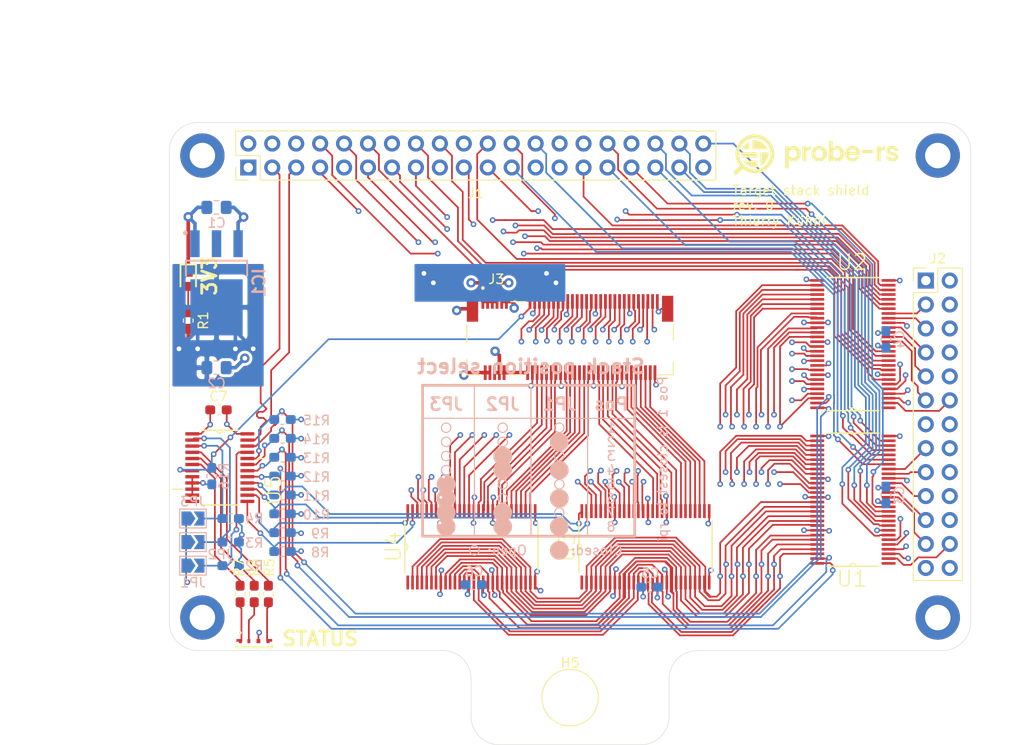
<source format=kicad_pcb>
(kicad_pcb (version 20171130) (host pcbnew "(5.1.5)-3")
  (title_block (title "target stack shield") (date 2021-10-04) (rev 0) (company probe-rs))
  (layers (0 F.Cu signal) (1 GND.Cu power) (2 PWR_SIG.Cu mixed) (31 B.Cu signal) (34 B.Paste user) (35 F.Paste user) (36 B.SilkS user) (37 F.SilkS user) (38 B.Mask user) (39 F.Mask user) (44 Edge.Cuts user))
  (net 0 "")
  (net 1 +3V3)
  (net 2 +5V)
  (net 3 "Net-(IC1-Pad2)")
  (net 4 GND)
  (net 5 /RST_0)
  (net 6 /TDI|NC_0)
  (net 7 /TDO|SWO_0)
  (net 8 /TCK|SWDCLK_0)
  (net 9 /TMS|SWDIO_0)
  (net 10 /RST_1)
  (net 11 /TDI|NC_1)
  (net 12 /TDO|SWO_1)
  (net 13 /TCK|SWDCLK_1)
  (net 14 /TMS|SWDIO_1)
  (net 15 /RST_2)
  (net 16 /TDI|NC_2)
  (net 17 /TDO|SWO_2)
  (net 18 /TCK|SWDCLK_2)
  (net 19 /TMS|SWDIO_2)
  (net 20 /RST_3)
  (net 21 /TDI|NC_3)
  (net 22 /TDO|SWO_3)
  (net 23 /TCK|SWDCLK_3)
  (net 24 /TMS|SWDIO_3)
  (net 25 "Net-(LED1-Pad2)")
  (net 26 /UART_RxD1)
  (net 27 "/Bus switches/IO Expander/A0")
  (net 28 "/Bus switches/IO Expander/A1")
  (net 29 "/Bus switches/IO Expander/A2")
  (net 30 "Net-(LED2-Pad6)")
  (net 31 "Net-(LED2-Pad5)")
  (net 32 "/Bus switches/IO Expander/LED_R")
  (net 33 "/Bus switches/IO Expander/LED_G")
  (net 34 "/Bus switches/IO Expander/LED_B")
  (net 35 "Net-(R5-Pad2)")
  (net 36 "Net-(R6-Pad2)")
  (net 37 "Net-(R7-Pad2)")
  (net 38 "/Bus switches/BUS_SW_CH0")
  (net 39 "/Bus switches/BUS_SW_CH1")
  (net 40 "/Bus switches/BUS_SW_CH2")
  (net 41 "/Bus switches/BUS_SW_CH3")
  (net 42 "/Bus switches/TARGET_SW_CH0")
  (net 43 "/Bus switches/TARGET_SW_CH1")
  (net 44 "/Bus switches/TARGET_SW_CH2")
  (net 45 "/Bus switches/TARGET_SW_CH3")
  (net 46 /BOARD_DETECT)
  (net 47 "/Bus switches/BUS_TMS|SWDIO")
  (net 48 "/Bus switches/BUS_TCK|SWDCLK")
  (net 49 "/Bus switches/BUS_TDO|SWO")
  (net 50 "/Bus switches/BUS_TDI|NC")
  (net 51 "/Bus switches/BUS_RST")
  (net 52 "/Bus switches/BUS_GPIO0")
  (net 53 "/Bus switches/BUS_GPIO1")
  (net 54 "/Bus switches/BUS_GPIO2")
  (net 55 "/Bus switches/BUS_GPIO3")
  (net 56 "/Bus switches/BUS_UART_TxD")
  (net 57 "/Bus switches/BUS_UART_RxD")
  (net 58 /UART_RxD2)
  (net 59 /UART_TxD2)
  (net 60 /GPIO2.3)
  (net 61 /GPIO2.2)
  (net 62 /GPIO2.1)
  (net 63 /GPIO2.0)
  (net 64 /UART_RxD3)
  (net 65 /UART_TxD3)
  (net 66 /GPIO3.3)
  (net 67 /GPIO3.2)
  (net 68 /GPIO3.1)
  (net 69 /GPIO3.0)
  (net 70 "Net-(U1-Pad1)")
  (net 71 /UART_RxD0)
  (net 72 /UART_TxD0)
  (net 73 /GPIO0.3)
  (net 74 /GPIO0.2)
  (net 75 /GPIO0.1)
  (net 76 /GPIO0.0)
  (net 77 /UART_TxD1)
  (net 78 /GPIO1.3)
  (net 79 /GPIO1.2)
  (net 80 /GPIO1.1)
  (net 81 /GPIO1.0)
  (net 82 "Net-(U2-Pad1)")
  (net 83 /TGT_TMS|SWDIO_1)
  (net 84 /TGT_TCK|SWDCLK_1)
  (net 85 /TGT_TDO|SWO_1)
  (net 86 /TGT_TDI|NC_1)
  (net 87 /TGT_RST_1)
  (net 88 /TGT_GPIO1.0)
  (net 89 /TGT_GPIO1.1)
  (net 90 /TGT_GPIO1.2)
  (net 91 /TGT_GPIO1.3)
  (net 92 /TGT_UART_TxD1)
  (net 93 /TGT_UART_RxD1)
  (net 94 /TGT_TMS|SWDIO_0)
  (net 95 /TGT_TCK|SWDCLK_0)
  (net 96 /TGT_TDO|SWO_0)
  (net 97 /TGT_TDI|NC_0)
  (net 98 /TGT_RST_0)
  (net 99 /TGT_GPIO0.0)
  (net 100 /TGT_GPIO0.1)
  (net 101 /TGT_GPIO0.2)
  (net 102 /TGT_GPIO0.3)
  (net 103 /TGT_UART_TxD0)
  (net 104 /TGT_UART_RxD0)
  (net 105 "Net-(U3-Pad1)")
  (net 106 /TGT_TMS|SWDIO_3)
  (net 107 /TGT_TCK|SWDCLK_3)
  (net 108 /TGT_TDO|SWO_3)
  (net 109 /TGT_TDI|NC_3)
  (net 110 /TGT_RST_3)
  (net 111 /TGT_GPIO3.0)
  (net 112 /TGT_GPIO3.1)
  (net 113 /TGT_GPIO3.2)
  (net 114 /TGT_GPIO3.3)
  (net 115 /TGT_UART_TxD3)
  (net 116 /TGT_UART_RxD3)
  (net 117 /TGT_TMS|SWDIO_2)
  (net 118 /TGT_TCK|SWDCLK_2)
  (net 119 /TGT_TDO|SWO_2)
  (net 120 /TGT_TDI|NC_2)
  (net 121 /TGT_RST_2)
  (net 122 /TGT_GPIO2.0)
  (net 123 /TGT_GPIO2.1)
  (net 124 /TGT_GPIO2.2)
  (net 125 /TGT_GPIO2.3)
  (net 126 /TGT_UART_TxD2)
  (net 127 /TGT_UART_RxD2)
  (net 128 "Net-(U4-Pad1)")
  (net 129 /I2C_SDA)
  (net 130 /I2C_SCL)
  (net 131 "Net-(J1-Pad1)")
  (net 132 "Net-(J1-Pad17)")
  (net 133 "Net-(J1-Pad27)")
  (net 134 "Net-(J1-Pad28)")
  (module MountingHole:MountingHole_2.7mm_M2.5 (layer F.Cu) (at 152.5 115)
    (fp_text reference H5 (at 0 -3.7) (layer F.SilkS))
    (fp_text value MountingHoleDaughterboard)
    (pad 1 np_thru_hole circle (at 0 0) (size 2.7 2.7) (drill 2.7) (layers *.Cu *.Mask))
  )
  (module hive:solder-jumper-instruction (layer F.Cu) (at 148.354 84.6)
    (fp_text reference REF** hide)
    (fp_text value solder-jumper-instruction)
    (fp_text user Closed: (at 6.985 14.77 180) (layer B.SilkS) (effects (justify mirror)))
    (fp_text user Open: (at -2.54 14.77 180) (layer B.SilkS) (effects (justify mirror)))
    (fp_text user 8 (at 8.5 12.27 180) (layer B.SilkS) (effects (justify mirror)))
    (fp_text user 7 (at 8.5 10.77 180) (layer B.SilkS) (effects (justify mirror)))
    (fp_text user 6 (at 8.5 9.27 180) (layer B.SilkS) (effects (justify mirror)))
    (fp_text user 5 (at 8.5 7.77 180) (layer B.SilkS) (effects (justify mirror)))
    (fp_text user 4 (at 8.5 6.27 180) (layer B.SilkS) (effects (justify mirror)))
    (fp_text user 3 (at 8.5 4.77 180) (layer B.SilkS) (effects (justify mirror)))
    (fp_text user 2 (at 8.5 3.27 180) (layer B.SilkS) (effects (justify mirror)))
    (fp_text user 1 (at 8.5 1.77 180) (layer B.SilkS) (effects (justify mirror)))
    (fp_text user Pos (at 8.5 -0.73 180) (layer B.SilkS) (effects (font (size 1.3 1.3) (thickness 0.25)) (justify mirror)))
    (fp_text user JP3 (at -9 -0.73 180) (layer B.SilkS) (effects (font (size 1.3 1.3) (thickness 0.25)) (justify mirror)))
    (fp_text user JP2 (at -3 -0.73 180) (layer B.SilkS) (effects (font (size 1.3 1.3) (thickness 0.25)) (justify mirror)))
    (fp_text user JP1 (at 3 -0.73 180) (layer B.SilkS) (effects (font (size 1.3 1.3) (thickness 0.25)) (justify mirror)))
    (fp_text user "Pos 1 is closest to rpi" (at 13.97 5.08 90) (layer B.SilkS) (effects (justify mirror)))
    (fp_text user "Stack position select" (at 0 -4.73 180) (layer B.SilkS) (effects (font (size 1.5 1.5) (thickness 0.3)) (justify mirror)))
  )
  (module hive:probe-rs-logo (layer F.Cu) (at 178.58 57.422)
    (fp_text reference G*** hide)
    (fp_text value LOGO hide)
  )
  (module hive:TE_2199230-3 (layer F.Cu) (at 152.5 78.25)
    (fp_text reference J3 (at -7.825 -7.635) (layer F.SilkS))
    (fp_text value m2_keyA_67pin)
    (pad None np_thru_hole circle (at 10 0) (size 1.65 1.65) (drill 1.65) (layers *.Cu *.Mask))
    (pad None np_thru_hole circle (at -10 0) (size 1.15 1.15) (drill 1.15) (layers *.Cu *.Mask))
    (pad 75 smd rect (at 9.25 -5.275) (size 0.3 1.55) (layers F.Cu F.Paste F.Mask) (net 4 GND))
    (pad S2 smd rect (at 10.35 -4.5) (size 1.2 2.75) (layers F.Cu F.Paste F.Mask) (net 4 GND))
    (pad S1 smd rect (at -10.35 -4.5) (size 1.2 2.75) (layers F.Cu F.Paste F.Mask) (net 4 GND))
    (pad 74 smd rect (at 9 2.275) (size 0.3 1.55) (layers F.Cu F.Paste F.Mask) (net 4 GND))
    (pad 73 smd rect (at 8.75 -5.275) (size 0.3 1.55) (layers F.Cu F.Paste F.Mask) (net 98 /TGT_RST_0))
    (pad 72 smd rect (at 8.5 2.275) (size 0.3 1.55) (layers F.Cu F.Paste F.Mask) (net 93 /TGT_UART_RxD1))
    (pad 71 smd rect (at 8.25 -5.275) (size 0.3 1.55) (layers F.Cu F.Paste F.Mask) (net 97 /TGT_TDI|NC_0))
    (pad 70 smd rect (at 8 2.275) (size 0.3 1.55) (layers F.Cu F.Paste F.Mask) (net 92 /TGT_UART_TxD1))
    (pad 69 smd rect (at 7.75 -5.275) (size 0.3 1.55) (layers F.Cu F.Paste F.Mask) (net 96 /TGT_TDO|SWO_0))
    (pad 68 smd rect (at 7.5 2.275) (size 0.3 1.55) (layers F.Cu F.Paste F.Mask) (net 91 /TGT_GPIO1.3))
    (pad 67 smd rect (at 7.25 -5.275) (size 0.3 1.55) (layers F.Cu F.Paste F.Mask) (net 95 /TGT_TCK|SWDCLK_0))
    (pad 66 smd rect (at 7 2.275) (size 0.3 1.55) (layers F.Cu F.Paste F.Mask) (net 90 /TGT_GPIO1.2))
    (pad 65 smd rect (at 6.75 -5.275) (size 0.3 1.55) (layers F.Cu F.Paste F.Mask) (net 94 /TGT_TMS|SWDIO_0))
    (pad 64 smd rect (at 6.5 2.275) (size 0.3 1.55) (layers F.Cu F.Paste F.Mask) (net 89 /TGT_GPIO1.1))
    (pad 63 smd rect (at 6.25 -5.275) (size 0.3 1.55) (layers F.Cu F.Paste F.Mask) (net 4 GND))
    (pad 62 smd rect (at 6 2.275) (size 0.3 1.55) (layers F.Cu F.Paste F.Mask) (net 88 /TGT_GPIO1.0))
    (pad 61 smd rect (at 5.75 -5.275) (size 0.3 1.55) (layers F.Cu F.Paste F.Mask) (net 99 /TGT_GPIO0.0))
    (pad 60 smd rect (at 5.5 2.275) (size 0.3 1.55) (layers F.Cu F.Paste F.Mask) (net 4 GND))
    (pad 59 smd rect (at 5.25 -5.275) (size 0.3 1.55) (layers F.Cu F.Paste F.Mask) (net 100 /TGT_GPIO0.1))
    (pad 58 smd rect (at 5 2.275) (size 0.3 1.55) (layers F.Cu F.Paste F.Mask) (net 83 /TGT_TMS|SWDIO_1))
    (pad 57 smd rect (at 4.75 -5.275) (size 0.3 1.55) (layers F.Cu F.Paste F.Mask) (net 101 /TGT_GPIO0.2))
    (pad 56 smd rect (at 4.5 2.275) (size 0.3 1.55) (layers F.Cu F.Paste F.Mask) (net 84 /TGT_TCK|SWDCLK_1))
    (pad 55 smd rect (at 4.25 -5.275) (size 0.3 1.55) (layers F.Cu F.Paste F.Mask) (net 102 /TGT_GPIO0.3))
    (pad 54 smd rect (at 4 2.275) (size 0.3 1.55) (layers F.Cu F.Paste F.Mask) (net 85 /TGT_TDO|SWO_1))
    (pad 53 smd rect (at 3.75 -5.275) (size 0.3 1.55) (layers F.Cu F.Paste F.Mask) (net 103 /TGT_UART_TxD0))
    (pad 52 smd rect (at 3.5 2.275) (size 0.3 1.55) (layers F.Cu F.Paste F.Mask) (net 86 /TGT_TDI|NC_1))
    (pad 51 smd rect (at 3.25 -5.275) (size 0.3 1.55) (layers F.Cu F.Paste F.Mask) (net 104 /TGT_UART_RxD0))
    (pad 50 smd rect (at 3 2.275) (size 0.3 1.55) (layers F.Cu F.Paste F.Mask) (net 87 /TGT_RST_1))
    (pad 49 smd rect (at 2.75 -5.275) (size 0.3 1.55) (layers F.Cu F.Paste F.Mask) (net 4 GND))
    (pad 48 smd rect (at 2.5 2.275) (size 0.3 1.55) (layers F.Cu F.Paste F.Mask) (net 4 GND))
    (pad 47 smd rect (at 2.25 -5.275) (size 0.3 1.55) (layers F.Cu F.Paste F.Mask) (net 121 /TGT_RST_2))
    (pad 46 smd rect (at 2 2.275) (size 0.3 1.55) (layers F.Cu F.Paste F.Mask) (net 116 /TGT_UART_RxD3))
    (pad 45 smd rect (at 1.75 -5.275) (size 0.3 1.55) (layers F.Cu F.Paste F.Mask) (net 120 /TGT_TDI|NC_2))
    (pad 44 smd rect (at 1.5 2.275) (size 0.3 1.55) (layers F.Cu F.Paste F.Mask) (net 115 /TGT_UART_TxD3))
    (pad 43 smd rect (at 1.25 -5.275) (size 0.3 1.55) (layers F.Cu F.Paste F.Mask) (net 119 /TGT_TDO|SWO_2))
    (pad 42 smd rect (at 1 2.275) (size 0.3 1.55) (layers F.Cu F.Paste F.Mask) (net 114 /TGT_GPIO3.3))
    (pad 41 smd rect (at 0.75 -5.275) (size 0.3 1.55) (layers F.Cu F.Paste F.Mask) (net 118 /TGT_TCK|SWDCLK_2))
    (pad 40 smd rect (at 0.5 2.275) (size 0.3 1.55) (layers F.Cu F.Paste F.Mask) (net 113 /TGT_GPIO3.2))
    (pad 39 smd rect (at 0.25 -5.275) (size 0.3 1.55) (layers F.Cu F.Paste F.Mask) (net 117 /TGT_TMS|SWDIO_2))
    (pad 38 smd rect (at 0 2.275) (size 0.3 1.55) (layers F.Cu F.Paste F.Mask) (net 112 /TGT_GPIO3.1))
    (pad 37 smd rect (at -0.25 -5.275) (size 0.3 1.55) (layers F.Cu F.Paste F.Mask) (net 4 GND))
    (pad 36 smd rect (at -0.5 2.275) (size 0.3 1.55) (layers F.Cu F.Paste F.Mask) (net 111 /TGT_GPIO3.0))
    (pad 35 smd rect (at -0.75 -5.275) (size 0.3 1.55) (layers F.Cu F.Paste F.Mask) (net 122 /TGT_GPIO2.0))
    (pad 34 smd rect (at -1 2.275) (size 0.3 1.55) (layers F.Cu F.Paste F.Mask) (net 4 GND))
    (pad 33 smd rect (at -1.25 -5.275) (size 0.3 1.55) (layers F.Cu F.Paste F.Mask) (net 123 /TGT_GPIO2.1))
    (pad 32 smd rect (at -1.5 2.275) (size 0.3 1.55) (layers F.Cu F.Paste F.Mask) (net 106 /TGT_TMS|SWDIO_3))
    (pad 31 smd rect (at -1.75 -5.275) (size 0.3 1.55) (layers F.Cu F.Paste F.Mask) (net 124 /TGT_GPIO2.2))
    (pad 30 smd rect (at -2 2.275) (size 0.3 1.55) (layers F.Cu F.Paste F.Mask) (net 107 /TGT_TCK|SWDCLK_3))
    (pad 29 smd rect (at -2.25 -5.275) (size 0.3 1.55) (layers F.Cu F.Paste F.Mask) (net 125 /TGT_GPIO2.3))
    (pad 28 smd rect (at -2.5 2.275) (size 0.3 1.55) (layers F.Cu F.Paste F.Mask) (net 108 /TGT_TDO|SWO_3))
    (pad 27 smd rect (at -2.75 -5.275) (size 0.3 1.55) (layers F.Cu F.Paste F.Mask) (net 126 /TGT_UART_TxD2))
    (pad 26 smd rect (at -3 2.275) (size 0.3 1.55) (layers F.Cu F.Paste F.Mask) (net 109 /TGT_TDI|NC_3))
    (pad 25 smd rect (at -3.25 -5.275) (size 0.3 1.55) (layers F.Cu F.Paste F.Mask) (net 127 /TGT_UART_RxD2))
    (pad 24 smd rect (at -3.5 2.275) (size 0.3 1.55) (layers F.Cu F.Paste F.Mask) (net 110 /TGT_RST_3))
    (pad 23 smd rect (at -3.75 -5.275) (size 0.3 1.55) (layers F.Cu F.Paste F.Mask) (net 4 GND))
    (pad 22 smd rect (at -4 2.275) (size 0.3 1.55) (layers F.Cu F.Paste F.Mask) (net 4 GND))
    (pad 21 smd rect (at -4.25 -5.275) (size 0.3 1.55) (layers F.Cu F.Paste F.Mask) (net 46 /BOARD_DETECT))
    (pad 20 smd rect (at -4.5 2.275) (size 0.3 1.55) (layers F.Cu F.Paste F.Mask) (net 1 +3V3))
    (pad 11 smd rect (at -6.75 -5.275) (size 0.3 1.55) (layers F.Cu F.Paste F.Mask) (net 4 GND))
    (pad 10 smd rect (at -7 2.275) (size 0.3 1.55) (layers F.Cu F.Paste F.Mask) (net 1 +3V3))
    (pad 9 smd rect (at -7.25 -5.275) (size 0.3 1.55) (layers F.Cu F.Paste F.Mask) (net 4 GND))
    (pad 8 smd rect (at -7.5 2.275) (size 0.3 1.55) (layers F.Cu F.Paste F.Mask) (net 1 +3V3))
    (pad 7 smd rect (at -7.75 -5.275) (size 0.3 1.55) (layers F.Cu F.Paste F.Mask) (net 2 +5V))
    (pad 6 smd rect (at -8 2.275) (size 0.3 1.55) (layers F.Cu F.Paste F.Mask) (net 1 +3V3))
    (pad 5 smd rect (at -8.25 -5.275) (size 0.3 1.55) (layers F.Cu F.Paste F.Mask) (net 2 +5V))
    (pad 4 smd rect (at -8.5 2.275) (size 0.3 1.55) (layers F.Cu F.Paste F.Mask) (net 4 GND))
    (pad 3 smd rect (at -8.75 -5.275) (size 0.3 1.55) (layers F.Cu F.Paste F.Mask) (net 2 +5V))
    (pad 2 smd rect (at -9 2.275) (size 0.3 1.55) (layers F.Cu F.Paste F.Mask) (net 4 GND))
    (pad 1 smd rect (at -9.25 -5.275) (size 0.3 1.55) (layers F.Cu F.Paste F.Mask) (net 2 +5V))
  )
  (module Resistor_SMD:R_0603_1608Metric_Pad1.05x0.95mm_HandSolder (layer F.Cu) (at 112 75 90)
    (fp_text reference R1 (at 0 1.6 90) (layer F.SilkS))
    (fp_text value 195)
    (pad 2 smd roundrect (at 0.875 0 90) (size 1.05 0.95) (layers F.Cu F.Paste F.Mask) (net 25 "Net-(LED1-Pad2)"))
    (pad 1 smd roundrect (at -0.875 0 90) (size 1.05 0.95) (layers F.Cu F.Paste F.Mask) (net 1 +3V3))
  )
  (module hive:PinHeader_2x13_P2.54mm_Vertical_probe_shield (layer F.Cu) (at 190.23 70.76)
    (fp_text reference J2 (at 1.27 -2.33) (layer F.SilkS))
    (fp_text value "probe shield connector 26pin")
    (pad 26 thru_hole oval (at 2.54 30.48) (size 1.7 1.7) (drill 1) (layers *.Cu *.Mask) (net 4 GND))
    (pad 25 thru_hole oval (at 0 30.48) (size 1.7 1.7) (drill 1) (layers *.Cu *.Mask) (net 4 GND))
    (pad 24 thru_hole oval (at 2.54 27.94) (size 1.7 1.7) (drill 1) (layers *.Cu *.Mask) (net 20 /RST_3))
    (pad 23 thru_hole oval (at 0 27.94) (size 1.7 1.7) (drill 1) (layers *.Cu *.Mask) (net 15 /RST_2))
    (pad 22 thru_hole oval (at 2.54 25.4) (size 1.7 1.7) (drill 1) (layers *.Cu *.Mask) (net 21 /TDI|NC_3))
    (pad 21 thru_hole oval (at 0 25.4) (size 1.7 1.7) (drill 1) (layers *.Cu *.Mask) (net 16 /TDI|NC_2))
    (pad 20 thru_hole oval (at 2.54 22.86) (size 1.7 1.7) (drill 1) (layers *.Cu *.Mask) (net 22 /TDO|SWO_3))
    (pad 19 thru_hole oval (at 0 22.86) (size 1.7 1.7) (drill 1) (layers *.Cu *.Mask) (net 17 /TDO|SWO_2))
    (pad 18 thru_hole oval (at 2.54 20.32) (size 1.7 1.7) (drill 1) (layers *.Cu *.Mask) (net 23 /TCK|SWDCLK_3))
    (pad 17 thru_hole oval (at 0 20.32) (size 1.7 1.7) (drill 1) (layers *.Cu *.Mask) (net 18 /TCK|SWDCLK_2))
    (pad 16 thru_hole oval (at 2.54 17.78) (size 1.7 1.7) (drill 1) (layers *.Cu *.Mask) (net 24 /TMS|SWDIO_3))
    (pad 15 thru_hole oval (at 0 17.78) (size 1.7 1.7) (drill 1) (layers *.Cu *.Mask) (net 19 /TMS|SWDIO_2))
    (pad 14 thru_hole oval (at 2.54 15.24) (size 1.7 1.7) (drill 1) (layers *.Cu *.Mask) (net 4 GND))
    (pad 13 thru_hole oval (at 0 15.24) (size 1.7 1.7) (drill 1) (layers *.Cu *.Mask) (net 4 GND))
    (pad 12 thru_hole oval (at 2.54 12.7) (size 1.7 1.7) (drill 1) (layers *.Cu *.Mask) (net 10 /RST_1))
    (pad 11 thru_hole oval (at 0 12.7) (size 1.7 1.7) (drill 1) (layers *.Cu *.Mask) (net 5 /RST_0))
    (pad 10 thru_hole oval (at 2.54 10.16) (size 1.7 1.7) (drill 1) (layers *.Cu *.Mask) (net 11 /TDI|NC_1))
    (pad 9 thru_hole oval (at 0 10.16) (size 1.7 1.7) (drill 1) (layers *.Cu *.Mask) (net 6 /TDI|NC_0))
    (pad 8 thru_hole oval (at 2.54 7.62) (size 1.7 1.7) (drill 1) (layers *.Cu *.Mask) (net 12 /TDO|SWO_1))
    (pad 7 thru_hole oval (at 0 7.62) (size 1.7 1.7) (drill 1) (layers *.Cu *.Mask) (net 7 /TDO|SWO_0))
    (pad 6 thru_hole oval (at 2.54 5.08) (size 1.7 1.7) (drill 1) (layers *.Cu *.Mask) (net 13 /TCK|SWDCLK_1))
    (pad 5 thru_hole oval (at 0 5.08) (size 1.7 1.7) (drill 1) (layers *.Cu *.Mask) (net 8 /TCK|SWDCLK_0))
    (pad 4 thru_hole oval (at 2.54 2.54) (size 1.7 1.7) (drill 1) (layers *.Cu *.Mask) (net 14 /TMS|SWDIO_1))
    (pad 3 thru_hole oval (at 0 2.54) (size 1.7 1.7) (drill 1) (layers *.Cu *.Mask) (net 9 /TMS|SWDIO_0))
    (pad 2 thru_hole oval (at 2.54 0) (size 1.7 1.7) (drill 1) (layers *.Cu *.Mask) (net 4 GND))
    (pad 1 thru_hole rect (at 0 0) (size 1.7 1.7) (drill 1) (layers *.Cu *.Mask) (net 4 GND))
  )
  (module hive:PinHeader_2x20_P2.54mm_Vertical_gpio_shield (layer F.Cu) (at 118.37 58.77 90)
    (fp_text reference J1 (at -2.73 24.13) (layer F.SilkS))
    (fp_text value "GPIO shield connector 40pin")
    (pad 40 thru_hole oval (at 2.54 48.26 90) (size 1.7 1.7) (drill 1) (layers *.Cu *.Mask) (net 66 /GPIO3.3))
    (pad 39 thru_hole oval (at 0 48.26 90) (size 1.7 1.7) (drill 1) (layers *.Cu *.Mask) (net 4 GND))
    (pad 38 thru_hole oval (at 2.54 45.72 90) (size 1.7 1.7) (drill 1) (layers *.Cu *.Mask) (net 67 /GPIO3.2))
    (pad 37 thru_hole oval (at 0 45.72 90) (size 1.7 1.7) (drill 1) (layers *.Cu *.Mask) (net 68 /GPIO3.1))
    (pad 36 thru_hole oval (at 2.54 43.18 90) (size 1.7 1.7) (drill 1) (layers *.Cu *.Mask) (net 69 /GPIO3.0))
    (pad 35 thru_hole oval (at 0 43.18 90) (size 1.7 1.7) (drill 1) (layers *.Cu *.Mask) (net 60 /GPIO2.3))
    (pad 34 thru_hole oval (at 2.54 40.64 90) (size 1.7 1.7) (drill 1) (layers *.Cu *.Mask) (net 4 GND))
    (pad 33 thru_hole oval (at 0 40.64 90) (size 1.7 1.7) (drill 1) (layers *.Cu *.Mask) (net 64 /UART_RxD3))
    (pad 32 thru_hole oval (at 2.54 38.1 90) (size 1.7 1.7) (drill 1) (layers *.Cu *.Mask) (net 65 /UART_TxD3))
    (pad 31 thru_hole oval (at 0 38.1 90) (size 1.7 1.7) (drill 1) (layers *.Cu *.Mask) (net 61 /GPIO2.2))
    (pad 30 thru_hole oval (at 2.54 35.56 90) (size 1.7 1.7) (drill 1) (layers *.Cu *.Mask) (net 4 GND))
    (pad 29 thru_hole oval (at 0 35.56 90) (size 1.7 1.7) (drill 1) (layers *.Cu *.Mask) (net 71 /UART_RxD0))
    (pad 28 thru_hole oval (at 2.54 33.02 90) (size 1.7 1.7) (drill 1) (layers *.Cu *.Mask) (net 134 "Net-(J1-Pad28)"))
    (pad 27 thru_hole oval (at 0 33.02 90) (size 1.7 1.7) (drill 1) (layers *.Cu *.Mask) (net 133 "Net-(J1-Pad27)"))
    (pad 26 thru_hole oval (at 2.54 30.48 90) (size 1.7 1.7) (drill 1) (layers *.Cu *.Mask) (net 62 /GPIO2.1))
    (pad 25 thru_hole oval (at 0 30.48 90) (size 1.7 1.7) (drill 1) (layers *.Cu *.Mask) (net 4 GND))
    (pad 24 thru_hole oval (at 2.54 27.94 90) (size 1.7 1.7) (drill 1) (layers *.Cu *.Mask) (net 59 /UART_TxD2))
    (pad 23 thru_hole oval (at 0 27.94 90) (size 1.7 1.7) (drill 1) (layers *.Cu *.Mask) (net 63 /GPIO2.0))
    (pad 22 thru_hole oval (at 2.54 25.4 90) (size 1.7 1.7) (drill 1) (layers *.Cu *.Mask) (net 78 /GPIO1.3))
    (pad 21 thru_hole oval (at 0 25.4 90) (size 1.7 1.7) (drill 1) (layers *.Cu *.Mask) (net 58 /UART_RxD2))
    (pad 20 thru_hole oval (at 2.54 22.86 90) (size 1.7 1.7) (drill 1) (layers *.Cu *.Mask) (net 4 GND))
    (pad 19 thru_hole oval (at 0 22.86 90) (size 1.7 1.7) (drill 1) (layers *.Cu *.Mask) (net 73 /GPIO0.3))
    (pad 18 thru_hole oval (at 2.54 20.32 90) (size 1.7 1.7) (drill 1) (layers *.Cu *.Mask) (net 79 /GPIO1.2))
    (pad 17 thru_hole oval (at 0 20.32 90) (size 1.7 1.7) (drill 1) (layers *.Cu *.Mask) (net 132 "Net-(J1-Pad17)"))
    (pad 16 thru_hole oval (at 2.54 17.78 90) (size 1.7 1.7) (drill 1) (layers *.Cu *.Mask) (net 80 /GPIO1.1))
    (pad 15 thru_hole oval (at 0 17.78 90) (size 1.7 1.7) (drill 1) (layers *.Cu *.Mask) (net 74 /GPIO0.2))
    (pad 14 thru_hole oval (at 2.54 15.24 90) (size 1.7 1.7) (drill 1) (layers *.Cu *.Mask) (net 4 GND))
    (pad 13 thru_hole oval (at 0 15.24 90) (size 1.7 1.7) (drill 1) (layers *.Cu *.Mask) (net 75 /GPIO0.1))
    (pad 12 thru_hole oval (at 2.54 12.7 90) (size 1.7 1.7) (drill 1) (layers *.Cu *.Mask) (net 81 /GPIO1.0))
    (pad 11 thru_hole oval (at 0 12.7 90) (size 1.7 1.7) (drill 1) (layers *.Cu *.Mask) (net 76 /GPIO0.0))
    (pad 10 thru_hole oval (at 2.54 10.16 90) (size 1.7 1.7) (drill 1) (layers *.Cu *.Mask) (net 26 /UART_RxD1))
    (pad 9 thru_hole oval (at 0 10.16 90) (size 1.7 1.7) (drill 1) (layers *.Cu *.Mask) (net 4 GND))
    (pad 8 thru_hole oval (at 2.54 7.62 90) (size 1.7 1.7) (drill 1) (layers *.Cu *.Mask) (net 77 /UART_TxD1))
    (pad 7 thru_hole oval (at 0 7.62 90) (size 1.7 1.7) (drill 1) (layers *.Cu *.Mask) (net 72 /UART_TxD0))
    (pad 6 thru_hole oval (at 2.54 5.08 90) (size 1.7 1.7) (drill 1) (layers *.Cu *.Mask) (net 4 GND))
    (pad 5 thru_hole oval (at 0 5.08 90) (size 1.7 1.7) (drill 1) (layers *.Cu *.Mask) (net 130 /I2C_SCL))
    (pad 4 thru_hole oval (at 2.54 2.54 90) (size 1.7 1.7) (drill 1) (layers *.Cu *.Mask) (net 2 +5V))
    (pad 3 thru_hole oval (at 0 2.54 90) (size 1.7 1.7) (drill 1) (layers *.Cu *.Mask) (net 129 /I2C_SDA))
    (pad 2 thru_hole oval (at 2.54 0 90) (size 1.7 1.7) (drill 1) (layers *.Cu *.Mask) (net 2 +5V))
    (pad 1 thru_hole rect (at 0 0 90) (size 1.7 1.7) (drill 1) (layers *.Cu *.Mask) (net 131 "Net-(J1-Pad1)"))
  )
  (module hive:SOP65P640X110-24N (layer F.Cu) (at 115.35 90.6)
    (fp_text reference U5 (at 5.65 2.4 90) (layer F.SilkS) (effects (font (size 1.644827 1.644827))))
    (fp_text value PCA9535CPW,118)
    (pad 24 smd rect (at 2.921 -3.5814) (size 1.4732 0.3556) (layers F.Cu F.Paste F.Mask) (net 1 +3V3))
    (pad 23 smd rect (at 2.921 -2.921) (size 1.4732 0.3556) (layers F.Cu F.Paste F.Mask) (net 129 /I2C_SDA))
    (pad 22 smd rect (at 2.921 -2.286) (size 1.4732 0.3556) (layers F.Cu F.Paste F.Mask) (net 130 /I2C_SCL))
    (pad 21 smd rect (at 2.921 -1.6256) (size 1.4732 0.3556) (layers F.Cu F.Paste F.Mask) (net 27 "/Bus switches/IO Expander/A0"))
    (pad 20 smd rect (at 2.921 -0.9652) (size 1.4732 0.3556) (layers F.Cu F.Paste F.Mask) (net 38 "/Bus switches/BUS_SW_CH0"))
    (pad 19 smd rect (at 2.921 -0.3302) (size 1.4732 0.3556) (layers F.Cu F.Paste F.Mask) (net 39 "/Bus switches/BUS_SW_CH1"))
    (pad 18 smd rect (at 2.921 0.3302) (size 1.4732 0.3556) (layers F.Cu F.Paste F.Mask) (net 40 "/Bus switches/BUS_SW_CH2"))
    (pad 17 smd rect (at 2.921 0.9652) (size 1.4732 0.3556) (layers F.Cu F.Paste F.Mask) (net 41 "/Bus switches/BUS_SW_CH3"))
    (pad 16 smd rect (at 2.921 1.6256) (size 1.4732 0.3556) (layers F.Cu F.Paste F.Mask) (net 42 "/Bus switches/TARGET_SW_CH0"))
    (pad 15 smd rect (at 2.921 2.286) (size 1.4732 0.3556) (layers F.Cu F.Paste F.Mask) (net 43 "/Bus switches/TARGET_SW_CH1"))
    (pad 14 smd rect (at 2.921 2.921) (size 1.4732 0.3556) (layers F.Cu F.Paste F.Mask) (net 44 "/Bus switches/TARGET_SW_CH2"))
    (pad 13 smd rect (at 2.921 3.5814) (size 1.4732 0.3556) (layers F.Cu F.Paste F.Mask) (net 45 "/Bus switches/TARGET_SW_CH3"))
    (pad 12 smd rect (at -2.921 3.5814) (size 1.4732 0.3556) (layers F.Cu F.Paste F.Mask) (net 4 GND))
    (pad 11 smd rect (at -2.921 2.921) (size 1.4732 0.3556) (layers F.Cu F.Paste F.Mask) (net 4 GND))
    (pad 10 smd rect (at -2.921 2.286) (size 1.4732 0.3556) (layers F.Cu F.Paste F.Mask) (net 4 GND))
    (pad 9 smd rect (at -2.921 1.6256) (size 1.4732 0.3556) (layers F.Cu F.Paste F.Mask) (net 4 GND))
    (pad 8 smd rect (at -2.921 0.9652) (size 1.4732 0.3556) (layers F.Cu F.Paste F.Mask) (net 4 GND))
    (pad 7 smd rect (at -2.921 0.3302) (size 1.4732 0.3556) (layers F.Cu F.Paste F.Mask) (net 46 /BOARD_DETECT))
    (pad 6 smd rect (at -2.921 -0.3302) (size 1.4732 0.3556) (layers F.Cu F.Paste F.Mask) (net 37 "Net-(R7-Pad2)"))
    (pad 5 smd rect (at -2.921 -0.9652) (size 1.4732 0.3556) (layers F.Cu F.Paste F.Mask) (net 36 "Net-(R6-Pad2)"))
    (pad 4 smd rect (at -2.921 -1.6256) (size 1.4732 0.3556) (layers F.Cu F.Paste F.Mask) (net 35 "Net-(R5-Pad2)"))
    (pad 3 smd rect (at -2.921 -2.286) (size 1.4732 0.3556) (layers F.Cu F.Paste F.Mask) (net 29 "/Bus switches/IO Expander/A2"))
    (pad 2 smd rect (at -2.921 -2.921) (size 1.4732 0.3556) (layers F.Cu F.Paste F.Mask) (net 28 "/Bus switches/IO Expander/A1"))
    (pad 1 smd rect (at -2.921 -3.5814) (size 1.4732 0.3556) (layers F.Cu F.Paste F.Mask) (net 4 GND))
  )
  (module hive:SOP50P810X120-56N (layer F.Cu) (at 142.04 99 90)
    (fp_text reference U4 (at 0 -8.3 90) (layer F.SilkS) (effects (font (size 1.642417 1.642417))))
    (fp_text value SN74CB3T16211DGGR)
    (pad 56 smd rect (at 3.7846 -6.7564 90) (size 1.4732 0.2794) (layers F.Cu F.Paste F.Mask) (net 44 "/Bus switches/TARGET_SW_CH2"))
    (pad 55 smd rect (at 3.7846 -6.2484 90) (size 1.4732 0.2794) (layers F.Cu F.Paste F.Mask) (net 45 "/Bus switches/TARGET_SW_CH3"))
    (pad 54 smd rect (at 3.7846 -5.7404 90) (size 1.4732 0.2794) (layers F.Cu F.Paste F.Mask) (net 127 /TGT_UART_RxD2))
    (pad 53 smd rect (at 3.7846 -5.2578 90) (size 1.4732 0.2794) (layers F.Cu F.Paste F.Mask) (net 126 /TGT_UART_TxD2))
    (pad 52 smd rect (at 3.7846 -4.7498 90) (size 1.4732 0.2794) (layers F.Cu F.Paste F.Mask) (net 125 /TGT_GPIO2.3))
    (pad 51 smd rect (at 3.7846 -4.2418 90) (size 1.4732 0.2794) (layers F.Cu F.Paste F.Mask) (net 124 /TGT_GPIO2.2))
    (pad 50 smd rect (at 3.7846 -3.7592 90) (size 1.4732 0.2794) (layers F.Cu F.Paste F.Mask) (net 123 /TGT_GPIO2.1))
    (pad 49 smd rect (at 3.7846 -3.2512 90) (size 1.4732 0.2794) (layers F.Cu F.Paste F.Mask) (net 4 GND))
    (pad 48 smd rect (at 3.7846 -2.7432 90) (size 1.4732 0.2794) (layers F.Cu F.Paste F.Mask) (net 122 /TGT_GPIO2.0))
    (pad 47 smd rect (at 3.7846 -2.2606 90) (size 1.4732 0.2794) (layers F.Cu F.Paste F.Mask) (net 117 /TGT_TMS|SWDIO_2))
    (pad 46 smd rect (at 3.7846 -1.7526 90) (size 1.4732 0.2794) (layers F.Cu F.Paste F.Mask) (net 118 /TGT_TCK|SWDCLK_2))
    (pad 45 smd rect (at 3.7846 -1.2446 90) (size 1.4732 0.2794) (layers F.Cu F.Paste F.Mask) (net 119 /TGT_TDO|SWO_2))
    (pad 44 smd rect (at 3.7846 -0.762 90) (size 1.4732 0.2794) (layers F.Cu F.Paste F.Mask) (net 120 /TGT_TDI|NC_2))
    (pad 43 smd rect (at 3.7846 -0.254 90) (size 1.4732 0.2794) (layers F.Cu F.Paste F.Mask) (net 121 /TGT_RST_2))
    (pad 42 smd rect (at 3.7846 0.254 90) (size 1.4732 0.2794) (layers F.Cu F.Paste F.Mask) (net 4 GND))
    (pad 41 smd rect (at 3.7846 0.762 90) (size 1.4732 0.2794) (layers F.Cu F.Paste F.Mask) (net 110 /TGT_RST_3))
    (pad 40 smd rect (at 3.7846 1.2446 90) (size 1.4732 0.2794) (layers F.Cu F.Paste F.Mask) (net 109 /TGT_TDI|NC_3))
    (pad 39 smd rect (at 3.7846 1.7526 90) (size 1.4732 0.2794) (layers F.Cu F.Paste F.Mask) (net 108 /TGT_TDO|SWO_3))
    (pad 38 smd rect (at 3.7846 2.2606 90) (size 1.4732 0.2794) (layers F.Cu F.Paste F.Mask) (net 4 GND))
    (pad 37 smd rect (at 3.7846 2.7432 90) (size 1.4732 0.2794) (layers F.Cu F.Paste F.Mask) (net 107 /TGT_TCK|SWDCLK_3))
    (pad 36 smd rect (at 3.7846 3.2512 90) (size 1.4732 0.2794) (layers F.Cu F.Paste F.Mask) (net 106 /TGT_TMS|SWDIO_3))
    (pad 35 smd rect (at 3.7846 3.7592 90) (size 1.4732 0.2794) (layers F.Cu F.Paste F.Mask) (net 111 /TGT_GPIO3.0))
    (pad 34 smd rect (at 3.7846 4.2418 90) (size 1.4732 0.2794) (layers F.Cu F.Paste F.Mask) (net 112 /TGT_GPIO3.1))
    (pad 33 smd rect (at 3.7846 4.7498 90) (size 1.4732 0.2794) (layers F.Cu F.Paste F.Mask) (net 113 /TGT_GPIO3.2))
    (pad 32 smd rect (at 3.7846 5.2578 90) (size 1.4732 0.2794) (layers F.Cu F.Paste F.Mask) (net 114 /TGT_GPIO3.3))
    (pad 31 smd rect (at 3.7846 5.7404 90) (size 1.4732 0.2794) (layers F.Cu F.Paste F.Mask) (net 115 /TGT_UART_TxD3))
    (pad 30 smd rect (at 3.7846 6.2484 90) (size 1.4732 0.2794) (layers F.Cu F.Paste F.Mask) (net 116 /TGT_UART_RxD3))
    (pad 29 smd rect (at 3.7846 6.7564 90) (size 1.4732 0.2794) (layers F.Cu F.Paste F.Mask) (net 4 GND))
    (pad 28 smd rect (at -3.7846 6.7564 90) (size 1.4732 0.2794) (layers F.Cu F.Paste F.Mask) (net 4 GND))
    (pad 27 smd rect (at -3.7846 6.2484 90) (size 1.4732 0.2794) (layers F.Cu F.Paste F.Mask) (net 57 "/Bus switches/BUS_UART_RxD"))
    (pad 26 smd rect (at -3.7846 5.7404 90) (size 1.4732 0.2794) (layers F.Cu F.Paste F.Mask) (net 56 "/Bus switches/BUS_UART_TxD"))
    (pad 25 smd rect (at -3.7846 5.2578 90) (size 1.4732 0.2794) (layers F.Cu F.Paste F.Mask) (net 55 "/Bus switches/BUS_GPIO3"))
    (pad 24 smd rect (at -3.7846 4.7498 90) (size 1.4732 0.2794) (layers F.Cu F.Paste F.Mask) (net 54 "/Bus switches/BUS_GPIO2"))
    (pad 23 smd rect (at -3.7846 4.2418 90) (size 1.4732 0.2794) (layers F.Cu F.Paste F.Mask) (net 53 "/Bus switches/BUS_GPIO1"))
    (pad 22 smd rect (at -3.7846 3.7592 90) (size 1.4732 0.2794) (layers F.Cu F.Paste F.Mask) (net 52 "/Bus switches/BUS_GPIO0"))
    (pad 21 smd rect (at -3.7846 3.2512 90) (size 1.4732 0.2794) (layers F.Cu F.Paste F.Mask) (net 47 "/Bus switches/BUS_TMS|SWDIO"))
    (pad 20 smd rect (at -3.7846 2.7432 90) (size 1.4732 0.2794) (layers F.Cu F.Paste F.Mask) (net 48 "/Bus switches/BUS_TCK|SWDCLK"))
    (pad 19 smd rect (at -3.7846 2.2606 90) (size 1.4732 0.2794) (layers F.Cu F.Paste F.Mask) (net 4 GND))
    (pad 18 smd rect (at -3.7846 1.7526 90) (size 1.4732 0.2794) (layers F.Cu F.Paste F.Mask) (net 49 "/Bus switches/BUS_TDO|SWO"))
    (pad 17 smd rect (at -3.7846 1.2446 90) (size 1.4732 0.2794) (layers F.Cu F.Paste F.Mask) (net 1 +3V3))
    (pad 16 smd rect (at -3.7846 0.762 90) (size 1.4732 0.2794) (layers F.Cu F.Paste F.Mask) (net 50 "/Bus switches/BUS_TDI|NC"))
    (pad 15 smd rect (at -3.7846 0.254 90) (size 1.4732 0.2794) (layers F.Cu F.Paste F.Mask) (net 51 "/Bus switches/BUS_RST"))
    (pad 14 smd rect (at -3.7846 -0.254 90) (size 1.4732 0.2794) (layers F.Cu F.Paste F.Mask) (net 4 GND))
    (pad 13 smd rect (at -3.7846 -0.762 90) (size 1.4732 0.2794) (layers F.Cu F.Paste F.Mask) (net 51 "/Bus switches/BUS_RST"))
    (pad 12 smd rect (at -3.7846 -1.2446 90) (size 1.4732 0.2794) (layers F.Cu F.Paste F.Mask) (net 50 "/Bus switches/BUS_TDI|NC"))
    (pad 11 smd rect (at -3.7846 -1.7526 90) (size 1.4732 0.2794) (layers F.Cu F.Paste F.Mask) (net 49 "/Bus switches/BUS_TDO|SWO"))
    (pad 10 smd rect (at -3.7846 -2.2606 90) (size 1.4732 0.2794) (layers F.Cu F.Paste F.Mask) (net 48 "/Bus switches/BUS_TCK|SWDCLK"))
    (pad 9 smd rect (at -3.7846 -2.7432 90) (size 1.4732 0.2794) (layers F.Cu F.Paste F.Mask) (net 47 "/Bus switches/BUS_TMS|SWDIO"))
    (pad 8 smd rect (at -3.7846 -3.2512 90) (size 1.4732 0.2794) (layers F.Cu F.Paste F.Mask) (net 4 GND))
    (pad 7 smd rect (at -3.7846 -3.7592 90) (size 1.4732 0.2794) (layers F.Cu F.Paste F.Mask) (net 52 "/Bus switches/BUS_GPIO0"))
    (pad 6 smd rect (at -3.7846 -4.2418 90) (size 1.4732 0.2794) (layers F.Cu F.Paste F.Mask) (net 53 "/Bus switches/BUS_GPIO1"))
    (pad 5 smd rect (at -3.7846 -4.7498 90) (size 1.4732 0.2794) (layers F.Cu F.Paste F.Mask) (net 54 "/Bus switches/BUS_GPIO2"))
    (pad 4 smd rect (at -3.7846 -5.2578 90) (size 1.4732 0.2794) (layers F.Cu F.Paste F.Mask) (net 55 "/Bus switches/BUS_GPIO3"))
    (pad 3 smd rect (at -3.7846 -5.7404 90) (size 1.4732 0.2794) (layers F.Cu F.Paste F.Mask) (net 56 "/Bus switches/BUS_UART_TxD"))
    (pad 2 smd rect (at -3.7846 -6.2484 90) (size 1.4732 0.2794) (layers F.Cu F.Paste F.Mask) (net 57 "/Bus switches/BUS_UART_RxD"))
    (pad 1 smd rect (at -3.7846 -6.7564 90) (size 1.4732 0.2794) (layers F.Cu F.Paste F.Mask) (net 128 "Net-(U4-Pad1)"))
  )
  (module hive:SOP50P810X120-56N (layer F.Cu) (at 160.5 99 90)
    (fp_text reference U3 (at 0 -8.3 90) (layer F.SilkS) (effects (font (size 1.642417 1.642417))))
    (fp_text value SN74CB3T16211DGGR)
    (pad 56 smd rect (at 3.7846 -6.7564 90) (size 1.4732 0.2794) (layers F.Cu F.Paste F.Mask) (net 42 "/Bus switches/TARGET_SW_CH0"))
    (pad 55 smd rect (at 3.7846 -6.2484 90) (size 1.4732 0.2794) (layers F.Cu F.Paste F.Mask) (net 43 "/Bus switches/TARGET_SW_CH1"))
    (pad 54 smd rect (at 3.7846 -5.7404 90) (size 1.4732 0.2794) (layers F.Cu F.Paste F.Mask) (net 104 /TGT_UART_RxD0))
    (pad 53 smd rect (at 3.7846 -5.2578 90) (size 1.4732 0.2794) (layers F.Cu F.Paste F.Mask) (net 103 /TGT_UART_TxD0))
    (pad 52 smd rect (at 3.7846 -4.7498 90) (size 1.4732 0.2794) (layers F.Cu F.Paste F.Mask) (net 102 /TGT_GPIO0.3))
    (pad 51 smd rect (at 3.7846 -4.2418 90) (size 1.4732 0.2794) (layers F.Cu F.Paste F.Mask) (net 101 /TGT_GPIO0.2))
    (pad 50 smd rect (at 3.7846 -3.7592 90) (size 1.4732 0.2794) (layers F.Cu F.Paste F.Mask) (net 100 /TGT_GPIO0.1))
    (pad 49 smd rect (at 3.7846 -3.2512 90) (size 1.4732 0.2794) (layers F.Cu F.Paste F.Mask) (net 4 GND))
    (pad 48 smd rect (at 3.7846 -2.7432 90) (size 1.4732 0.2794) (layers F.Cu F.Paste F.Mask) (net 99 /TGT_GPIO0.0))
    (pad 47 smd rect (at 3.7846 -2.2606 90) (size 1.4732 0.2794) (layers F.Cu F.Paste F.Mask) (net 94 /TGT_TMS|SWDIO_0))
    (pad 46 smd rect (at 3.7846 -1.7526 90) (size 1.4732 0.2794) (layers F.Cu F.Paste F.Mask) (net 95 /TGT_TCK|SWDCLK_0))
    (pad 45 smd rect (at 3.7846 -1.2446 90) (size 1.4732 0.2794) (layers F.Cu F.Paste F.Mask) (net 96 /TGT_TDO|SWO_0))
    (pad 44 smd rect (at 3.7846 -0.762 90) (size 1.4732 0.2794) (layers F.Cu F.Paste F.Mask) (net 97 /TGT_TDI|NC_0))
    (pad 43 smd rect (at 3.7846 -0.254 90) (size 1.4732 0.2794) (layers F.Cu F.Paste F.Mask) (net 98 /TGT_RST_0))
    (pad 42 smd rect (at 3.7846 0.254 90) (size 1.4732 0.2794) (layers F.Cu F.Paste F.Mask) (net 4 GND))
    (pad 41 smd rect (at 3.7846 0.762 90) (size 1.4732 0.2794) (layers F.Cu F.Paste F.Mask) (net 87 /TGT_RST_1))
    (pad 40 smd rect (at 3.7846 1.2446 90) (size 1.4732 0.2794) (layers F.Cu F.Paste F.Mask) (net 86 /TGT_TDI|NC_1))
    (pad 39 smd rect (at 3.7846 1.7526 90) (size 1.4732 0.2794) (layers F.Cu F.Paste F.Mask) (net 85 /TGT_TDO|SWO_1))
    (pad 38 smd rect (at 3.7846 2.2606 90) (size 1.4732 0.2794) (layers F.Cu F.Paste F.Mask) (net 4 GND))
    (pad 37 smd rect (at 3.7846 2.7432 90) (size 1.4732 0.2794) (layers F.Cu F.Paste F.Mask) (net 84 /TGT_TCK|SWDCLK_1))
    (pad 36 smd rect (at 3.7846 3.2512 90) (size 1.4732 0.2794) (layers F.Cu F.Paste F.Mask) (net 83 /TGT_TMS|SWDIO_1))
    (pad 35 smd rect (at 3.7846 3.7592 90) (size 1.4732 0.2794) (layers F.Cu F.Paste F.Mask) (net 88 /TGT_GPIO1.0))
    (pad 34 smd rect (at 3.7846 4.2418 90) (size 1.4732 0.2794) (layers F.Cu F.Paste F.Mask) (net 89 /TGT_GPIO1.1))
    (pad 33 smd rect (at 3.7846 4.7498 90) (size 1.4732 0.2794) (layers F.Cu F.Paste F.Mask) (net 90 /TGT_GPIO1.2))
    (pad 32 smd rect (at 3.7846 5.2578 90) (size 1.4732 0.2794) (layers F.Cu F.Paste F.Mask) (net 91 /TGT_GPIO1.3))
    (pad 31 smd rect (at 3.7846 5.7404 90) (size 1.4732 0.2794) (layers F.Cu F.Paste F.Mask) (net 92 /TGT_UART_TxD1))
    (pad 30 smd rect (at 3.7846 6.2484 90) (size 1.4732 0.2794) (layers F.Cu F.Paste F.Mask) (net 93 /TGT_UART_RxD1))
    (pad 29 smd rect (at 3.7846 6.7564 90) (size 1.4732 0.2794) (layers F.Cu F.Paste F.Mask) (net 4 GND))
    (pad 28 smd rect (at -3.7846 6.7564 90) (size 1.4732 0.2794) (layers F.Cu F.Paste F.Mask) (net 4 GND))
    (pad 27 smd rect (at -3.7846 6.2484 90) (size 1.4732 0.2794) (layers F.Cu F.Paste F.Mask) (net 57 "/Bus switches/BUS_UART_RxD"))
    (pad 26 smd rect (at -3.7846 5.7404 90) (size 1.4732 0.2794) (layers F.Cu F.Paste F.Mask) (net 56 "/Bus switches/BUS_UART_TxD"))
    (pad 25 smd rect (at -3.7846 5.2578 90) (size 1.4732 0.2794) (layers F.Cu F.Paste F.Mask) (net 55 "/Bus switches/BUS_GPIO3"))
    (pad 24 smd rect (at -3.7846 4.7498 90) (size 1.4732 0.2794) (layers F.Cu F.Paste F.Mask) (net 54 "/Bus switches/BUS_GPIO2"))
    (pad 23 smd rect (at -3.7846 4.2418 90) (size 1.4732 0.2794) (layers F.Cu F.Paste F.Mask) (net 53 "/Bus switches/BUS_GPIO1"))
    (pad 22 smd rect (at -3.7846 3.7592 90) (size 1.4732 0.2794) (layers F.Cu F.Paste F.Mask) (net 52 "/Bus switches/BUS_GPIO0"))
    (pad 21 smd rect (at -3.7846 3.2512 90) (size 1.4732 0.2794) (layers F.Cu F.Paste F.Mask) (net 47 "/Bus switches/BUS_TMS|SWDIO"))
    (pad 20 smd rect (at -3.7846 2.7432 90) (size 1.4732 0.2794) (layers F.Cu F.Paste F.Mask) (net 48 "/Bus switches/BUS_TCK|SWDCLK"))
    (pad 19 smd rect (at -3.7846 2.2606 90) (size 1.4732 0.2794) (layers F.Cu F.Paste F.Mask) (net 4 GND))
    (pad 18 smd rect (at -3.7846 1.7526 90) (size 1.4732 0.2794) (layers F.Cu F.Paste F.Mask) (net 49 "/Bus switches/BUS_TDO|SWO"))
    (pad 17 smd rect (at -3.7846 1.2446 90) (size 1.4732 0.2794) (layers F.Cu F.Paste F.Mask) (net 1 +3V3))
    (pad 16 smd rect (at -3.7846 0.762 90) (size 1.4732 0.2794) (layers F.Cu F.Paste F.Mask) (net 50 "/Bus switches/BUS_TDI|NC"))
    (pad 15 smd rect (at -3.7846 0.254 90) (size 1.4732 0.2794) (layers F.Cu F.Paste F.Mask) (net 51 "/Bus switches/BUS_RST"))
    (pad 14 smd rect (at -3.7846 -0.254 90) (size 1.4732 0.2794) (layers F.Cu F.Paste F.Mask) (net 4 GND))
    (pad 13 smd rect (at -3.7846 -0.762 90) (size 1.4732 0.2794) (layers F.Cu F.Paste F.Mask) (net 51 "/Bus switches/BUS_RST"))
    (pad 12 smd rect (at -3.7846 -1.2446 90) (size 1.4732 0.2794) (layers F.Cu F.Paste F.Mask) (net 50 "/Bus switches/BUS_TDI|NC"))
    (pad 11 smd rect (at -3.7846 -1.7526 90) (size 1.4732 0.2794) (layers F.Cu F.Paste F.Mask) (net 49 "/Bus switches/BUS_TDO|SWO"))
    (pad 10 smd rect (at -3.7846 -2.2606 90) (size 1.4732 0.2794) (layers F.Cu F.Paste F.Mask) (net 48 "/Bus switches/BUS_TCK|SWDCLK"))
    (pad 9 smd rect (at -3.7846 -2.7432 90) (size 1.4732 0.2794) (layers F.Cu F.Paste F.Mask) (net 47 "/Bus switches/BUS_TMS|SWDIO"))
    (pad 8 smd rect (at -3.7846 -3.2512 90) (size 1.4732 0.2794) (layers F.Cu F.Paste F.Mask) (net 4 GND))
    (pad 7 smd rect (at -3.7846 -3.7592 90) (size 1.4732 0.2794) (layers F.Cu F.Paste F.Mask) (net 52 "/Bus switches/BUS_GPIO0"))
    (pad 6 smd rect (at -3.7846 -4.2418 90) (size 1.4732 0.2794) (layers F.Cu F.Paste F.Mask) (net 53 "/Bus switches/BUS_GPIO1"))
    (pad 5 smd rect (at -3.7846 -4.7498 90) (size 1.4732 0.2794) (layers F.Cu F.Paste F.Mask) (net 54 "/Bus switches/BUS_GPIO2"))
    (pad 4 smd rect (at -3.7846 -5.2578 90) (size 1.4732 0.2794) (layers F.Cu F.Paste F.Mask) (net 55 "/Bus switches/BUS_GPIO3"))
    (pad 3 smd rect (at -3.7846 -5.7404 90) (size 1.4732 0.2794) (layers F.Cu F.Paste F.Mask) (net 56 "/Bus switches/BUS_UART_TxD"))
    (pad 2 smd rect (at -3.7846 -6.2484 90) (size 1.4732 0.2794) (layers F.Cu F.Paste F.Mask) (net 57 "/Bus switches/BUS_UART_RxD"))
    (pad 1 smd rect (at -3.7846 -6.7564 90) (size 1.4732 0.2794) (layers F.Cu F.Paste F.Mask) (net 105 "Net-(U3-Pad1)"))
  )
  (module hive:SOP50P810X120-56N (layer F.Cu) (at 182.5 77.5 180)
    (fp_text reference U2 (at 0.1 8.7) (layer F.SilkS) (effects (font (size 1.642417 1.642417))))
    (fp_text value SN74CB3T16211DGGR)
    (pad 56 smd rect (at 3.7846 -6.7564 180) (size 1.4732 0.2794) (layers F.Cu F.Paste F.Mask) (net 39 "/Bus switches/BUS_SW_CH1"))
    (pad 55 smd rect (at 3.7846 -6.2484 180) (size 1.4732 0.2794) (layers F.Cu F.Paste F.Mask) (net 38 "/Bus switches/BUS_SW_CH0"))
    (pad 54 smd rect (at 3.7846 -5.7404 180) (size 1.4732 0.2794) (layers F.Cu F.Paste F.Mask) (net 51 "/Bus switches/BUS_RST"))
    (pad 53 smd rect (at 3.7846 -5.2578 180) (size 1.4732 0.2794) (layers F.Cu F.Paste F.Mask) (net 50 "/Bus switches/BUS_TDI|NC"))
    (pad 52 smd rect (at 3.7846 -4.7498 180) (size 1.4732 0.2794) (layers F.Cu F.Paste F.Mask) (net 49 "/Bus switches/BUS_TDO|SWO"))
    (pad 51 smd rect (at 3.7846 -4.2418 180) (size 1.4732 0.2794) (layers F.Cu F.Paste F.Mask) (net 48 "/Bus switches/BUS_TCK|SWDCLK"))
    (pad 50 smd rect (at 3.7846 -3.7592 180) (size 1.4732 0.2794) (layers F.Cu F.Paste F.Mask) (net 47 "/Bus switches/BUS_TMS|SWDIO"))
    (pad 49 smd rect (at 3.7846 -3.2512 180) (size 1.4732 0.2794) (layers F.Cu F.Paste F.Mask) (net 4 GND))
    (pad 48 smd rect (at 3.7846 -2.7432 180) (size 1.4732 0.2794) (layers F.Cu F.Paste F.Mask) (net 52 "/Bus switches/BUS_GPIO0"))
    (pad 47 smd rect (at 3.7846 -2.2606 180) (size 1.4732 0.2794) (layers F.Cu F.Paste F.Mask) (net 53 "/Bus switches/BUS_GPIO1"))
    (pad 46 smd rect (at 3.7846 -1.7526 180) (size 1.4732 0.2794) (layers F.Cu F.Paste F.Mask) (net 54 "/Bus switches/BUS_GPIO2"))
    (pad 45 smd rect (at 3.7846 -1.2446 180) (size 1.4732 0.2794) (layers F.Cu F.Paste F.Mask) (net 55 "/Bus switches/BUS_GPIO3"))
    (pad 44 smd rect (at 3.7846 -0.762 180) (size 1.4732 0.2794) (layers F.Cu F.Paste F.Mask) (net 56 "/Bus switches/BUS_UART_TxD"))
    (pad 43 smd rect (at 3.7846 -0.254 180) (size 1.4732 0.2794) (layers F.Cu F.Paste F.Mask) (net 57 "/Bus switches/BUS_UART_RxD"))
    (pad 42 smd rect (at 3.7846 0.254 180) (size 1.4732 0.2794) (layers F.Cu F.Paste F.Mask) (net 4 GND))
    (pad 41 smd rect (at 3.7846 0.762 180) (size 1.4732 0.2794) (layers F.Cu F.Paste F.Mask) (net 51 "/Bus switches/BUS_RST"))
    (pad 40 smd rect (at 3.7846 1.2446 180) (size 1.4732 0.2794) (layers F.Cu F.Paste F.Mask) (net 50 "/Bus switches/BUS_TDI|NC"))
    (pad 39 smd rect (at 3.7846 1.7526 180) (size 1.4732 0.2794) (layers F.Cu F.Paste F.Mask) (net 49 "/Bus switches/BUS_TDO|SWO"))
    (pad 38 smd rect (at 3.7846 2.2606 180) (size 1.4732 0.2794) (layers F.Cu F.Paste F.Mask) (net 4 GND))
    (pad 37 smd rect (at 3.7846 2.7432 180) (size 1.4732 0.2794) (layers F.Cu F.Paste F.Mask) (net 48 "/Bus switches/BUS_TCK|SWDCLK"))
    (pad 36 smd rect (at 3.7846 3.2512 180) (size 1.4732 0.2794) (layers F.Cu F.Paste F.Mask) (net 47 "/Bus switches/BUS_TMS|SWDIO"))
    (pad 35 smd rect (at 3.7846 3.7592 180) (size 1.4732 0.2794) (layers F.Cu F.Paste F.Mask) (net 52 "/Bus switches/BUS_GPIO0"))
    (pad 34 smd rect (at 3.7846 4.2418 180) (size 1.4732 0.2794) (layers F.Cu F.Paste F.Mask) (net 53 "/Bus switches/BUS_GPIO1"))
    (pad 33 smd rect (at 3.7846 4.7498 180) (size 1.4732 0.2794) (layers F.Cu F.Paste F.Mask) (net 54 "/Bus switches/BUS_GPIO2"))
    (pad 32 smd rect (at 3.7846 5.2578 180) (size 1.4732 0.2794) (layers F.Cu F.Paste F.Mask) (net 55 "/Bus switches/BUS_GPIO3"))
    (pad 31 smd rect (at 3.7846 5.7404 180) (size 1.4732 0.2794) (layers F.Cu F.Paste F.Mask) (net 56 "/Bus switches/BUS_UART_TxD"))
    (pad 30 smd rect (at 3.7846 6.2484 180) (size 1.4732 0.2794) (layers F.Cu F.Paste F.Mask) (net 57 "/Bus switches/BUS_UART_RxD"))
    (pad 29 smd rect (at 3.7846 6.7564 180) (size 1.4732 0.2794) (layers F.Cu F.Paste F.Mask) (net 4 GND))
    (pad 28 smd rect (at -3.7846 6.7564 180) (size 1.4732 0.2794) (layers F.Cu F.Paste F.Mask) (net 4 GND))
    (pad 27 smd rect (at -3.7846 6.2484 180) (size 1.4732 0.2794) (layers F.Cu F.Paste F.Mask) (net 71 /UART_RxD0))
    (pad 26 smd rect (at -3.7846 5.7404 180) (size 1.4732 0.2794) (layers F.Cu F.Paste F.Mask) (net 72 /UART_TxD0))
    (pad 25 smd rect (at -3.7846 5.2578 180) (size 1.4732 0.2794) (layers F.Cu F.Paste F.Mask) (net 73 /GPIO0.3))
    (pad 24 smd rect (at -3.7846 4.7498 180) (size 1.4732 0.2794) (layers F.Cu F.Paste F.Mask) (net 74 /GPIO0.2))
    (pad 23 smd rect (at -3.7846 4.2418 180) (size 1.4732 0.2794) (layers F.Cu F.Paste F.Mask) (net 75 /GPIO0.1))
    (pad 22 smd rect (at -3.7846 3.7592 180) (size 1.4732 0.2794) (layers F.Cu F.Paste F.Mask) (net 76 /GPIO0.0))
    (pad 21 smd rect (at -3.7846 3.2512 180) (size 1.4732 0.2794) (layers F.Cu F.Paste F.Mask) (net 9 /TMS|SWDIO_0))
    (pad 20 smd rect (at -3.7846 2.7432 180) (size 1.4732 0.2794) (layers F.Cu F.Paste F.Mask) (net 8 /TCK|SWDCLK_0))
    (pad 19 smd rect (at -3.7846 2.2606 180) (size 1.4732 0.2794) (layers F.Cu F.Paste F.Mask) (net 4 GND))
    (pad 18 smd rect (at -3.7846 1.7526 180) (size 1.4732 0.2794) (layers F.Cu F.Paste F.Mask) (net 7 /TDO|SWO_0))
    (pad 17 smd rect (at -3.7846 1.2446 180) (size 1.4732 0.2794) (layers F.Cu F.Paste F.Mask) (net 1 +3V3))
    (pad 16 smd rect (at -3.7846 0.762 180) (size 1.4732 0.2794) (layers F.Cu F.Paste F.Mask) (net 6 /TDI|NC_0))
    (pad 15 smd rect (at -3.7846 0.254 180) (size 1.4732 0.2794) (layers F.Cu F.Paste F.Mask) (net 5 /RST_0))
    (pad 14 smd rect (at -3.7846 -0.254 180) (size 1.4732 0.2794) (layers F.Cu F.Paste F.Mask) (net 4 GND))
    (pad 13 smd rect (at -3.7846 -0.762 180) (size 1.4732 0.2794) (layers F.Cu F.Paste F.Mask) (net 26 /UART_RxD1))
    (pad 12 smd rect (at -3.7846 -1.2446 180) (size 1.4732 0.2794) (layers F.Cu F.Paste F.Mask) (net 77 /UART_TxD1))
    (pad 11 smd rect (at -3.7846 -1.7526 180) (size 1.4732 0.2794) (layers F.Cu F.Paste F.Mask) (net 78 /GPIO1.3))
    (pad 10 smd rect (at -3.7846 -2.2606 180) (size 1.4732 0.2794) (layers F.Cu F.Paste F.Mask) (net 79 /GPIO1.2))
    (pad 9 smd rect (at -3.7846 -2.7432 180) (size 1.4732 0.2794) (layers F.Cu F.Paste F.Mask) (net 80 /GPIO1.1))
    (pad 8 smd rect (at -3.7846 -3.2512 180) (size 1.4732 0.2794) (layers F.Cu F.Paste F.Mask) (net 4 GND))
    (pad 7 smd rect (at -3.7846 -3.7592 180) (size 1.4732 0.2794) (layers F.Cu F.Paste F.Mask) (net 81 /GPIO1.0))
    (pad 6 smd rect (at -3.7846 -4.2418 180) (size 1.4732 0.2794) (layers F.Cu F.Paste F.Mask) (net 14 /TMS|SWDIO_1))
    (pad 5 smd rect (at -3.7846 -4.7498 180) (size 1.4732 0.2794) (layers F.Cu F.Paste F.Mask) (net 13 /TCK|SWDCLK_1))
    (pad 4 smd rect (at -3.7846 -5.2578 180) (size 1.4732 0.2794) (layers F.Cu F.Paste F.Mask) (net 12 /TDO|SWO_1))
    (pad 3 smd rect (at -3.7846 -5.7404 180) (size 1.4732 0.2794) (layers F.Cu F.Paste F.Mask) (net 11 /TDI|NC_1))
    (pad 2 smd rect (at -3.7846 -6.2484 180) (size 1.4732 0.2794) (layers F.Cu F.Paste F.Mask) (net 10 /RST_1))
    (pad 1 smd rect (at -3.7846 -6.7564 180) (size 1.4732 0.2794) (layers F.Cu F.Paste F.Mask) (net 82 "Net-(U2-Pad1)"))
  )
  (module hive:SOP50P810X120-56N (layer F.Cu) (at 182.5 94 180)
    (fp_text reference U1 (at 0.1 -8.4) (layer F.SilkS) (effects (font (size 1.642417 1.642417))))
    (fp_text value SN74CB3T16211DGGR)
    (pad 56 smd rect (at 3.7846 -6.7564 180) (size 1.4732 0.2794) (layers F.Cu F.Paste F.Mask) (net 41 "/Bus switches/BUS_SW_CH3"))
    (pad 55 smd rect (at 3.7846 -6.2484 180) (size 1.4732 0.2794) (layers F.Cu F.Paste F.Mask) (net 40 "/Bus switches/BUS_SW_CH2"))
    (pad 54 smd rect (at 3.7846 -5.7404 180) (size 1.4732 0.2794) (layers F.Cu F.Paste F.Mask) (net 51 "/Bus switches/BUS_RST"))
    (pad 53 smd rect (at 3.7846 -5.2578 180) (size 1.4732 0.2794) (layers F.Cu F.Paste F.Mask) (net 50 "/Bus switches/BUS_TDI|NC"))
    (pad 52 smd rect (at 3.7846 -4.7498 180) (size 1.4732 0.2794) (layers F.Cu F.Paste F.Mask) (net 49 "/Bus switches/BUS_TDO|SWO"))
    (pad 51 smd rect (at 3.7846 -4.2418 180) (size 1.4732 0.2794) (layers F.Cu F.Paste F.Mask) (net 48 "/Bus switches/BUS_TCK|SWDCLK"))
    (pad 50 smd rect (at 3.7846 -3.7592 180) (size 1.4732 0.2794) (layers F.Cu F.Paste F.Mask) (net 47 "/Bus switches/BUS_TMS|SWDIO"))
    (pad 49 smd rect (at 3.7846 -3.2512 180) (size 1.4732 0.2794) (layers F.Cu F.Paste F.Mask) (net 4 GND))
    (pad 48 smd rect (at 3.7846 -2.7432 180) (size 1.4732 0.2794) (layers F.Cu F.Paste F.Mask) (net 52 "/Bus switches/BUS_GPIO0"))
    (pad 47 smd rect (at 3.7846 -2.2606 180) (size 1.4732 0.2794) (layers F.Cu F.Paste F.Mask) (net 53 "/Bus switches/BUS_GPIO1"))
    (pad 46 smd rect (at 3.7846 -1.7526 180) (size 1.4732 0.2794) (layers F.Cu F.Paste F.Mask) (net 54 "/Bus switches/BUS_GPIO2"))
    (pad 45 smd rect (at 3.7846 -1.2446 180) (size 1.4732 0.2794) (layers F.Cu F.Paste F.Mask) (net 55 "/Bus switches/BUS_GPIO3"))
    (pad 44 smd rect (at 3.7846 -0.762 180) (size 1.4732 0.2794) (layers F.Cu F.Paste F.Mask) (net 56 "/Bus switches/BUS_UART_TxD"))
    (pad 43 smd rect (at 3.7846 -0.254 180) (size 1.4732 0.2794) (layers F.Cu F.Paste F.Mask) (net 57 "/Bus switches/BUS_UART_RxD"))
    (pad 42 smd rect (at 3.7846 0.254 180) (size 1.4732 0.2794) (layers F.Cu F.Paste F.Mask) (net 4 GND))
    (pad 41 smd rect (at 3.7846 0.762 180) (size 1.4732 0.2794) (layers F.Cu F.Paste F.Mask) (net 51 "/Bus switches/BUS_RST"))
    (pad 40 smd rect (at 3.7846 1.2446 180) (size 1.4732 0.2794) (layers F.Cu F.Paste F.Mask) (net 50 "/Bus switches/BUS_TDI|NC"))
    (pad 39 smd rect (at 3.7846 1.7526 180) (size 1.4732 0.2794) (layers F.Cu F.Paste F.Mask) (net 49 "/Bus switches/BUS_TDO|SWO"))
    (pad 38 smd rect (at 3.7846 2.2606 180) (size 1.4732 0.2794) (layers F.Cu F.Paste F.Mask) (net 4 GND))
    (pad 37 smd rect (at 3.7846 2.7432 180) (size 1.4732 0.2794) (layers F.Cu F.Paste F.Mask) (net 48 "/Bus switches/BUS_TCK|SWDCLK"))
    (pad 36 smd rect (at 3.7846 3.2512 180) (size 1.4732 0.2794) (layers F.Cu F.Paste F.Mask) (net 47 "/Bus switches/BUS_TMS|SWDIO"))
    (pad 35 smd rect (at 3.7846 3.7592 180) (size 1.4732 0.2794) (layers F.Cu F.Paste F.Mask) (net 52 "/Bus switches/BUS_GPIO0"))
    (pad 34 smd rect (at 3.7846 4.2418 180) (size 1.4732 0.2794) (layers F.Cu F.Paste F.Mask) (net 53 "/Bus switches/BUS_GPIO1"))
    (pad 33 smd rect (at 3.7846 4.7498 180) (size 1.4732 0.2794) (layers F.Cu F.Paste F.Mask) (net 54 "/Bus switches/BUS_GPIO2"))
    (pad 32 smd rect (at 3.7846 5.2578 180) (size 1.4732 0.2794) (layers F.Cu F.Paste F.Mask) (net 55 "/Bus switches/BUS_GPIO3"))
    (pad 31 smd rect (at 3.7846 5.7404 180) (size 1.4732 0.2794) (layers F.Cu F.Paste F.Mask) (net 56 "/Bus switches/BUS_UART_TxD"))
    (pad 30 smd rect (at 3.7846 6.2484 180) (size 1.4732 0.2794) (layers F.Cu F.Paste F.Mask) (net 57 "/Bus switches/BUS_UART_RxD"))
    (pad 29 smd rect (at 3.7846 6.7564 180) (size 1.4732 0.2794) (layers F.Cu F.Paste F.Mask) (net 4 GND))
    (pad 28 smd rect (at -3.7846 6.7564 180) (size 1.4732 0.2794) (layers F.Cu F.Paste F.Mask) (net 4 GND))
    (pad 27 smd rect (at -3.7846 6.2484 180) (size 1.4732 0.2794) (layers F.Cu F.Paste F.Mask) (net 58 /UART_RxD2))
    (pad 26 smd rect (at -3.7846 5.7404 180) (size 1.4732 0.2794) (layers F.Cu F.Paste F.Mask) (net 59 /UART_TxD2))
    (pad 25 smd rect (at -3.7846 5.2578 180) (size 1.4732 0.2794) (layers F.Cu F.Paste F.Mask) (net 60 /GPIO2.3))
    (pad 24 smd rect (at -3.7846 4.7498 180) (size 1.4732 0.2794) (layers F.Cu F.Paste F.Mask) (net 61 /GPIO2.2))
    (pad 23 smd rect (at -3.7846 4.2418 180) (size 1.4732 0.2794) (layers F.Cu F.Paste F.Mask) (net 62 /GPIO2.1))
    (pad 22 smd rect (at -3.7846 3.7592 180) (size 1.4732 0.2794) (layers F.Cu F.Paste F.Mask) (net 63 /GPIO2.0))
    (pad 21 smd rect (at -3.7846 3.2512 180) (size 1.4732 0.2794) (layers F.Cu F.Paste F.Mask) (net 19 /TMS|SWDIO_2))
    (pad 20 smd rect (at -3.7846 2.7432 180) (size 1.4732 0.2794) (layers F.Cu F.Paste F.Mask) (net 18 /TCK|SWDCLK_2))
    (pad 19 smd rect (at -3.7846 2.2606 180) (size 1.4732 0.2794) (layers F.Cu F.Paste F.Mask) (net 4 GND))
    (pad 18 smd rect (at -3.7846 1.7526 180) (size 1.4732 0.2794) (layers F.Cu F.Paste F.Mask) (net 17 /TDO|SWO_2))
    (pad 17 smd rect (at -3.7846 1.2446 180) (size 1.4732 0.2794) (layers F.Cu F.Paste F.Mask) (net 1 +3V3))
    (pad 16 smd rect (at -3.7846 0.762 180) (size 1.4732 0.2794) (layers F.Cu F.Paste F.Mask) (net 16 /TDI|NC_2))
    (pad 15 smd rect (at -3.7846 0.254 180) (size 1.4732 0.2794) (layers F.Cu F.Paste F.Mask) (net 15 /RST_2))
    (pad 14 smd rect (at -3.7846 -0.254 180) (size 1.4732 0.2794) (layers F.Cu F.Paste F.Mask) (net 4 GND))
    (pad 13 smd rect (at -3.7846 -0.762 180) (size 1.4732 0.2794) (layers F.Cu F.Paste F.Mask) (net 64 /UART_RxD3))
    (pad 12 smd rect (at -3.7846 -1.2446 180) (size 1.4732 0.2794) (layers F.Cu F.Paste F.Mask) (net 65 /UART_TxD3))
    (pad 11 smd rect (at -3.7846 -1.7526 180) (size 1.4732 0.2794) (layers F.Cu F.Paste F.Mask) (net 66 /GPIO3.3))
    (pad 10 smd rect (at -3.7846 -2.2606 180) (size 1.4732 0.2794) (layers F.Cu F.Paste F.Mask) (net 67 /GPIO3.2))
    (pad 9 smd rect (at -3.7846 -2.7432 180) (size 1.4732 0.2794) (layers F.Cu F.Paste F.Mask) (net 68 /GPIO3.1))
    (pad 8 smd rect (at -3.7846 -3.2512 180) (size 1.4732 0.2794) (layers F.Cu F.Paste F.Mask) (net 4 GND))
    (pad 7 smd rect (at -3.7846 -3.7592 180) (size 1.4732 0.2794) (layers F.Cu F.Paste F.Mask) (net 69 /GPIO3.0))
    (pad 6 smd rect (at -3.7846 -4.2418 180) (size 1.4732 0.2794) (layers F.Cu F.Paste F.Mask) (net 24 /TMS|SWDIO_3))
    (pad 5 smd rect (at -3.7846 -4.7498 180) (size 1.4732 0.2794) (layers F.Cu F.Paste F.Mask) (net 23 /TCK|SWDCLK_3))
    (pad 4 smd rect (at -3.7846 -5.2578 180) (size 1.4732 0.2794) (layers F.Cu F.Paste F.Mask) (net 22 /TDO|SWO_3))
    (pad 3 smd rect (at -3.7846 -5.7404 180) (size 1.4732 0.2794) (layers F.Cu F.Paste F.Mask) (net 21 /TDI|NC_3))
    (pad 2 smd rect (at -3.7846 -6.2484 180) (size 1.4732 0.2794) (layers F.Cu F.Paste F.Mask) (net 20 /RST_3))
    (pad 1 smd rect (at -3.7846 -6.7564 180) (size 1.4732 0.2794) (layers F.Cu F.Paste F.Mask) (net 70 "Net-(U1-Pad1)"))
  )
  (module Resistor_SMD:R_0603_1608Metric_Pad1.05x0.95mm_HandSolder (layer B.Cu) (at 114.5 91.5 270)
    (fp_text reference R16 (at 0 -1.3 90) (layer B.SilkS) (effects (justify mirror)))
    (fp_text value 100k)
    (pad 2 smd roundrect (at 0.875 0 270) (size 1.05 0.95) (layers B.Cu B.Paste B.Mask) (net 4 GND))
    (pad 1 smd roundrect (at -0.875 0 270) (size 1.05 0.95) (layers B.Cu B.Paste B.Mask) (net 46 /BOARD_DETECT))
  )
  (module Resistor_SMD:R_0603_1608Metric_Pad1.05x0.95mm_HandSolder (layer B.Cu) (at 122 85.5)
    (fp_text reference R15 (at 3.6 0.1) (layer B.SilkS) (effects (justify mirror)))
    (fp_text value 100k)
    (pad 2 smd roundrect (at 0.875 0) (size 1.05 0.95) (layers B.Cu B.Paste B.Mask) (net 1 +3V3))
    (pad 1 smd roundrect (at -0.875 0) (size 1.05 0.95) (layers B.Cu B.Paste B.Mask) (net 38 "/Bus switches/BUS_SW_CH0"))
  )
  (module Resistor_SMD:R_0603_1608Metric_Pad1.05x0.95mm_HandSolder (layer B.Cu) (at 122 87.5)
    (fp_text reference R14 (at 3.6 0.1) (layer B.SilkS) (effects (justify mirror)))
    (fp_text value 100k)
    (pad 2 smd roundrect (at 0.875 0) (size 1.05 0.95) (layers B.Cu B.Paste B.Mask) (net 1 +3V3))
    (pad 1 smd roundrect (at -0.875 0) (size 1.05 0.95) (layers B.Cu B.Paste B.Mask) (net 39 "/Bus switches/BUS_SW_CH1"))
  )
  (module Resistor_SMD:R_0603_1608Metric_Pad1.05x0.95mm_HandSolder (layer B.Cu) (at 122 89.5)
    (fp_text reference R13 (at 3.6 0.1) (layer B.SilkS) (effects (justify mirror)))
    (fp_text value 100k)
    (pad 2 smd roundrect (at 0.875 0) (size 1.05 0.95) (layers B.Cu B.Paste B.Mask) (net 1 +3V3))
    (pad 1 smd roundrect (at -0.875 0) (size 1.05 0.95) (layers B.Cu B.Paste B.Mask) (net 40 "/Bus switches/BUS_SW_CH2"))
  )
  (module Resistor_SMD:R_0603_1608Metric_Pad1.05x0.95mm_HandSolder (layer B.Cu) (at 122 91.5)
    (fp_text reference R12 (at 3.6 0.1) (layer B.SilkS) (effects (justify mirror)))
    (fp_text value 100k)
    (pad 2 smd roundrect (at 0.875 0) (size 1.05 0.95) (layers B.Cu B.Paste B.Mask) (net 1 +3V3))
    (pad 1 smd roundrect (at -0.875 0) (size 1.05 0.95) (layers B.Cu B.Paste B.Mask) (net 41 "/Bus switches/BUS_SW_CH3"))
  )
  (module Resistor_SMD:R_0603_1608Metric_Pad1.05x0.95mm_HandSolder (layer B.Cu) (at 122 93.5)
    (fp_text reference R11 (at 3.6 0.1) (layer B.SilkS) (effects (justify mirror)))
    (fp_text value 100k)
    (pad 2 smd roundrect (at 0.875 0) (size 1.05 0.95) (layers B.Cu B.Paste B.Mask) (net 1 +3V3))
    (pad 1 smd roundrect (at -0.875 0) (size 1.05 0.95) (layers B.Cu B.Paste B.Mask) (net 42 "/Bus switches/TARGET_SW_CH0"))
  )
  (module Resistor_SMD:R_0603_1608Metric_Pad1.05x0.95mm_HandSolder (layer B.Cu) (at 122 95.5)
    (fp_text reference R10 (at 3.6 0.1) (layer B.SilkS) (effects (justify mirror)))
    (fp_text value 100k)
    (pad 2 smd roundrect (at 0.875 0) (size 1.05 0.95) (layers B.Cu B.Paste B.Mask) (net 1 +3V3))
    (pad 1 smd roundrect (at -0.875 0) (size 1.05 0.95) (layers B.Cu B.Paste B.Mask) (net 43 "/Bus switches/TARGET_SW_CH1"))
  )
  (module Resistor_SMD:R_0603_1608Metric_Pad1.05x0.95mm_HandSolder (layer B.Cu) (at 122 97.5)
    (fp_text reference R9 (at 4 0.1) (layer B.SilkS) (effects (justify mirror)))
    (fp_text value 100k)
    (pad 2 smd roundrect (at 0.875 0) (size 1.05 0.95) (layers B.Cu B.Paste B.Mask) (net 1 +3V3))
    (pad 1 smd roundrect (at -0.875 0) (size 1.05 0.95) (layers B.Cu B.Paste B.Mask) (net 44 "/Bus switches/TARGET_SW_CH2"))
  )
  (module Resistor_SMD:R_0603_1608Metric_Pad1.05x0.95mm_HandSolder (layer B.Cu) (at 122 99.5)
    (fp_text reference R8 (at 4 0.1) (layer B.SilkS) (effects (justify mirror)))
    (fp_text value 100k)
    (pad 2 smd roundrect (at 0.875 0) (size 1.05 0.95) (layers B.Cu B.Paste B.Mask) (net 1 +3V3))
    (pad 1 smd roundrect (at -0.875 0) (size 1.05 0.95) (layers B.Cu B.Paste B.Mask) (net 45 "/Bus switches/TARGET_SW_CH3"))
  )
  (module Resistor_SMD:R_0603_1608Metric_Pad1.05x0.95mm_HandSolder (layer F.Cu) (at 117.5 104 90)
    (fp_text reference R7 (at 2.8 -0.1 90) (layer F.SilkS))
    (fp_text value 30)
    (pad 2 smd roundrect (at 0.875 0 90) (size 1.05 0.95) (layers F.Cu F.Paste F.Mask) (net 37 "Net-(R7-Pad2)"))
    (pad 1 smd roundrect (at -0.875 0 90) (size 1.05 0.95) (layers F.Cu F.Paste F.Mask) (net 34 "/Bus switches/IO Expander/LED_B"))
  )
  (module Resistor_SMD:R_0603_1608Metric_Pad1.05x0.95mm_HandSolder (layer F.Cu) (at 119 104 90)
    (fp_text reference R6 (at 2.8 0 90) (layer F.SilkS))
    (fp_text value 45)
    (pad 2 smd roundrect (at 0.875 0 90) (size 1.05 0.95) (layers F.Cu F.Paste F.Mask) (net 36 "Net-(R6-Pad2)"))
    (pad 1 smd roundrect (at -0.875 0 90) (size 1.05 0.95) (layers F.Cu F.Paste F.Mask) (net 33 "/Bus switches/IO Expander/LED_G"))
  )
  (module Resistor_SMD:R_0603_1608Metric_Pad1.05x0.95mm_HandSolder (layer F.Cu) (at 120.5 104 90)
    (fp_text reference R5 (at 2.8 0.1 90) (layer F.SilkS))
    (fp_text value 150)
    (pad 2 smd roundrect (at 0.875 0 90) (size 1.05 0.95) (layers F.Cu F.Paste F.Mask) (net 35 "Net-(R5-Pad2)"))
    (pad 1 smd roundrect (at -0.875 0 90) (size 1.05 0.95) (layers F.Cu F.Paste F.Mask) (net 32 "/Bus switches/IO Expander/LED_R"))
  )
  (module Resistor_SMD:R_0603_1608Metric_Pad1.05x0.95mm_HandSolder (layer B.Cu) (at 116.5 96)
    (fp_text reference R4 (at 2.5 0) (layer B.SilkS) (effects (justify mirror)))
    (fp_text value 100k)
    (pad 2 smd roundrect (at 0.875 0) (size 1.05 0.95) (layers B.Cu B.Paste B.Mask) (net 4 GND))
    (pad 1 smd roundrect (at -0.875 0) (size 1.05 0.95) (layers B.Cu B.Paste B.Mask) (net 29 "/Bus switches/IO Expander/A2"))
  )
  (module Resistor_SMD:R_0603_1608Metric_Pad1.05x0.95mm_HandSolder (layer B.Cu) (at 116.5 98.5)
    (fp_text reference R3 (at 2.5 0.1) (layer B.SilkS) (effects (justify mirror)))
    (fp_text value 100k)
    (pad 2 smd roundrect (at 0.875 0) (size 1.05 0.95) (layers B.Cu B.Paste B.Mask) (net 4 GND))
    (pad 1 smd roundrect (at -0.875 0) (size 1.05 0.95) (layers B.Cu B.Paste B.Mask) (net 28 "/Bus switches/IO Expander/A1"))
  )
  (module Resistor_SMD:R_0603_1608Metric_Pad1.05x0.95mm_HandSolder (layer B.Cu) (at 116.5 101)
    (fp_text reference R2 (at 2.5 0) (layer B.SilkS) (effects (justify mirror)))
    (fp_text value 100k)
    (pad 2 smd roundrect (at 0.875 0) (size 1.05 0.95) (layers B.Cu B.Paste B.Mask) (net 4 GND))
    (pad 1 smd roundrect (at -0.875 0) (size 1.05 0.95) (layers B.Cu B.Paste B.Mask) (net 27 "/Bus switches/IO Expander/A0"))
  )
  (module hive:KRTBAILMS15B5CB1B120R18 (layer F.Cu) (at 119 109.16)
    (fp_text reference LED2 hide)
    (fp_text value KRTB_AILMS1-5B5C-B1B12-0-R18 hide)
    (pad 6 smd rect (at -1.758 -0.237) (size 0.265 0.29) (layers F.Cu F.Paste F.Mask) (net 30 "Net-(LED2-Pad6)"))
    (pad 5 smd rect (at 1.768 -0.237) (size 0.265 0.29) (layers F.Cu F.Paste F.Mask) (net 31 "Net-(LED2-Pad5)"))
    (pad 4 smd rect (at 1.473 -0.16) (size 0.325 0.443) (layers F.Cu F.Paste F.Mask) (net 32 "/Bus switches/IO Expander/LED_R"))
    (pad 3 smd rect (at 0.445 -0.16) (size 0.4 0.443) (layers F.Cu F.Paste F.Mask) (net 1 +3V3))
    (pad 2 smd rect (at -0.57 -0.16) (size 0.3 0.443) (layers F.Cu F.Paste F.Mask) (net 33 "/Bus switches/IO Expander/LED_G"))
    (pad 1 smd rect (at -1.463 -0.16) (size 0.325 0.443) (layers F.Cu F.Paste F.Mask) (net 34 "/Bus switches/IO Expander/LED_B"))
  )
  (module hive:LEDC1608X80N (layer F.Cu) (at 112 70.63 270)
    (fp_text reference LED1 hide)
    (fp_text value "3.3V OK (green)" hide)
    (pad 2 smd rect (at 0.75 0) (size 0.95 0.95) (layers F.Cu F.Paste F.Mask) (net 25 "Net-(LED1-Pad2)"))
    (pad 1 smd rect (at -0.75 0) (size 0.95 0.95) (layers F.Cu F.Paste F.Mask) (net 4 GND))
  )
  (module Jumper:SolderJumper-2_P1.3mm_Open_TrianglePad1.0x1.5mm (layer B.Cu) (at 112.5 96)
    (fp_text reference JP3 (at 0 -1.8) (layer B.SilkS) (effects (justify mirror)))
    (fp_text value "Address Bit 2")
    (pad 1 smd custom (at -0.725 0) (size 0.3 0.3) (layers B.Cu B.Mask) (net 1 +3V3) (options (clearance outline) (anchor rect)) (primitives (gr_poly (pts (xy -0.5 0.75) (xy 0.5 0.75) (xy 1 0) (xy 0.5 -0.75) (xy -0.5 -0.75)) (width 0))))
    (pad 2 smd custom (at 0.725 0) (size 0.3 0.3) (layers B.Cu B.Mask) (net 29 "/Bus switches/IO Expander/A2") (options (clearance outline) (anchor rect)) (primitives (gr_poly (pts (xy -0.65 0.75) (xy 0.5 0.75) (xy 0.5 -0.75) (xy -0.65 -0.75) (xy -0.15 0)) (width 0))))
  )
  (module Jumper:SolderJumper-2_P1.3mm_Open_TrianglePad1.0x1.5mm (layer B.Cu) (at 112.5 98.5)
    (fp_text reference JP2 (at 2.9 1.3) (layer B.SilkS) (effects (justify mirror)))
    (fp_text value "Address Bit 1")
    (pad 1 smd custom (at -0.725 0) (size 0.3 0.3) (layers B.Cu B.Mask) (net 1 +3V3) (options (clearance outline) (anchor rect)) (primitives (gr_poly (pts (xy -0.5 0.75) (xy 0.5 0.75) (xy 1 0) (xy 0.5 -0.75) (xy -0.5 -0.75)) (width 0))))
    (pad 2 smd custom (at 0.725 0) (size 0.3 0.3) (layers B.Cu B.Mask) (net 28 "/Bus switches/IO Expander/A1") (options (clearance outline) (anchor rect)) (primitives (gr_poly (pts (xy -0.65 0.75) (xy 0.5 0.75) (xy 0.5 -0.75) (xy -0.65 -0.75) (xy -0.15 0)) (width 0))))
  )
  (module Jumper:SolderJumper-2_P1.3mm_Open_TrianglePad1.0x1.5mm (layer B.Cu) (at 112.5 101)
    (fp_text reference JP1 (at 0 1.8) (layer B.SilkS) (effects (justify mirror)))
    (fp_text value "Address Bit 0")
    (pad 1 smd custom (at -0.725 0) (size 0.3 0.3) (layers B.Cu B.Mask) (net 1 +3V3) (options (clearance outline) (anchor rect)) (primitives (gr_poly (pts (xy -0.5 0.75) (xy 0.5 0.75) (xy 1 0) (xy 0.5 -0.75) (xy -0.5 -0.75)) (width 0))))
    (pad 2 smd custom (at 0.725 0) (size 0.3 0.3) (layers B.Cu B.Mask) (net 27 "/Bus switches/IO Expander/A0") (options (clearance outline) (anchor rect)) (primitives (gr_poly (pts (xy -0.65 0.75) (xy 0.5 0.75) (xy 0.5 -0.75) (xy -0.65 -0.75) (xy -0.15 0)) (width 0))))
  )
  (module Capacitor_SMD:C_0603_1608Metric_Pad1.05x0.95mm_HandSolder (layer F.Cu) (at 115.207 84.473)
    (fp_text reference C7 (at 0 -1.43) (layer F.SilkS))
    (fp_text value 100n)
    (pad 2 smd roundrect (at 0.875 0) (size 1.05 0.95) (layers F.Cu F.Paste F.Mask) (net 1 +3V3))
    (pad 1 smd roundrect (at -0.875 0) (size 1.05 0.95) (layers F.Cu F.Paste F.Mask) (net 4 GND))
  )
  (module Capacitor_SMD:C_0603_1608Metric_Pad1.05x0.95mm_HandSolder (layer B.Cu) (at 142.272 103.015)
    (fp_text reference C6 (at 0.068 -1.415) (layer B.SilkS) (effects (justify mirror)))
    (fp_text value 100n)
    (pad 2 smd roundrect (at 0.875 0) (size 1.05 0.95) (layers B.Cu B.Paste B.Mask) (net 1 +3V3))
    (pad 1 smd roundrect (at -0.875 0) (size 1.05 0.95) (layers B.Cu B.Paste B.Mask) (net 4 GND))
  )
  (module Capacitor_SMD:C_0603_1608Metric_Pad1.05x0.95mm_HandSolder (layer B.Cu) (at 160.927 103.269)
    (fp_text reference C5 (at 0.073 -1.469) (layer B.SilkS) (effects (justify mirror)))
    (fp_text value 100n)
    (pad 2 smd roundrect (at 0.875 0) (size 1.05 0.95) (layers B.Cu B.Paste B.Mask) (net 1 +3V3))
    (pad 1 smd roundrect (at -0.875 0) (size 1.05 0.95) (layers B.Cu B.Paste B.Mask) (net 4 GND))
  )
  (module Capacitor_SMD:C_0603_1608Metric_Pad1.05x0.95mm_HandSolder (layer B.Cu) (at 186 77 90)
    (fp_text reference C4 (at 0 1.43 90) (layer B.SilkS) (effects (justify mirror)))
    (fp_text value 100n)
    (pad 2 smd roundrect (at 0.875 0 90) (size 1.05 0.95) (layers B.Cu B.Paste B.Mask) (net 1 +3V3))
    (pad 1 smd roundrect (at -0.875 0 90) (size 1.05 0.95) (layers B.Cu B.Paste B.Mask) (net 4 GND))
  )
  (module Capacitor_SMD:C_0603_1608Metric_Pad1.05x0.95mm_HandSolder (layer B.Cu) (at 186 93.5 90)
    (fp_text reference C3 (at 0 1.43 90) (layer B.SilkS) (effects (justify mirror)))
    (fp_text value 100n)
    (pad 2 smd roundrect (at 0.875 0 90) (size 1.05 0.95) (layers B.Cu B.Paste B.Mask) (net 1 +3V3))
    (pad 1 smd roundrect (at -0.875 0 90) (size 1.05 0.95) (layers B.Cu B.Paste B.Mask) (net 4 GND))
  )
  (module hive:TO229P990X238-4N (layer B.Cu) (at 115 71 270)
    (fp_text reference IC1 (at 0 -4.5 90) (layer B.SilkS) (effects (font (size 1.27 1.27) (thickness 0.254)) (justify mirror)))
    (fp_text value NCP1117DT33T5G hide)
    (pad 4 smd rect (at 2.6 0 180) (size 5.55 5.95) (layers B.Cu B.Paste B.Mask) (net 1 +3V3))
    (pad 3 smd rect (at -4.15 -2.29 180) (size 1 2.85) (layers B.Cu B.Paste B.Mask) (net 2 +5V))
    (pad 2 smd rect (at -4.15 0 180) (size 1 2.85) (layers B.Cu B.Paste B.Mask) (net 3 "Net-(IC1-Pad2)"))
    (pad 1 smd rect (at -4.15 2.29 180) (size 1 2.85) (layers B.Cu B.Paste B.Mask) (net 4 GND))
  )
  (module MountingHole:MountingHole_2.7mm_M2.5_DIN965_Pad (layer F.Cu) (at 191.5 106.5)
    (fp_text reference H4 hide)
    (fp_text value MountingHole_Pad hide)
    (pad 1 thru_hole circle (at 0 0) (size 4.7 4.7) (drill 2.7) (layers *.Cu *.Mask) (net 4 GND))
  )
  (module MountingHole:MountingHole_2.7mm_M2.5_DIN965_Pad (layer F.Cu) (at 113.5 106.5)
    (fp_text reference H3 hide)
    (fp_text value MountingHole_Pad hide)
    (pad 1 thru_hole circle (at 0 0) (size 4.7 4.7) (drill 2.7) (layers *.Cu *.Mask) (net 4 GND))
  )
  (module MountingHole:MountingHole_2.7mm_M2.5_DIN965_Pad (layer F.Cu) (at 191.5 57.5)
    (fp_text reference H2 hide)
    (fp_text value MountingHole_Pad hide)
    (pad 1 thru_hole circle (at 0 0) (size 4.7 4.7) (drill 2.7) (layers *.Cu *.Mask) (net 4 GND))
  )
  (module MountingHole:MountingHole_2.7mm_M2.5_DIN965_Pad (layer F.Cu) (at 113.5 57.5)
    (fp_text reference H1 hide)
    (fp_text value MountingHole_Pad hide)
    (pad 1 thru_hole circle (at 0 0) (size 4.7 4.7) (drill 2.7) (layers *.Cu *.Mask) (net 4 GND))
  )
  (module Capacitor_SMD:C_0805_2012Metric_Pad1.15x1.40mm_HandSolder (layer B.Cu) (at 115 80)
    (fp_text reference C2 (at 0 1.65) (layer B.SilkS) (effects (justify mirror)))
    (fp_text value 10u)
    (pad 2 smd roundrect (at 1.025 0) (size 1.15 1.4) (layers B.Cu B.Paste B.Mask) (roundrect_rratio 0.217391) (net 4 GND))
    (pad 1 smd roundrect (at -1.025 0) (size 1.15 1.4) (layers B.Cu B.Paste B.Mask) (roundrect_rratio 0.217391) (net 1 +3V3))
  )
  (module Capacitor_SMD:C_0805_2012Metric_Pad1.15x1.40mm_HandSolder (layer B.Cu) (at 115 63)
    (fp_text reference C1 (at 0 1.65) (layer B.SilkS) (effects (justify mirror)))
    (fp_text value 10u)
    (pad 2 smd roundrect (at 1.025 0) (size 1.15 1.4) (layers B.Cu B.Paste B.Mask) (roundrect_rratio 0.217391) (net 2 +5V))
    (pad 1 smd roundrect (at -1.025 0) (size 1.15 1.4) (layers B.Cu B.Paste B.Mask) (roundrect_rratio 0.217391) (net 4 GND))
  )
  (gr_circle (center 152.5 115) (end 155.5 115) (layer F.SilkS) (width 0.12))
  (gr_line (start 145 120) (end 160 120) (layer Edge.Cuts) (width 0.05))
  (gr_arc (start 160 117) (end 160 120) (angle -90) (layer Edge.Cuts) (width 0.05))
  (gr_line (start 163 113) (end 163 117) (layer Edge.Cuts) (width 0.05))
  (gr_line (start 142 113) (end 142 117) (layer Edge.Cuts) (width 0.05))
  (gr_arc (start 145 117) (end 142 117) (angle -90) (layer Edge.Cuts) (width 0.05))
  (gr_line (start 166 110) (end 192 110) (layer Edge.Cuts) (width 0.05))
  (gr_line (start 113 110) (end 139 110) (layer Edge.Cuts) (width 0.05))
  (gr_arc (start 166 113) (end 166 110) (angle -90) (layer Edge.Cuts) (width 0.05))
  (gr_arc (start 139 113) (end 142 113) (angle -90) (layer Edge.Cuts) (width 0.05))
  (gr_text STATUS (at 126 108.75) (layer F.SilkS) (effects (font (size 1.5 1.5) (thickness 0.3))))
  (gr_text 3V3 (at 114.25 70.25 90) (layer F.SilkS) (effects (font (size 1.5 1.5) (thickness 0.3))))
  (gr_text "Target stack shield \nrev. 0\nThierry Kühni" (at 169.6 62.8) (layer F.SilkS) (effects (font (size 1 1)) (justify left)))
  (gr_line (start 110 57) (end 110 107) (layer Edge.Cuts) (width 0.05))
  (gr_line (start 195 107) (end 195 57) (layer Edge.Cuts) (width 0.05))
  (gr_line (start 192 54) (end 113 54) (layer Edge.Cuts) (width 0.05))
  (gr_arc (start 113 107) (end 110 107) (angle -90) (layer Edge.Cuts) (width 0.05))
  (gr_arc (start 192 107) (end 192 110) (angle -90) (layer Edge.Cuts) (width 0.05))
  (gr_arc (start 192 57) (end 195 57) (angle -90) (layer Edge.Cuts) (width 0.05))
  (gr_arc (start 113 57) (end 113 54) (angle -90) (layer Edge.Cuts) (width 0.05))
  (via (at 150 70) (size 1) (drill 0.5) (layers F.Cu B.Cu) (net 1))
  (via (at 151 71) (size 1) (drill 0.5) (layers F.Cu B.Cu) (net 1))
  (via (at 138 71) (size 1) (drill 0.5) (layers F.Cu B.Cu) (net 1))
  (segment (start 115 73.6) (end 115 76.961) (width 0.386) (layer B.Cu) (net 1))
  (via (at 118.89 77.996) (size 1) (drill 0.5) (layers F.Cu B.Cu) (net 1))
  (segment (start 115 76.961) (end 116.035 77.996) (width 0.386) (layer B.Cu) (net 1))
  (segment (start 113.965 77.996) (end 115 76.961) (width 0.386) (layer B.Cu) (net 1))
  (via (at 111.016 78) (size 1) (drill 0.5) (layers F.Cu B.Cu) (net 1))
  (via (at 113 78) (size 1) (drill 0.5) (layers F.Cu B.Cu) (net 1))
  (segment (start 112.997313 77.997313) (end 113 78) (width 0.386) (layer B.Cu) (net 1))
  (segment (start 112.997313 77.997313) (end 113.965 77.996) (width 0.386) (layer B.Cu) (net 1))
  (segment (start 111.016 78) (end 112.997313 77.997313) (width 0.386) (layer B.Cu) (net 1))
  (via (at 117 78) (size 1) (drill 0.5) (layers F.Cu B.Cu) (net 1))
  (segment (start 117.004 77.996) (end 117 78) (width 0.386) (layer B.Cu) (net 1))
  (segment (start 117.004 77.996) (end 118.89 77.996) (width 0.386) (layer B.Cu) (net 1))
  (segment (start 116.035 77.996) (end 117.004 77.996) (width 0.386) (layer B.Cu) (net 1))
  (segment (start 113.975 78.006) (end 113.965 77.996) (width 0.386) (layer B.Cu) (net 1))
  (segment (start 113.975 80) (end 113.975 78.006) (width 0.386) (layer B.Cu) (net 1))
  (segment (start 110.998 78.018) (end 111.016 78) (width 0.386) (layer F.Cu) (net 1))
  (segment (start 112 77.016) (end 111.016 78) (width 0.386) (layer F.Cu) (net 1))
  (segment (start 112 76.025) (end 112 77.016) (width 0.386) (layer F.Cu) (net 1))
  (segment (start 115 74.106) (end 115 73.6) (width 0.386) (layer B.Cu) (net 1))
  (segment (start 118.89 77.996) (end 115 74.106) (width 0.386) (layer B.Cu) (net 1))
  (segment (start 117 75.6) (end 115 73.6) (width 0.386) (layer B.Cu) (net 1))
  (segment (start 117 78) (end 117 75.6) (width 0.386) (layer B.Cu) (net 1))
  (segment (start 113 75.6) (end 115 73.6) (width 0.386) (layer B.Cu) (net 1))
  (segment (start 113 78) (end 113 75.6) (width 0.386) (layer B.Cu) (net 1))
  (segment (start 115 74.016) (end 115 73.6) (width 0.386) (layer B.Cu) (net 1))
  (segment (start 111.016 78) (end 115 74.016) (width 0.386) (layer B.Cu) (net 1))
  (segment (start 116.082 84.948) (end 116.082 84.473) (width 0.18) (layer F.Cu) (net 1))
  (segment (start 116.082 85.7462) (end 116.082 84.948) (width 0.18) (layer F.Cu) (net 1))
  (via (at 116.096 85.997) (size 0.6) (drill 0.3) (layers F.Cu B.Cu) (net 1))
  (segment (start 116.1509 85.9421) (end 116.096 85.997) (width 0.18) (layer F.Cu) (net 1))
  (segment (start 116.1509 85.8151) (end 116.1509 85.9421) (width 0.18) (layer F.Cu) (net 1))
  (segment (start 116.1509 85.8151) (end 116.082 85.7462) (width 0.18) (layer F.Cu) (net 1))
  (segment (start 118.271 87.0186) (end 117.1176 87.0186) (width 0.18) (layer F.Cu) (net 1))
  (segment (start 116.1509 86.0519) (end 116.1509 85.8151) (width 0.18) (layer F.Cu) (net 1))
  (segment (start 117.1176 87.0186) (end 116.1509 86.0519) (width 0.18) (layer F.Cu) (net 1))
  (segment (start 111.775 96) (end 111.775 98.5) (width 0.18) (layer B.Cu) (net 1))
  (segment (start 111.775 101) (end 111.775 98.5) (width 0.18) (layer B.Cu) (net 1))
  (via (at 111.905 102.761) (size 0.6) (drill 0.3) (layers F.Cu B.Cu) (net 1))
  (segment (start 111.775 101) (end 111.775 102.631) (width 0.18) (layer B.Cu) (net 1))
  (segment (start 111.775 102.631) (end 111.905 102.761) (width 0.18) (layer B.Cu) (net 1))
  (via (at 119.525 108.095) (size 0.6) (drill 0.3) (layers F.Cu B.Cu) (net 1))
  (segment (start 119.445 109) (end 119.445 108.175) (width 0.18) (layer F.Cu) (net 1))
  (segment (start 119.445 108.175) (end 119.525 108.095) (width 0.18) (layer F.Cu) (net 1))
  (via (at 123.97 85.489) (size 0.6) (drill 0.3) (layers F.Cu B.Cu) (net 1))
  (segment (start 122.875 85.5) (end 123.959 85.5) (width 0.18) (layer B.Cu) (net 1))
  (segment (start 123.959 85.5) (end 123.97 85.489) (width 0.18) (layer B.Cu) (net 1))
  (segment (start 122.875 87.5) (end 123.949 87.5) (width 0.18) (layer B.Cu) (net 1))
  (via (at 123.97 87.521) (size 0.6) (drill 0.3) (layers F.Cu B.Cu) (net 1))
  (segment (start 123.949 87.5) (end 123.97 87.521) (width 0.18) (layer B.Cu) (net 1))
  (via (at 123.97 89.553) (size 0.6) (drill 0.3) (layers F.Cu B.Cu) (net 1))
  (segment (start 122.875 89.5) (end 123.917 89.5) (width 0.18) (layer B.Cu) (net 1))
  (segment (start 123.917 89.5) (end 123.97 89.553) (width 0.18) (layer B.Cu) (net 1))
  (via (at 123.97 91.458) (size 0.6) (drill 0.3) (layers F.Cu B.Cu) (net 1))
  (segment (start 122.875 91.5) (end 123.928 91.5) (width 0.18) (layer B.Cu) (net 1))
  (segment (start 123.928 91.5) (end 123.97 91.458) (width 0.18) (layer B.Cu) (net 1))
  (via (at 123.97 93.49) (size 0.6) (drill 0.3) (layers F.Cu B.Cu) (net 1))
  (segment (start 122.875 93.5) (end 123.96 93.5) (width 0.18) (layer B.Cu) (net 1))
  (segment (start 123.96 93.5) (end 123.97 93.49) (width 0.18) (layer B.Cu) (net 1))
  (via (at 123.97 95.522) (size 0.6) (drill 0.3) (layers F.Cu B.Cu) (net 1))
  (segment (start 122.875 95.5) (end 123.948 95.5) (width 0.18) (layer B.Cu) (net 1))
  (segment (start 123.948 95.5) (end 123.97 95.522) (width 0.18) (layer B.Cu) (net 1))
  (segment (start 122.875 97.5) (end 123.916 97.5) (width 0.18) (layer B.Cu) (net 1))
  (via (at 123.97 97.554) (size 0.6) (drill 0.3) (layers F.Cu B.Cu) (net 1))
  (segment (start 123.916 97.5) (end 123.97 97.554) (width 0.18) (layer B.Cu) (net 1))
  (segment (start 122.875 99.5) (end 123.929 99.5) (width 0.18) (layer B.Cu) (net 1))
  (via (at 123.97 99.459) (size 0.6) (drill 0.3) (layers F.Cu B.Cu) (net 1))
  (segment (start 123.929 99.5) (end 123.97 99.459) (width 0.18) (layer B.Cu) (net 1))
  (via (at 185.154006 76.324128) (size 0.6) (drill 0.3) (layers F.Cu B.Cu) (net 1))
  (segment (start 186.2846 76.2554) (end 185.222734 76.2554) (width 0.18) (layer F.Cu) (net 1))
  (segment (start 185.222734 76.2554) (end 185.154006 76.324128) (width 0.18) (layer F.Cu) (net 1))
  (segment (start 185.800872 76.324128) (end 186 76.125) (width 0.18) (layer B.Cu) (net 1))
  (segment (start 185.154006 76.324128) (end 185.800872 76.324128) (width 0.18) (layer B.Cu) (net 1))
  (via (at 185.184 92.728) (size 0.6) (drill 0.3) (layers F.Cu B.Cu) (net 1))
  (segment (start 186.2846 92.7554) (end 185.2114 92.7554) (width 0.18) (layer F.Cu) (net 1))
  (segment (start 185.2114 92.7554) (end 185.184 92.728) (width 0.18) (layer F.Cu) (net 1))
  (segment (start 185.897 92.728) (end 186 92.625) (width 0.18) (layer B.Cu) (net 1))
  (segment (start 185.184 92.728) (end 185.897 92.728) (width 0.18) (layer B.Cu) (net 1))
  (segment (start 161.802 103.269) (end 161.802 104.341948) (width 0.18) (layer B.Cu) (net 1))
  (segment (start 161.7446 104.380568) (end 161.75399 104.389958) (width 0.18) (layer F.Cu) (net 1))
  (segment (start 161.7446 102.7846) (end 161.7446 104.380568) (width 0.18) (layer F.Cu) (net 1))
  (via (at 161.75399 104.389958) (size 0.6) (drill 0.3) (layers F.Cu B.Cu) (net 1))
  (segment (start 161.802 104.341948) (end 161.75399 104.389958) (width 0.18) (layer B.Cu) (net 1))
  (segment (start 161.832 104.389958) (end 161.75399 104.389958) (width 0.18) (layer B.Cu) (net 1))
  (segment (start 161.875 104.346958) (end 161.832 104.389958) (width 0.18) (layer B.Cu) (net 1))
  (via (at 143.37201 104.121906) (size 0.6) (drill 0.3) (layers F.Cu B.Cu) (net 1))
  (segment (start 143.2846 102.7846) (end 143.2846 104.034496) (width 0.18) (layer F.Cu) (net 1))
  (segment (start 143.147 103.015) (end 143.147 103.896896) (width 0.18) (layer B.Cu) (net 1))
  (segment (start 143.147 103.896896) (end 143.37201 104.121906) (width 0.18) (layer B.Cu) (net 1))
  (segment (start 143.2846 104.034496) (end 143.37201 104.121906) (width 0.18) (layer F.Cu) (net 1))
  (via (at 137 70) (size 1) (drill 0.5) (layers F.Cu B.Cu) (net 1))
  (segment (start 144.964 80.525) (end 144.643001 80.525) (width 0.386) (layer F.Cu) (net 1))
  (segment (start 145.5 80.525) (end 144.964 80.525) (width 0.386) (layer F.Cu) (net 1))
  (via (at 144.544 78.25) (size 1) (drill 0.5) (layers F.Cu B.Cu) (net 1))
  (segment (start 145 80.525) (end 145 78.706) (width 0.386) (layer F.Cu) (net 1))
  (segment (start 145 78.706) (end 144.544 78.25) (width 0.386) (layer F.Cu) (net 1))
  (segment (start 145 80.525) (end 147.856999 80.525) (width 0.386) (layer F.Cu) (net 1))
  (segment (start 117.29 66.85) (end 117.29 64.61) (width 0.386) (layer B.Cu) (net 2))
  (via (at 117.874 64.026) (size 1) (drill 0.5) (layers F.Cu B.Cu) (net 2))
  (segment (start 117.29 64.61) (end 117.874 64.026) (width 0.386) (layer B.Cu) (net 2))
  (segment (start 116.848 63) (end 117.874 64.026) (width 0.386) (layer B.Cu) (net 2))
  (segment (start 116.025 63) (end 116.848 63) (width 0.386) (layer B.Cu) (net 2))
  (segment (start 143.25 72.975) (end 144.606999 72.975) (width 0.386) (layer F.Cu) (net 2))
  (via (at 142 71) (size 1) (drill 0.5) (layers F.Cu B.Cu) (net 2))
  (segment (start 142.936 71) (end 142 71) (width 0.386) (layer F.Cu) (net 2))
  (segment (start 143.75 72.975) (end 143.75 71.814) (width 0.386) (layer F.Cu) (net 2))
  (segment (start 143.75 71.814) (end 142.936 71) (width 0.386) (layer F.Cu) (net 2))
  (via (at 146 71) (size 1) (drill 0.5) (layers F.Cu B.Cu) (net 2))
  (segment (start 144.25 72.975) (end 144.25 71.814) (width 0.386) (layer F.Cu) (net 2))
  (segment (start 145.064 71) (end 146 71) (width 0.386) (layer F.Cu) (net 2))
  (segment (start 144.25 71.814) (end 145.064 71) (width 0.386) (layer F.Cu) (net 2))
  (segment (start 112.71 66.85) (end 112.71 64.71) (width 0.386) (layer B.Cu) (net 4))
  (via (at 112 64) (size 1) (drill 0.5) (layers F.Cu B.Cu) (net 4))
  (segment (start 112.71 64.71) (end 112 64) (width 0.386) (layer B.Cu) (net 4))
  (segment (start 113 63) (end 112 64) (width 0.386) (layer B.Cu) (net 4))
  (segment (start 113.975 63) (end 113 63) (width 0.386) (layer B.Cu) (net 4))
  (via (at 118 79) (size 1) (drill 0.5) (layers F.Cu B.Cu) (net 4))
  (segment (start 116.025 80) (end 117 80) (width 0.386) (layer B.Cu) (net 4))
  (segment (start 117 80) (end 118 79) (width 0.386) (layer B.Cu) (net 4))
  (segment (start 112 69.88) (end 112 64) (width 0.386) (layer F.Cu) (net 4))
  (via (at 188.235551 75.579449) (size 0.6) (drill 0.3) (layers F.Cu B.Cu) (net 4))
  (segment (start 187.4326 75.2394) (end 187.895502 75.2394) (width 0.18) (layer F.Cu) (net 4))
  (segment (start 187.4326 75.2394) (end 187.585442 75.2394) (width 0.18) (layer F.Cu) (net 4))
  (segment (start 187.895502 75.2394) (end 188.235551 75.579449) (width 0.18) (layer F.Cu) (net 4))
  (segment (start 186.2846 75.2394) (end 187.4326 75.2394) (width 0.18) (layer F.Cu) (net 4))
  (via (at 188.232 91.966) (size 0.6) (drill 0.3) (layers F.Cu B.Cu) (net 4))
  (segment (start 186.2846 91.7394) (end 188.0054 91.7394) (width 0.18) (layer F.Cu) (net 4))
  (segment (start 188.0054 91.7394) (end 188.232 91.966) (width 0.18) (layer F.Cu) (net 4))
  (via (at 187.46999 87.267) (size 0.6) (drill 0.3) (layers F.Cu B.Cu) (net 4))
  (segment (start 187.44659 87.2436) (end 187.46999 87.267) (width 0.18) (layer F.Cu) (net 4))
  (segment (start 186.2846 87.2436) (end 187.44659 87.2436) (width 0.18) (layer F.Cu) (net 4))
  (via (at 187.47 70.757) (size 0.6) (drill 0.3) (layers F.Cu B.Cu) (net 4))
  (segment (start 186.2846 70.7436) (end 187.4566 70.7436) (width 0.18) (layer F.Cu) (net 4))
  (segment (start 187.4566 70.7436) (end 187.47 70.757) (width 0.18) (layer F.Cu) (net 4))
  (segment (start 114.332 86.0322) (end 113.3456 87.0186) (width 0.18) (layer F.Cu) (net 4))
  (segment (start 113.3456 87.0186) (end 112.429 87.0186) (width 0.18) (layer F.Cu) (net 4))
  (segment (start 114.332 84.473) (end 114.332 86.0322) (width 0.18) (layer F.Cu) (net 4))
  (via (at 114.332 86.0322) (size 0.6) (drill 0.3) (layers F.Cu B.Cu) (net 4))
  (via (at 113.556 92.22) (size 0.6) (drill 0.3) (layers F.Cu B.Cu) (net 4))
  (segment (start 114.5 92.375) (end 113.711 92.375) (width 0.18) (layer B.Cu) (net 4))
  (segment (start 113.711 92.375) (end 113.556 92.22) (width 0.18) (layer B.Cu) (net 4))
  (segment (start 112.4346 92.22) (end 112.429 92.2256) (width 0.18) (layer F.Cu) (net 4))
  (segment (start 113.556 92.22) (end 112.4346 92.22) (width 0.18) (layer F.Cu) (net 4))
  (segment (start 112.429 94.1814) (end 112.429 91.5652) (width 0.18) (layer F.Cu) (net 4))
  (segment (start 117.682001 97.717999) (end 117.375 98.025) (width 0.18) (layer B.Cu) (net 4))
  (segment (start 117.375 96.475) (end 117.682001 96.782001) (width 0.18) (layer B.Cu) (net 4))
  (segment (start 117.375 98.025) (end 117.375 98.5) (width 0.18) (layer B.Cu) (net 4))
  (segment (start 117.375 96) (end 117.375 96.475) (width 0.18) (layer B.Cu) (net 4))
  (segment (start 117.375 98.975) (end 117.62 99.22) (width 0.18) (layer B.Cu) (net 4))
  (segment (start 117.375 98.5) (end 117.375 98.975) (width 0.18) (layer B.Cu) (net 4))
  (segment (start 117.62 99.22) (end 117.62 100.094) (width 0.18) (layer B.Cu) (net 4))
  (segment (start 117.375 100.339) (end 117.375 101) (width 0.18) (layer B.Cu) (net 4))
  (segment (start 117.62 100.094) (end 117.375 100.339) (width 0.18) (layer B.Cu) (net 4))
  (via (at 117.682001 97.717999) (size 0.6) (drill 0.3) (layers F.Cu B.Cu) (net 4))
  (segment (start 117.682001 97.489001) (end 117.682001 97.717999) (width 0.18) (layer B.Cu) (net 4))
  (segment (start 117.682001 96.782001) (end 117.682001 97.489001) (width 0.18) (layer B.Cu) (net 4))
  (via (at 185.141857 77.641549) (size 0.6) (drill 0.3) (layers F.Cu B.Cu) (net 4))
  (segment (start 186.2846 77.754) (end 185.254308 77.754) (width 0.18) (layer F.Cu) (net 4))
  (segment (start 185.254308 77.754) (end 185.141857 77.641549) (width 0.18) (layer F.Cu) (net 4))
  (segment (start 185.375308 77.875) (end 185.141857 77.641549) (width 0.18) (layer B.Cu) (net 4))
  (segment (start 186 77.875) (end 185.375308 77.875) (width 0.18) (layer B.Cu) (net 4))
  (via (at 185.146901 94.149389) (size 0.6) (drill 0.3) (layers F.Cu B.Cu) (net 4))
  (segment (start 185.251512 94.254) (end 185.146901 94.149389) (width 0.18) (layer F.Cu) (net 4))
  (segment (start 186.2846 94.254) (end 185.251512 94.254) (width 0.18) (layer F.Cu) (net 4))
  (segment (start 185.372512 94.375) (end 185.146901 94.149389) (width 0.18) (layer B.Cu) (net 4))
  (segment (start 186 94.375) (end 185.372512 94.375) (width 0.18) (layer B.Cu) (net 4))
  (segment (start 186.2846 97.2512) (end 185.057006 97.2512) (width 0.18) (layer F.Cu) (net 4))
  (segment (start 185.057006 97.2512) (end 185.057 97.251206) (width 0.18) (layer F.Cu) (net 4))
  (via (at 185.057 97.251206) (size 0.6) (drill 0.3) (layers F.Cu B.Cu) (net 4))
  (segment (start 185.176658 80.7512) (end 185.11901 80.693552) (width 0.18) (layer F.Cu) (net 4))
  (via (at 185.11901 80.693552) (size 0.6) (drill 0.3) (layers F.Cu B.Cu) (net 4))
  (segment (start 186.2846 80.7512) (end 185.176658 80.7512) (width 0.18) (layer F.Cu) (net 4))
  (via (at 179.85 80.79) (size 0.6) (drill 0.3) (layers F.Cu B.Cu) (net 4))
  (segment (start 178.7154 80.7512) (end 179.8112 80.7512) (width 0.18) (layer F.Cu) (net 4))
  (segment (start 179.8112 80.7512) (end 179.85 80.79) (width 0.18) (layer F.Cu) (net 4))
  (via (at 179.802671 77.286533) (size 0.6) (drill 0.3) (layers F.Cu B.Cu) (net 4))
  (segment (start 178.7154 77.246) (end 179.762138 77.246) (width 0.18) (layer F.Cu) (net 4))
  (segment (start 179.762138 77.246) (end 179.802671 77.286533) (width 0.18) (layer F.Cu) (net 4))
  (via (at 179.85 75.202) (size 0.6) (drill 0.3) (layers F.Cu B.Cu) (net 4))
  (segment (start 178.7154 75.2394) (end 179.8126 75.2394) (width 0.18) (layer F.Cu) (net 4))
  (segment (start 179.8126 75.2394) (end 179.85 75.202) (width 0.18) (layer F.Cu) (net 4))
  (segment (start 178.7154 70.7436) (end 177.67757 70.7436) (width 0.18) (layer F.Cu) (net 4))
  (via (at 177.564 70.63003) (size 0.6) (drill 0.3) (layers F.Cu B.Cu) (net 4))
  (segment (start 177.67757 70.7436) (end 177.564 70.63003) (width 0.18) (layer F.Cu) (net 4))
  (via (at 179.977 97.3) (size 0.6) (drill 0.3) (layers F.Cu B.Cu) (net 4))
  (segment (start 178.7154 97.2512) (end 179.9282 97.2512) (width 0.18) (layer F.Cu) (net 4))
  (segment (start 179.9282 97.2512) (end 179.977 97.3) (width 0.18) (layer F.Cu) (net 4))
  (via (at 179.85 93.744) (size 0.6) (drill 0.3) (layers F.Cu B.Cu) (net 4))
  (segment (start 178.7154 93.746) (end 179.848 93.746) (width 0.18) (layer F.Cu) (net 4))
  (segment (start 179.848 93.746) (end 179.85 93.744) (width 0.18) (layer F.Cu) (net 4))
  (via (at 179.85 91.839) (size 0.6) (drill 0.3) (layers F.Cu B.Cu) (net 4))
  (segment (start 178.7154 91.7394) (end 179.7504 91.7394) (width 0.18) (layer F.Cu) (net 4))
  (segment (start 179.7504 91.7394) (end 179.85 91.839) (width 0.18) (layer F.Cu) (net 4))
  (segment (start 178.7154 87.2436) (end 179.881361 87.2436) (width 0.18) (layer F.Cu) (net 4))
  (segment (start 179.881361 87.2436) (end 179.915083 87.277322) (width 0.18) (layer F.Cu) (net 4))
  (via (at 179.915083 87.277322) (size 0.6) (drill 0.3) (layers F.Cu B.Cu) (net 4))
  (via (at 157.054448 104.222448) (size 0.6) (drill 0.3) (layers F.Cu B.Cu) (net 4))
  (segment (start 157.2488 102.7846) (end 157.2488 104.028096) (width 0.18) (layer F.Cu) (net 4))
  (segment (start 157.2488 104.028096) (end 157.054448 104.222448) (width 0.18) (layer F.Cu) (net 4))
  (segment (start 162.7606 102.7846) (end 162.7606 104.1516) (width 0.18) (layer F.Cu) (net 4))
  (via (at 162.894 104.285) (size 0.6) (drill 0.3) (layers F.Cu B.Cu) (net 4))
  (segment (start 162.7606 104.1516) (end 162.894 104.285) (width 0.18) (layer F.Cu) (net 4))
  (via (at 162.535202 101.406798) (size 0.6) (drill 0.3) (layers F.Cu B.Cu) (net 4))
  (segment (start 162.7606 102.7846) (end 162.7606 101.632196) (width 0.18) (layer F.Cu) (net 4))
  (segment (start 162.7606 101.632196) (end 162.535202 101.406798) (width 0.18) (layer F.Cu) (net 4))
  (via (at 157.371 101.364) (size 0.6) (drill 0.3) (layers F.Cu B.Cu) (net 4))
  (segment (start 157.2488 102.7846) (end 157.2488 101.4862) (width 0.18) (layer F.Cu) (net 4))
  (segment (start 157.2488 101.4862) (end 157.371 101.364) (width 0.18) (layer F.Cu) (net 4))
  (via (at 177.31 97.238) (size 0.6) (drill 0.3) (layers F.Cu B.Cu) (net 4))
  (segment (start 178.7154 97.2512) (end 177.3232 97.2512) (width 0.18) (layer F.Cu) (net 4))
  (segment (start 177.3232 97.2512) (end 177.31 97.238) (width 0.18) (layer F.Cu) (net 4))
  (via (at 177.437 93.684) (size 0.6) (drill 0.3) (layers F.Cu B.Cu) (net 4))
  (segment (start 178.7154 93.746) (end 177.499 93.746) (width 0.18) (layer F.Cu) (net 4))
  (segment (start 177.499 93.746) (end 177.437 93.684) (width 0.18) (layer F.Cu) (net 4))
  (segment (start 178.7154 75.2394) (end 177.3474 75.2394) (width 0.18) (layer F.Cu) (net 4))
  (via (at 177.31 75.202) (size 0.6) (drill 0.3) (layers F.Cu B.Cu) (net 4))
  (segment (start 177.3474 75.2394) (end 177.31 75.202) (width 0.18) (layer F.Cu) (net 4))
  (via (at 167.416699 101.493157) (size 0.6) (drill 0.3) (layers F.Cu B.Cu) (net 4))
  (segment (start 167.2564 102.7846) (end 167.2564 101.653456) (width 0.18) (layer F.Cu) (net 4))
  (segment (start 167.2564 101.653456) (end 167.416699 101.493157) (width 0.18) (layer F.Cu) (net 4))
  (via (at 141.623 104.031) (size 0.6) (drill 0.3) (layers F.Cu B.Cu) (net 4))
  (segment (start 141.786 102.7846) (end 141.786 103.868) (width 0.18) (layer F.Cu) (net 4))
  (segment (start 141.786 103.868) (end 141.623 104.031) (width 0.18) (layer F.Cu) (net 4))
  (segment (start 141.623 103.241) (end 141.397 103.015) (width 0.18) (layer B.Cu) (net 4))
  (segment (start 141.623 104.031) (end 141.623 103.241) (width 0.18) (layer B.Cu) (net 4))
  (via (at 138.702 104.031) (size 0.6) (drill 0.3) (layers F.Cu B.Cu) (net 4))
  (segment (start 138.7888 102.7846) (end 138.7888 103.9442) (width 0.18) (layer F.Cu) (net 4))
  (segment (start 138.7888 103.9442) (end 138.702 104.031) (width 0.18) (layer F.Cu) (net 4))
  (via (at 149.369994 103.65) (size 0.6) (drill 0.3) (layers F.Cu B.Cu) (net 4))
  (segment (start 149.243 103.65) (end 149.369994 103.65) (width 0.18) (layer F.Cu) (net 4))
  (segment (start 148.7964 102.7846) (end 148.7964 103.2034) (width 0.18) (layer F.Cu) (net 4))
  (segment (start 148.7964 103.2034) (end 149.243 103.65) (width 0.18) (layer F.Cu) (net 4))
  (segment (start 148.7964 102.7846) (end 148.7964 101.8106) (width 0.18) (layer F.Cu) (net 4))
  (via (at 148.989 101.618) (size 0.6) (drill 0.3) (layers F.Cu B.Cu) (net 4))
  (segment (start 148.7964 101.8106) (end 148.989 101.618) (width 0.18) (layer F.Cu) (net 4))
  (via (at 144.192092 101.461389) (size 0.6) (drill 0.3) (layers F.Cu B.Cu) (net 4))
  (segment (start 144.3006 102.7846) (end 144.3006 101.569897) (width 0.18) (layer F.Cu) (net 4))
  (segment (start 144.3006 101.569897) (end 144.192092 101.461389) (width 0.18) (layer F.Cu) (net 4))
  (segment (start 138.7888 102.7846) (end 138.7888 101.553) (width 0.18) (layer F.Cu) (net 4))
  (via (at 138.8508 101.491) (size 0.6) (drill 0.3) (layers F.Cu B.Cu) (net 4))
  (segment (start 138.7888 101.553) (end 138.8508 101.491) (width 0.18) (layer F.Cu) (net 4))
  (via (at 157.244 96.411) (size 0.6) (drill 0.3) (layers F.Cu B.Cu) (net 4))
  (segment (start 157.2488 95.2154) (end 157.2488 96.4062) (width 0.18) (layer F.Cu) (net 4))
  (segment (start 157.2488 96.4062) (end 157.244 96.411) (width 0.18) (layer F.Cu) (net 4))
  (segment (start 162.7606 95.2154) (end 162.7606 96.3554) (width 0.18) (layer F.Cu) (net 4))
  (via (at 162.705 96.411) (size 0.6) (drill 0.3) (layers F.Cu B.Cu) (net 4))
  (segment (start 162.7606 96.3554) (end 162.705 96.411) (width 0.18) (layer F.Cu) (net 4))
  (segment (start 167.2564 95.2154) (end 167.2564 96.4316) (width 0.18) (layer F.Cu) (net 4))
  (via (at 167.15 96.538) (size 0.6) (drill 0.3) (layers F.Cu B.Cu) (net 4))
  (segment (start 167.2564 96.4316) (end 167.15 96.538) (width 0.18) (layer F.Cu) (net 4))
  (via (at 138.702 96.47301) (size 0.6) (drill 0.3) (layers F.Cu B.Cu) (net 4))
  (segment (start 148.7964 95.2154) (end 148.7964 96.40741) (width 0.18) (layer F.Cu) (net 4))
  (segment (start 138.7888 95.2154) (end 138.7888 96.38621) (width 0.18) (layer F.Cu) (net 4))
  (segment (start 142.294 96.43701) (end 142.258 96.47301) (width 0.18) (layer F.Cu) (net 4))
  (segment (start 144.3006 95.2154) (end 144.3006 96.46241) (width 0.18) (layer F.Cu) (net 4))
  (segment (start 144.3006 96.46241) (end 144.29 96.47301) (width 0.18) (layer F.Cu) (net 4))
  (segment (start 142.294 95.2154) (end 142.294 96.43701) (width 0.18) (layer F.Cu) (net 4))
  (segment (start 148.7964 96.40741) (end 148.862 96.47301) (width 0.18) (layer F.Cu) (net 4))
  (segment (start 138.7888 96.38621) (end 138.702 96.47301) (width 0.18) (layer F.Cu) (net 4))
  (via (at 144.29 96.47301) (size 0.6) (drill 0.3) (layers F.Cu B.Cu) (net 4))
  (via (at 142.258 96.47301) (size 0.6) (drill 0.3) (layers F.Cu B.Cu) (net 4))
  (via (at 148.862 96.47301) (size 0.6) (drill 0.3) (layers F.Cu B.Cu) (net 4))
  (via (at 160.253978 104.285) (size 0.6) (drill 0.3) (layers F.Cu B.Cu) (net 4))
  (segment (start 160.246 102.7846) (end 160.246 104.277022) (width 0.18) (layer F.Cu) (net 4))
  (segment (start 160.246 104.277022) (end 160.253978 104.285) (width 0.18) (layer F.Cu) (net 4))
  (segment (start 160.253978 103.470978) (end 160.052 103.269) (width 0.18) (layer B.Cu) (net 4))
  (segment (start 160.253978 104.285) (end 160.253978 103.470978) (width 0.18) (layer B.Cu) (net 4))
  (via (at 142.356 93.75) (size 0.6) (drill 0.3) (layers F.Cu B.Cu) (net 4))
  (segment (start 142.294 95.2154) (end 142.294 93.812) (width 0.18) (layer F.Cu) (net 4))
  (segment (start 142.294 93.812) (end 142.356 93.75) (width 0.18) (layer F.Cu) (net 4))
  (via (at 138.79 93.75) (size 0.6) (drill 0.3) (layers F.Cu B.Cu) (net 4))
  (segment (start 138.7888 95.2154) (end 138.7888 93.7512) (width 0.18) (layer F.Cu) (net 4))
  (segment (start 138.7888 93.7512) (end 138.79 93.75) (width 0.18) (layer F.Cu) (net 4))
  (segment (start 162.7606 95.2154) (end 162.7606 93.704414) (width 0.18) (layer F.Cu) (net 4))
  (via (at 162.670584 93.614398) (size 0.6) (drill 0.3) (layers F.Cu B.Cu) (net 4))
  (segment (start 162.7606 93.704414) (end 162.670584 93.614398) (width 0.18) (layer F.Cu) (net 4))
  (via (at 144.36 93.75) (size 0.6) (drill 0.3) (layers F.Cu B.Cu) (net 4))
  (segment (start 144.3006 95.2154) (end 144.3006 93.8094) (width 0.18) (layer F.Cu) (net 4))
  (segment (start 144.3006 93.8094) (end 144.36 93.75) (width 0.18) (layer F.Cu) (net 4))
  (segment (start 144.512021 103.912621) (end 144.512021 104.1294) (width 0.18) (layer F.Cu) (net 4))
  (segment (start 144.3006 102.7846) (end 144.3006 103.7012) (width 0.18) (layer F.Cu) (net 4))
  (via (at 144.512021 104.1294) (size 0.6) (drill 0.3) (layers F.Cu B.Cu) (net 4))
  (segment (start 144.3006 103.7012) (end 144.512021 103.912621) (width 0.18) (layer F.Cu) (net 4))
  (via (at 161.6255 81.806) (size 0.6) (drill 0.3) (layers F.Cu B.Cu) (net 4))
  (segment (start 161.5 80.525) (end 161.5 81.6805) (width 0.18) (layer F.Cu) (net 4))
  (segment (start 161.5 81.6805) (end 161.6255 81.806) (width 0.18) (layer F.Cu) (net 4))
  (segment (start 148.5 80.525) (end 148.5 81.787) (width 0.18) (layer F.Cu) (net 4))
  (via (at 148.354 81.933) (size 0.6) (drill 0.3) (layers F.Cu B.Cu) (net 4))
  (segment (start 148.5 81.787) (end 148.354 81.933) (width 0.18) (layer F.Cu) (net 4))
  (via (at 158.006 81.9965) (size 0.6) (drill 0.3) (layers F.Cu B.Cu) (net 4))
  (segment (start 158 80.525) (end 158 81.9905) (width 0.18) (layer F.Cu) (net 4))
  (segment (start 158 81.9905) (end 158.006 81.9965) (width 0.18) (layer F.Cu) (net 4))
  (via (at 161.8795 74.059) (size 0.6) (drill 0.3) (layers F.Cu B.Cu) (net 4))
  (segment (start 161.75 72.975) (end 161.75 73.9295) (width 0.18) (layer F.Cu) (net 4))
  (segment (start 161.75 73.9295) (end 161.8795 74.059) (width 0.18) (layer F.Cu) (net 4))
  (segment (start 162.1885 73.75) (end 161.8795 74.059) (width 0.18) (layer F.Cu) (net 4))
  (segment (start 162.85 73.75) (end 162.1885 73.75) (width 0.18) (layer F.Cu) (net 4))
  (via (at 158.83001 74.2495) (size 0.6) (drill 0.3) (layers F.Cu B.Cu) (net 4))
  (segment (start 158.75 72.975) (end 158.75 74.16949) (width 0.18) (layer F.Cu) (net 4))
  (segment (start 158.75 74.16949) (end 158.83001 74.2495) (width 0.18) (layer F.Cu) (net 4))
  (via (at 155.180021 74.284835) (size 0.6) (drill 0.3) (layers F.Cu B.Cu) (net 4))
  (segment (start 155.25 74.214856) (end 155.180021 74.284835) (width 0.18) (layer F.Cu) (net 4))
  (segment (start 155.25 72.975) (end 155.25 74.214856) (width 0.18) (layer F.Cu) (net 4))
  (segment (start 160.754 95.2154) (end 160.754 96.365) (width 0.18) (layer F.Cu) (net 4))
  (segment (start 160.754 96.365) (end 160.8 96.411) (width 0.18) (layer F.Cu) (net 4))
  (via (at 160.8 96.411) (size 0.6) (drill 0.3) (layers F.Cu B.Cu) (net 4))
  (via (at 160.735 93.871) (size 0.6) (drill 0.3) (layers F.Cu B.Cu) (net 4))
  (segment (start 160.754 95.2154) (end 160.754 93.89) (width 0.18) (layer F.Cu) (net 4))
  (segment (start 160.754 93.89) (end 160.735 93.871) (width 0.18) (layer F.Cu) (net 4))
  (via (at 157.18679 93.704807) (size 0.6) (drill 0.3) (layers F.Cu B.Cu) (net 4))
  (segment (start 157.2488 95.2154) (end 157.2488 93.766817) (width 0.18) (layer F.Cu) (net 4))
  (segment (start 157.2488 93.766817) (end 157.18679 93.704807) (width 0.18) (layer F.Cu) (net 4))
  (via (at 152.124992 74.353287) (size 0.6) (drill 0.3) (layers F.Cu B.Cu) (net 4))
  (segment (start 152.25 72.975) (end 152.25 74.228279) (width 0.18) (layer F.Cu) (net 4))
  (segment (start 152.25 74.228279) (end 152.124992 74.353287) (width 0.18) (layer F.Cu) (net 4))
  (segment (start 155 81.932021) (end 154.999021 81.933) (width 0.18) (layer F.Cu) (net 4))
  (via (at 154.999021 81.933) (size 0.6) (drill 0.3) (layers F.Cu B.Cu) (net 4))
  (segment (start 155 80.525) (end 155 81.932021) (width 0.18) (layer F.Cu) (net 4))
  (via (at 151.570021 81.964167) (size 0.6) (drill 0.3) (layers F.Cu B.Cu) (net 4))
  (segment (start 151.5 80.525) (end 151.5 81.894146) (width 0.18) (layer F.Cu) (net 4))
  (segment (start 151.5 81.894146) (end 151.570021 81.964167) (width 0.18) (layer F.Cu) (net 4))
  (segment (start 148.75 72.975) (end 148.75 74.053968) (width 0.18) (layer F.Cu) (net 4))
  (segment (start 148.75 74.053968) (end 148.552749 74.251219) (width 0.18) (layer F.Cu) (net 4))
  (via (at 148.552749 74.251219) (size 0.6) (drill 0.3) (layers F.Cu B.Cu) (net 4))
  (segment (start 145.75 72.975) (end 145.393001 72.975) (width 0.386) (layer F.Cu) (net 4))
  (segment (start 146.576 73.265) (end 146.576 73.678) (width 0.386) (layer F.Cu) (net 4))
  (segment (start 146.286 72.975) (end 146.576 73.265) (width 0.386) (layer F.Cu) (net 4))
  (segment (start 145.75 72.975) (end 146.286 72.975) (width 0.386) (layer F.Cu) (net 4))
  (via (at 146.576 73.678) (size 1) (drill 0.5) (layers F.Cu B.Cu) (net 4))
  (via (at 140.48 73.932) (size 1) (drill 0.5) (layers F.Cu B.Cu) (net 4))
  (segment (start 140.662 73.75) (end 140.48 73.932) (width 0.386) (layer F.Cu) (net 4))
  (segment (start 142.15 73.75) (end 140.662 73.75) (width 0.386) (layer F.Cu) (net 4))
  (segment (start 143.5 80.525) (end 143.856999 80.525) (width 0.386) (layer F.Cu) (net 4))
  (via (at 141.242 80.79) (size 1) (drill 0.5) (layers F.Cu B.Cu) (net 4))
  (segment (start 143.5 80.525) (end 141.507 80.525) (width 0.386) (layer F.Cu) (net 4))
  (segment (start 141.507 80.525) (end 141.242 80.79) (width 0.386) (layer F.Cu) (net 4))
  (segment (start 187.714299 77.224299) (end 186.2846 77.224299) (width 0.18) (layer F.Cu) (net 5))
  (segment (start 190.23 83.46) (end 189.380001 82.610001) (width 0.18) (layer F.Cu) (net 5))
  (segment (start 189.380001 81.983399) (end 188.74 81.343398) (width 0.18) (layer F.Cu) (net 5))
  (segment (start 188.74 81.343398) (end 188.74 78.25) (width 0.18) (layer F.Cu) (net 5))
  (segment (start 189.380001 82.610001) (end 189.380001 81.983399) (width 0.18) (layer F.Cu) (net 5))
  (segment (start 188.74 78.25) (end 187.714299 77.224299) (width 0.18) (layer F.Cu) (net 5))
  (segment (start 187.863 76.738) (end 187.2012 76.738) (width 0.18) (layer F.Cu) (net 6))
  (segment (start 189.10001 77.97501) (end 187.863 76.738) (width 0.18) (layer F.Cu) (net 6))
  (segment (start 190.23 80.92) (end 189.10001 79.79001) (width 0.18) (layer F.Cu) (net 6))
  (segment (start 187.2012 76.738) (end 186.2846 76.738) (width 0.18) (layer F.Cu) (net 6))
  (segment (start 189.10001 79.79001) (end 189.10001 77.97501) (width 0.18) (layer F.Cu) (net 6))
  (segment (start 187.333201 75.725699) (end 186.2846 75.725699) (width 0.18) (layer F.Cu) (net 7))
  (segment (start 190.23 78.38) (end 187.575699 75.725699) (width 0.18) (layer F.Cu) (net 7))
  (segment (start 187.575699 75.725699) (end 187.333201 75.725699) (width 0.18) (layer F.Cu) (net 7))
  (segment (start 189.1468 74.7568) (end 186.2846 74.7568) (width 0.18) (layer F.Cu) (net 8))
  (segment (start 190.23 75.84) (end 189.1468 74.7568) (width 0.18) (layer F.Cu) (net 8))
  (segment (start 189.2812 74.2488) (end 186.2846 74.2488) (width 0.18) (layer F.Cu) (net 9))
  (segment (start 190.23 73.3) (end 189.2812 74.2488) (width 0.18) (layer F.Cu) (net 9))
  (segment (start 187.2534 83.7484) (end 187.2012 83.7484) (width 0.18) (layer F.Cu) (net 10))
  (segment (start 187.2012 83.7484) (end 186.2846 83.7484) (width 0.18) (layer F.Cu) (net 10))
  (segment (start 188.085001 84.580001) (end 187.2534 83.7484) (width 0.18) (layer F.Cu) (net 10))
  (segment (start 191.649999 84.580001) (end 188.085001 84.580001) (width 0.18) (layer F.Cu) (net 10))
  (segment (start 192.77 83.46) (end 191.649999 84.580001) (width 0.18) (layer F.Cu) (net 10))
  (via (at 188.359 83.711) (size 0.6) (drill 0.3) (layers F.Cu B.Cu) (net 11))
  (segment (start 187.8884 83.711) (end 188.359 83.711) (width 0.18) (layer F.Cu) (net 11))
  (segment (start 186.2846 83.2404) (end 187.4178 83.2404) (width 0.18) (layer F.Cu) (net 11))
  (segment (start 187.4178 83.2404) (end 187.8884 83.711) (width 0.18) (layer F.Cu) (net 11))
  (via (at 188.319921 82.384594) (size 0.6) (drill 0.3) (layers F.Cu B.Cu) (net 12))
  (segment (start 186.2846 82.7578) (end 187.946715 82.7578) (width 0.18) (layer F.Cu) (net 12))
  (segment (start 187.946715 82.7578) (end 188.319921 82.384594) (width 0.18) (layer F.Cu) (net 12))
  (segment (start 188.080505 81.214264) (end 188.080505 80.79) (width 0.18) (layer F.Cu) (net 13))
  (segment (start 186.2846 82.2498) (end 187.2012 82.2498) (width 0.18) (layer F.Cu) (net 13))
  (segment (start 187.2012 82.2498) (end 188.080505 81.370495) (width 0.18) (layer F.Cu) (net 13))
  (segment (start 188.080505 81.370495) (end 188.080505 81.214264) (width 0.18) (layer F.Cu) (net 13))
  (via (at 188.080505 80.79) (size 0.6) (drill 0.3) (layers F.Cu B.Cu) (net 13))
  (via (at 187.501212 79.647) (size 0.6) (drill 0.3) (layers F.Cu B.Cu) (net 14))
  (segment (start 186.2846 81.7418) (end 187.127573 81.7418) (width 0.18) (layer F.Cu) (net 14))
  (segment (start 187.127573 81.7418) (end 187.501212 81.368161) (width 0.18) (layer F.Cu) (net 14))
  (segment (start 187.501212 81.368161) (end 187.501212 80.071264) (width 0.18) (layer F.Cu) (net 14))
  (segment (start 187.501212 80.071264) (end 187.501212 79.647) (width 0.18) (layer F.Cu) (net 14))
  (segment (start 187.2012 93.746) (end 186.2846 93.746) (width 0.18) (layer F.Cu) (net 15))
  (segment (start 188.994 95.43313) (end 187.30687 93.746) (width 0.18) (layer F.Cu) (net 15))
  (segment (start 190.23 98.7) (end 188.994 97.464) (width 0.18) (layer F.Cu) (net 15))
  (segment (start 187.30687 93.746) (end 187.2012 93.746) (width 0.18) (layer F.Cu) (net 15))
  (segment (start 188.994 97.464) (end 188.994 95.43313) (width 0.18) (layer F.Cu) (net 15))
  (segment (start 187.308 93.238) (end 186.2846 93.238) (width 0.18) (layer F.Cu) (net 16))
  (segment (start 190.23 96.16) (end 187.308 93.238) (width 0.18) (layer F.Cu) (net 16))
  (segment (start 187.655319 92.2474) (end 187.2012 92.2474) (width 0.18) (layer F.Cu) (net 17))
  (segment (start 189.027919 93.62) (end 187.655319 92.2474) (width 0.18) (layer F.Cu) (net 17))
  (segment (start 187.2012 92.2474) (end 186.2846 92.2474) (width 0.18) (layer F.Cu) (net 17))
  (segment (start 190.23 93.62) (end 189.027919 93.62) (width 0.18) (layer F.Cu) (net 17))
  (segment (start 188.4332 91.2568) (end 186.2846 91.2568) (width 0.18) (layer F.Cu) (net 18))
  (segment (start 190.23 91.08) (end 188.61 91.08) (width 0.18) (layer F.Cu) (net 18))
  (segment (start 188.61 91.08) (end 188.4332 91.2568) (width 0.18) (layer F.Cu) (net 18))
  (segment (start 188.0212 90.7488) (end 186.2846 90.7488) (width 0.18) (layer F.Cu) (net 19))
  (segment (start 190.23 88.54) (end 188.0212 90.7488) (width 0.18) (layer F.Cu) (net 19))
  (segment (start 187.2012 100.2484) (end 186.2846 100.2484) (width 0.18) (layer F.Cu) (net 20))
  (segment (start 189.430605 100.119999) (end 188.632598 100.918006) (width 0.18) (layer F.Cu) (net 20))
  (segment (start 192.77 98.7) (end 191.350001 100.119999) (width 0.18) (layer F.Cu) (net 20))
  (segment (start 191.350001 100.119999) (end 189.430605 100.119999) (width 0.18) (layer F.Cu) (net 20))
  (segment (start 187.870806 100.918006) (end 187.2012 100.2484) (width 0.18) (layer F.Cu) (net 20))
  (segment (start 188.632598 100.918006) (end 187.870806 100.918006) (width 0.18) (layer F.Cu) (net 20))
  (via (at 188.359 100.221) (size 0.6) (drill 0.3) (layers F.Cu B.Cu) (net 21))
  (segment (start 187.8784 100.221) (end 188.359 100.221) (width 0.18) (layer F.Cu) (net 21))
  (segment (start 186.2846 99.7404) (end 187.3978 99.7404) (width 0.18) (layer F.Cu) (net 21))
  (segment (start 187.3978 99.7404) (end 187.8784 100.221) (width 0.18) (layer F.Cu) (net 21))
  (segment (start 187.820624 99.2578) (end 188.13999 98.938434) (width 0.18) (layer F.Cu) (net 22))
  (via (at 188.13999 98.938434) (size 0.6) (drill 0.3) (layers F.Cu B.Cu) (net 22))
  (segment (start 186.2846 99.2578) (end 187.820624 99.2578) (width 0.18) (layer F.Cu) (net 22))
  (via (at 188.16701 97.5243) (size 0.6) (drill 0.3) (layers F.Cu B.Cu) (net 23))
  (segment (start 188.16701 97.78399) (end 188.16701 97.5243) (width 0.18) (layer F.Cu) (net 23))
  (segment (start 187.2012 98.7498) (end 188.16701 97.78399) (width 0.18) (layer F.Cu) (net 23))
  (segment (start 186.2846 98.7498) (end 187.2012 98.7498) (width 0.18) (layer F.Cu) (net 23))
  (via (at 187.53499 96.03) (size 0.6) (drill 0.3) (layers F.Cu B.Cu) (net 24))
  (segment (start 187.53499 97.87001) (end 187.53499 96.454264) (width 0.18) (layer F.Cu) (net 24))
  (segment (start 187.53499 96.454264) (end 187.53499 96.03) (width 0.18) (layer F.Cu) (net 24))
  (segment (start 187.1632 98.2418) (end 187.53499 97.87001) (width 0.18) (layer F.Cu) (net 24))
  (segment (start 186.2846 98.2418) (end 187.1632 98.2418) (width 0.18) (layer F.Cu) (net 24))
  (segment (start 112 73.975) (end 112 71.38) (width 0.18) (layer F.Cu) (net 25))
  (via (at 136.416 66.693) (size 0.6) (drill 0.3) (layers F.Cu B.Cu) (net 26))
  (via (at 148.989 67.328) (size 0.6) (drill 0.3) (layers F.Cu B.Cu) (net 26))
  (segment (start 184.918708 78.262) (end 182.517 75.860292) (width 0.18) (layer F.Cu) (net 26))
  (segment (start 149.413264 67.328) (end 148.989 67.328) (width 0.18) (layer F.Cu) (net 26))
  (segment (start 149.540264 67.455) (end 149.413264 67.328) (width 0.18) (layer F.Cu) (net 26))
  (segment (start 186.2846 78.262) (end 184.918708 78.262) (width 0.18) (layer F.Cu) (net 26))
  (segment (start 182.517 75.860292) (end 182.517 69.614) (width 0.18) (layer F.Cu) (net 26))
  (segment (start 182.517 69.614) (end 180.358 67.455) (width 0.18) (layer F.Cu) (net 26))
  (segment (start 180.358 67.455) (end 149.540264 67.455) (width 0.18) (layer F.Cu) (net 26))
  (segment (start 136.116001 66.393001) (end 136.416 66.693) (width 0.18) (layer F.Cu) (net 26))
  (segment (start 129.812 60.089) (end 136.116001 66.393001) (width 0.18) (layer F.Cu) (net 26))
  (segment (start 128.53 56.23) (end 129.812 57.512) (width 0.18) (layer F.Cu) (net 26))
  (segment (start 129.812 57.512) (end 129.812 60.089) (width 0.18) (layer F.Cu) (net 26))
  (via (at 117.112 97.173) (size 0.6) (drill 0.3) (layers F.Cu B.Cu) (net 27))
  (segment (start 116.57999 97.70501) (end 117.112 97.173) (width 0.18) (layer B.Cu) (net 27))
  (segment (start 116.57999 100.57001) (end 116.57999 97.70501) (width 0.18) (layer B.Cu) (net 27))
  (segment (start 115.625 101) (end 116.15 101) (width 0.18) (layer B.Cu) (net 27))
  (segment (start 116.15 101) (end 116.57999 100.57001) (width 0.18) (layer B.Cu) (net 27))
  (segment (start 117.3544 88.9744) (end 118.271 88.9744) (width 0.18) (layer F.Cu) (net 27))
  (segment (start 117.112 89.2168) (end 117.3544 88.9744) (width 0.18) (layer F.Cu) (net 27))
  (segment (start 117.112 97.173) (end 117.112 89.2168) (width 0.18) (layer F.Cu) (net 27))
  (segment (start 113.725 101) (end 115.625 101) (width 0.18) (layer B.Cu) (net 27))
  (segment (start 113.225 101) (end 113.725 101) (width 0.18) (layer B.Cu) (net 27))
  (segment (start 113.725 98.5) (end 115.625 98.5) (width 0.18) (layer B.Cu) (net 28))
  (segment (start 113.225 98.5) (end 113.725 98.5) (width 0.18) (layer B.Cu) (net 28))
  (via (at 113.683 87.502997) (size 0.6) (drill 0.3) (layers F.Cu B.Cu) (net 28))
  (segment (start 112.605003 87.502997) (end 112.429 87.679) (width 0.18) (layer F.Cu) (net 28))
  (segment (start 113.683 87.502997) (end 112.605003 87.502997) (width 0.18) (layer F.Cu) (net 28))
  (segment (start 114.107264 87.502997) (end 113.683 87.502997) (width 0.18) (layer B.Cu) (net 28))
  (segment (start 115.625 98.025) (end 116.42001 97.22999) (width 0.18) (layer B.Cu) (net 28))
  (segment (start 116.42001 97.22999) (end 116.42001 88.48001) (width 0.18) (layer B.Cu) (net 28))
  (segment (start 115.625 98.5) (end 115.625 98.025) (width 0.18) (layer B.Cu) (net 28))
  (segment (start 116.42001 88.48001) (end 115.442997 87.502997) (width 0.18) (layer B.Cu) (net 28))
  (segment (start 115.442997 87.502997) (end 114.107264 87.502997) (width 0.18) (layer B.Cu) (net 28))
  (via (at 113.683 88.283) (size 0.6) (drill 0.3) (layers F.Cu B.Cu) (net 29))
  (segment (start 112.46 88.283) (end 112.429 88.314) (width 0.18) (layer F.Cu) (net 29))
  (segment (start 113.683 88.283) (end 112.46 88.283) (width 0.18) (layer F.Cu) (net 29))
  (segment (start 113.225 96) (end 115.625 96) (width 0.18) (layer B.Cu) (net 29))
  (segment (start 115.625 96) (end 115.625 88.828) (width 0.18) (layer B.Cu) (net 29))
  (segment (start 115.08 88.283) (end 113.683 88.283) (width 0.18) (layer B.Cu) (net 29))
  (segment (start 115.625 88.828) (end 115.08 88.283) (width 0.18) (layer B.Cu) (net 29))
  (segment (start 120.5 105.4) (end 120.365499 105.534501) (width 0.18) (layer F.Cu) (net 32))
  (segment (start 120.5 104.875) (end 120.5 105.4) (width 0.18) (layer F.Cu) (net 32))
  (segment (start 120.365499 108.561999) (end 120.365499 109) (width 0.18) (layer F.Cu) (net 32))
  (segment (start 120.365499 105.534501) (end 120.365499 108.561999) (width 0.18) (layer F.Cu) (net 32))
  (segment (start 119 104.875) (end 119 106.207) (width 0.18) (layer F.Cu) (net 33))
  (segment (start 118.43 106.777) (end 118.43 109) (width 0.18) (layer F.Cu) (net 33))
  (segment (start 119 106.207) (end 118.43 106.777) (width 0.18) (layer F.Cu) (net 33))
  (segment (start 117.644501 105.544501) (end 117.644501 109) (width 0.18) (layer F.Cu) (net 34))
  (segment (start 117.5 104.875) (end 117.5 105.4) (width 0.18) (layer F.Cu) (net 34))
  (segment (start 117.5 105.4) (end 117.644501 105.544501) (width 0.18) (layer F.Cu) (net 34))
  (segment (start 120.5 102.6) (end 116.096 98.196) (width 0.18) (layer F.Cu) (net 35))
  (segment (start 120.5 103.125) (end 120.5 102.6) (width 0.18) (layer F.Cu) (net 35))
  (segment (start 113.3456 88.9744) (end 112.429 88.9744) (width 0.18) (layer F.Cu) (net 35))
  (segment (start 116.096 91.7248) (end 113.3456 88.9744) (width 0.18) (layer F.Cu) (net 35))
  (segment (start 116.096 98.196) (end 116.096 91.7248) (width 0.18) (layer F.Cu) (net 35))
  (segment (start 113.3456 89.6348) (end 112.429 89.6348) (width 0.18) (layer F.Cu) (net 36))
  (segment (start 115.461 91.7502) (end 113.3456 89.6348) (width 0.18) (layer F.Cu) (net 36))
  (segment (start 115.461 99.061) (end 115.461 91.7502) (width 0.18) (layer F.Cu) (net 36))
  (segment (start 119 103.125) (end 119 102.6) (width 0.18) (layer F.Cu) (net 36))
  (segment (start 119 102.6) (end 115.461 99.061) (width 0.18) (layer F.Cu) (net 36))
  (segment (start 114.826 91.7502) (end 113.3456 90.2698) (width 0.18) (layer F.Cu) (net 37))
  (segment (start 114.826 99.926) (end 114.826 91.7502) (width 0.18) (layer F.Cu) (net 37))
  (segment (start 113.3456 90.2698) (end 112.429 90.2698) (width 0.18) (layer F.Cu) (net 37))
  (segment (start 117.5 103.125) (end 117.5 102.6) (width 0.18) (layer F.Cu) (net 37))
  (segment (start 117.5 102.6) (end 114.826 99.926) (width 0.18) (layer F.Cu) (net 37))
  (via (at 119.499453 88.814848) (size 0.6) (drill 0.3) (layers F.Cu B.Cu) (net 38))
  (segment (start 119.499453 89.322947) (end 119.499453 88.814848) (width 0.18) (layer F.Cu) (net 38))
  (segment (start 118.271 89.6348) (end 119.1876 89.6348) (width 0.18) (layer F.Cu) (net 38))
  (segment (start 119.1876 89.6348) (end 119.499453 89.322947) (width 0.18) (layer F.Cu) (net 38))
  (segment (start 120.6 85.5) (end 121.125 85.5) (width 0.18) (layer B.Cu) (net 38))
  (segment (start 119.499453 86.600547) (end 120.6 85.5) (width 0.18) (layer B.Cu) (net 38))
  (segment (start 119.499453 88.814848) (end 119.499453 86.600547) (width 0.18) (layer B.Cu) (net 38))
  (via (at 179.931954 83.093284) (size 0.6) (drill 0.3) (layers F.Cu B.Cu) (net 38))
  (segment (start 179.632 83.7484) (end 179.931954 83.448446) (width 0.18) (layer F.Cu) (net 38))
  (segment (start 178.7154 83.7484) (end 179.632 83.7484) (width 0.18) (layer F.Cu) (net 38))
  (segment (start 179.931954 83.448446) (end 179.931954 83.093284) (width 0.18) (layer F.Cu) (net 38))
  (via (at 121.938 84.6) (size 0.6) (drill 0.3) (layers F.Cu B.Cu) (net 38))
  (segment (start 121.125 85.5) (end 121.125 85.413) (width 0.18) (layer B.Cu) (net 38))
  (segment (start 121.125 85.413) (end 121.938 84.6) (width 0.18) (layer B.Cu) (net 38))
  (via (at 124.286655 100.634173) (size 0.6) (drill 0.3) (layers F.Cu B.Cu) (net 38))
  (segment (start 121.938 84.6) (end 123.06001 85.72201) (width 0.18) (layer F.Cu) (net 38))
  (segment (start 123.06001 85.72201) (end 123.06001 99.392612) (width 0.18) (layer F.Cu) (net 38))
  (segment (start 124.286655 100.619257) (end 124.286655 100.634173) (width 0.18) (layer F.Cu) (net 38))
  (segment (start 123.06001 99.392612) (end 124.286655 100.619257) (width 0.18) (layer F.Cu) (net 38))
  (segment (start 124.286655 100.634173) (end 129.736472 106.08399) (width 0.18) (layer B.Cu) (net 38))
  (segment (start 129.736472 106.08399) (end 172.58888 106.08399) (width 0.18) (layer B.Cu) (net 38))
  (segment (start 172.58888 106.08399) (end 178.707 99.96587) (width 0.18) (layer B.Cu) (net 38))
  (segment (start 178.707 84.318238) (end 179.931954 83.093284) (width 0.18) (layer B.Cu) (net 38))
  (segment (start 178.707 99.96587) (end 178.707 84.318238) (width 0.18) (layer B.Cu) (net 38))
  (via (at 120.106494 88.229494) (size 0.6) (drill 0.3) (layers F.Cu B.Cu) (net 39))
  (segment (start 120.106494 89.350906) (end 120.106494 88.229494) (width 0.18) (layer F.Cu) (net 39))
  (segment (start 118.271 90.2698) (end 119.1876 90.2698) (width 0.18) (layer F.Cu) (net 39))
  (segment (start 119.1876 90.2698) (end 120.106494 89.350906) (width 0.18) (layer F.Cu) (net 39))
  (segment (start 120.395506 88.229494) (end 121.125 87.5) (width 0.18) (layer B.Cu) (net 39))
  (segment (start 120.106494 88.229494) (end 120.395506 88.229494) (width 0.18) (layer B.Cu) (net 39))
  (segment (start 178.7154 84.2564) (end 179.79326 84.2564) (width 0.18) (layer F.Cu) (net 39))
  (via (at 179.915 84.37814) (size 0.6) (drill 0.3) (layers F.Cu B.Cu) (net 39))
  (segment (start 179.79326 84.2564) (end 179.915 84.37814) (width 0.18) (layer F.Cu) (net 39))
  (segment (start 121.125 87.5) (end 121.125 87.445) (width 0.18) (layer B.Cu) (net 39))
  (via (at 121.938 86.632) (size 0.6) (drill 0.3) (layers F.Cu B.Cu) (net 39))
  (segment (start 121.125 87.445) (end 121.938 86.632) (width 0.18) (layer B.Cu) (net 39))
  (via (at 123.589 100.983) (size 0.6) (drill 0.3) (layers F.Cu B.Cu) (net 39))
  (segment (start 179.088 85.20514) (end 179.915 84.37814) (width 0.18) (layer B.Cu) (net 39))
  (segment (start 179.088 100.094) (end 179.088 85.20514) (width 0.18) (layer B.Cu) (net 39))
  (segment (start 172.738 106.444) (end 179.088 100.094) (width 0.18) (layer B.Cu) (net 39))
  (segment (start 123.589 100.983) (end 129.05 106.444) (width 0.18) (layer B.Cu) (net 39))
  (segment (start 129.05 106.444) (end 172.738 106.444) (width 0.18) (layer B.Cu) (net 39))
  (segment (start 122.7 99.669736) (end 123.589 100.558736) (width 0.18) (layer F.Cu) (net 39))
  (segment (start 123.589 100.558736) (end 123.589 100.983) (width 0.18) (layer F.Cu) (net 39))
  (segment (start 122.7 87.394) (end 122.7 99.669736) (width 0.18) (layer F.Cu) (net 39))
  (segment (start 121.938 86.632) (end 122.7 87.394) (width 0.18) (layer F.Cu) (net 39))
  (segment (start 118.271 90.9302) (end 119.333302 90.9302) (width 0.18) (layer F.Cu) (net 40))
  (via (at 119.863751 90.399751) (size 0.6) (drill 0.3) (layers F.Cu B.Cu) (net 40))
  (segment (start 119.333302 90.9302) (end 119.863751 90.399751) (width 0.18) (layer F.Cu) (net 40))
  (segment (start 120.225249 90.399751) (end 121.125 89.5) (width 0.18) (layer B.Cu) (net 40))
  (segment (start 119.863751 90.399751) (end 120.225249 90.399751) (width 0.18) (layer B.Cu) (net 40))
  (via (at 121.938 88.664) (size 0.6) (drill 0.3) (layers F.Cu B.Cu) (net 40))
  (segment (start 121.125 89.5) (end 121.125 89.477) (width 0.18) (layer B.Cu) (net 40))
  (segment (start 121.125 89.477) (end 121.938 88.664) (width 0.18) (layer B.Cu) (net 40))
  (segment (start 122.44505 101.447736) (end 122.44505 101.872) (width 0.18) (layer F.Cu) (net 40))
  (segment (start 122.339989 89.065989) (end 122.339989 101.342675) (width 0.18) (layer F.Cu) (net 40))
  (via (at 122.44505 101.872) (size 0.6) (drill 0.3) (layers F.Cu B.Cu) (net 40))
  (segment (start 121.938 88.664) (end 122.339989 89.065989) (width 0.18) (layer F.Cu) (net 40))
  (segment (start 122.339989 101.342675) (end 122.44505 101.447736) (width 0.18) (layer F.Cu) (net 40))
  (segment (start 179.88759 100.2484) (end 179.977 100.15899) (width 0.18) (layer F.Cu) (net 40))
  (segment (start 178.7154 100.2484) (end 179.88759 100.2484) (width 0.18) (layer F.Cu) (net 40))
  (via (at 179.977 100.15899) (size 0.6) (drill 0.3) (layers F.Cu B.Cu) (net 40))
  (segment (start 179.677001 100.458989) (end 179.977 100.15899) (width 0.18) (layer B.Cu) (net 40))
  (segment (start 179.677001 101.663999) (end 179.677001 100.458989) (width 0.18) (layer B.Cu) (net 40))
  (segment (start 174.008 107.333) (end 179.677001 101.663999) (width 0.18) (layer B.Cu) (net 40))
  (segment (start 127.90605 107.333) (end 174.008 107.333) (width 0.18) (layer B.Cu) (net 40))
  (segment (start 122.44505 101.872) (end 127.90605 107.333) (width 0.18) (layer B.Cu) (net 40))
  (segment (start 118.271 91.5652) (end 119.7592 91.5652) (width 0.18) (layer F.Cu) (net 41))
  (via (at 119.779 91.585) (size 0.6) (drill 0.3) (layers F.Cu B.Cu) (net 41))
  (segment (start 119.7592 91.5652) (end 119.779 91.585) (width 0.18) (layer F.Cu) (net 41))
  (segment (start 121.04 91.585) (end 121.125 91.5) (width 0.18) (layer B.Cu) (net 41))
  (segment (start 119.779 91.585) (end 121.04 91.585) (width 0.18) (layer B.Cu) (net 41))
  (segment (start 121.769979 91.380021) (end 121.769979 90.696) (width 0.18) (layer B.Cu) (net 41))
  (segment (start 121.125 91.5) (end 121.65 91.5) (width 0.18) (layer B.Cu) (net 41))
  (segment (start 121.65 91.5) (end 121.769979 91.380021) (width 0.18) (layer B.Cu) (net 41))
  (via (at 121.769979 90.696) (size 0.6) (drill 0.3) (layers F.Cu B.Cu) (net 41))
  (via (at 121.776447 102.273732) (size 0.6) (drill 0.3) (layers F.Cu B.Cu) (net 41))
  (segment (start 121.769979 102.267264) (end 121.776447 102.273732) (width 0.18) (layer F.Cu) (net 41))
  (segment (start 121.769979 90.696) (end 121.769979 102.267264) (width 0.18) (layer F.Cu) (net 41))
  (via (at 180.358 101.491) (size 0.6) (drill 0.3) (layers F.Cu B.Cu) (net 41))
  (segment (start 178.7428 100.729) (end 180.104 100.729) (width 0.18) (layer F.Cu) (net 41))
  (segment (start 180.104 100.729) (end 180.358 100.983) (width 0.18) (layer F.Cu) (net 41))
  (segment (start 178.7154 100.7564) (end 178.7428 100.729) (width 0.18) (layer F.Cu) (net 41))
  (segment (start 180.358 100.983) (end 180.358 101.491) (width 0.18) (layer F.Cu) (net 41))
  (segment (start 127.195725 107.69301) (end 174.580254 107.69301) (width 0.18) (layer B.Cu) (net 41))
  (segment (start 174.580254 107.69301) (end 180.358 101.915264) (width 0.18) (layer B.Cu) (net 41))
  (segment (start 180.358 101.915264) (end 180.358 101.491) (width 0.18) (layer B.Cu) (net 41))
  (segment (start 121.776447 102.273732) (end 127.195725 107.69301) (width 0.18) (layer B.Cu) (net 41))
  (via (at 119.652 92.474) (size 0.6) (drill 0.3) (layers F.Cu B.Cu) (net 42))
  (segment (start 118.271 92.2256) (end 119.4036 92.2256) (width 0.18) (layer F.Cu) (net 42))
  (segment (start 119.4036 92.2256) (end 119.652 92.474) (width 0.18) (layer F.Cu) (net 42))
  (segment (start 120.678 93.5) (end 121.125 93.5) (width 0.18) (layer B.Cu) (net 42))
  (segment (start 119.652 92.474) (end 120.678 93.5) (width 0.18) (layer B.Cu) (net 42))
  (via (at 153.434 96.538) (size 0.6) (drill 0.3) (layers F.Cu B.Cu) (net 42))
  (segment (start 153.434 95.525) (end 153.7436 95.2154) (width 0.18) (layer F.Cu) (net 42))
  (segment (start 153.434 96.538) (end 153.434 95.525) (width 0.18) (layer F.Cu) (net 42))
  (segment (start 151.50801 95.49988) (end 152.54613 96.538) (width 0.18) (layer B.Cu) (net 42))
  (segment (start 151.48589 95.522) (end 151.50801 95.49988) (width 0.18) (layer B.Cu) (net 42))
  (segment (start 121.63227 93.5) (end 122.53127 92.601) (width 0.18) (layer B.Cu) (net 42))
  (segment (start 121.125 93.5) (end 121.63227 93.5) (width 0.18) (layer B.Cu) (net 42))
  (segment (start 124.097 92.601) (end 127.018 95.522) (width 0.18) (layer B.Cu) (net 42))
  (segment (start 152.54613 96.538) (end 153.434 96.538) (width 0.18) (layer B.Cu) (net 42))
  (segment (start 122.53127 92.601) (end 124.097 92.601) (width 0.18) (layer B.Cu) (net 42))
  (segment (start 127.018 95.522) (end 151.48589 95.522) (width 0.18) (layer B.Cu) (net 42))
  (segment (start 119.233912 92.886) (end 119.781085 93.433173) (width 0.18) (layer F.Cu) (net 43))
  (segment (start 121.125 95.5) (end 121.125 94.777088) (width 0.18) (layer B.Cu) (net 43))
  (segment (start 119.781085 93.433173) (end 120.081084 93.733172) (width 0.18) (layer F.Cu) (net 43))
  (segment (start 121.125 94.777088) (end 120.081084 93.733172) (width 0.18) (layer B.Cu) (net 43))
  (via (at 120.081084 93.733172) (size 0.6) (drill 0.3) (layers F.Cu B.Cu) (net 43))
  (segment (start 118.271 92.886) (end 119.233912 92.886) (width 0.18) (layer F.Cu) (net 43))
  (via (at 154.323 96.538) (size 0.6) (drill 0.3) (layers F.Cu B.Cu) (net 43))
  (segment (start 154.323 95.2868) (end 154.2516 95.2154) (width 0.18) (layer F.Cu) (net 43))
  (segment (start 154.323 96.538) (end 154.323 95.2868) (width 0.18) (layer F.Cu) (net 43))
  (segment (start 153.561 97.3) (end 154.323 96.538) (width 0.18) (layer B.Cu) (net 43))
  (segment (start 121.125 95.025) (end 121.644 94.506) (width 0.18) (layer B.Cu) (net 43))
  (segment (start 152.799 97.3) (end 153.561 97.3) (width 0.18) (layer B.Cu) (net 43))
  (segment (start 151.402 95.903) (end 152.799 97.3) (width 0.18) (layer B.Cu) (net 43))
  (segment (start 124.478 94.506) (end 125.875 95.903) (width 0.18) (layer B.Cu) (net 43))
  (segment (start 121.125 95.5) (end 121.125 95.025) (width 0.18) (layer B.Cu) (net 43))
  (segment (start 121.644 94.506) (end 124.478 94.506) (width 0.18) (layer B.Cu) (net 43))
  (segment (start 125.875 95.903) (end 151.402 95.903) (width 0.18) (layer B.Cu) (net 43))
  (via (at 119.525 95.648998) (size 0.6) (drill 0.3) (layers F.Cu B.Cu) (net 44))
  (segment (start 121.125 97.5) (end 120.6 97.5) (width 0.18) (layer B.Cu) (net 44))
  (segment (start 119.525 96.425) (end 119.525 95.648998) (width 0.18) (layer B.Cu) (net 44))
  (segment (start 119.525 93.8584) (end 119.525 95.224734) (width 0.18) (layer F.Cu) (net 44))
  (segment (start 119.525 95.224734) (end 119.525 95.648998) (width 0.18) (layer F.Cu) (net 44))
  (segment (start 119.1876 93.521) (end 119.525 93.8584) (width 0.18) (layer F.Cu) (net 44))
  (segment (start 118.271 93.521) (end 119.1876 93.521) (width 0.18) (layer F.Cu) (net 44))
  (segment (start 120.6 97.5) (end 119.525 96.425) (width 0.18) (layer B.Cu) (net 44))
  (via (at 135.000997 96.47301) (size 0.6) (drill 0.3) (layers F.Cu B.Cu) (net 44))
  (segment (start 135.2836 96.190407) (end 135.000997 96.47301) (width 0.18) (layer F.Cu) (net 44))
  (segment (start 121.125 97.025) (end 121.67699 96.47301) (width 0.18) (layer B.Cu) (net 44))
  (segment (start 121.67699 96.47301) (end 132.036733 96.47301) (width 0.18) (layer B.Cu) (net 44))
  (segment (start 135.2836 95.2154) (end 135.2836 96.190407) (width 0.18) (layer F.Cu) (net 44))
  (segment (start 134.576733 96.47301) (end 135.000997 96.47301) (width 0.18) (layer B.Cu) (net 44))
  (segment (start 121.125 97.5) (end 121.125 97.025) (width 0.18) (layer B.Cu) (net 44))
  (segment (start 132.036733 96.47301) (end 135.000997 96.47301) (width 0.18) (layer B.Cu) (net 44))
  (via (at 119.652 97.554) (size 0.6) (drill 0.3) (layers F.Cu B.Cu) (net 45))
  (segment (start 119.654 97.554) (end 119.652 97.554) (width 0.18) (layer B.Cu) (net 45))
  (segment (start 121.125 99.5) (end 121.125 99.025) (width 0.18) (layer B.Cu) (net 45))
  (segment (start 121.125 99.025) (end 119.654 97.554) (width 0.18) (layer B.Cu) (net 45))
  (segment (start 118.271 96.173) (end 118.271 94.1814) (width 0.18) (layer F.Cu) (net 45))
  (segment (start 119.652 97.554) (end 118.271 96.173) (width 0.18) (layer F.Cu) (net 45))
  (segment (start 135.7916 95.2154) (end 135.7916 96.46241) (width 0.18) (layer F.Cu) (net 45))
  (segment (start 135.7916 96.46241) (end 135.781 96.47301) (width 0.18) (layer F.Cu) (net 45))
  (via (at 135.781 96.47301) (size 0.6) (drill 0.3) (layers F.Cu B.Cu) (net 45))
  (segment (start 121.125 99.025) (end 121.58 98.57) (width 0.18) (layer B.Cu) (net 45))
  (segment (start 121.58 98.57) (end 134.13 98.57) (width 0.18) (layer B.Cu) (net 45))
  (segment (start 135.781 96.919) (end 135.781 96.47301) (width 0.18) (layer B.Cu) (net 45))
  (segment (start 134.13 98.57) (end 135.781 96.919) (width 0.18) (layer B.Cu) (net 45))
  (via (at 111.143 90.823) (size 0.6) (drill 0.3) (layers F.Cu B.Cu) (net 46))
  (segment (start 112.429 90.9302) (end 111.2502 90.9302) (width 0.18) (layer F.Cu) (net 46))
  (segment (start 111.2502 90.9302) (end 111.143 90.823) (width 0.18) (layer F.Cu) (net 46))
  (segment (start 114.302 90.823) (end 114.5 90.625) (width 0.18) (layer B.Cu) (net 46))
  (segment (start 111.143 90.823) (end 114.302 90.823) (width 0.18) (layer B.Cu) (net 46))
  (via (at 114.699 89.172) (size 0.6) (drill 0.3) (layers F.Cu B.Cu) (net 46))
  (segment (start 114.5 90.625) (end 114.5 89.371) (width 0.18) (layer B.Cu) (net 46))
  (segment (start 114.5 89.371) (end 114.699 89.172) (width 0.18) (layer B.Cu) (net 46))
  (via (at 116.477 87.394) (size 0.6) (drill 0.3) (layers F.Cu B.Cu) (net 46))
  (segment (start 114.699 89.172) (end 116.477 87.394) (width 0.18) (layer F.Cu) (net 46))
  (via (at 147.338 74.567) (size 0.6) (drill 0.3) (layers F.Cu B.Cu) (net 46))
  (segment (start 148.25 73.655) (end 147.338 74.567) (width 0.18) (layer F.Cu) (net 46))
  (segment (start 148.25 72.975) (end 148.25 73.655) (width 0.18) (layer F.Cu) (net 46))
  (segment (start 147.038001 74.866999) (end 147.338 74.567) (width 0.18) (layer B.Cu) (net 46))
  (segment (start 144.925 76.98) (end 147.038001 74.866999) (width 0.18) (layer B.Cu) (net 46))
  (segment (start 116.477 87.394) (end 126.891 76.98) (width 0.18) (layer B.Cu) (net 46))
  (segment (start 126.891 76.98) (end 144.925 76.98) (width 0.18) (layer B.Cu) (net 46))
  (via (at 172.23 92.347) (size 0.6) (drill 0.3) (layers F.Cu B.Cu) (net 47))
  (via (at 172.23 86.251) (size 0.6) (drill 0.3) (layers F.Cu B.Cu) (net 47))
  (segment (start 172.23 82.187) (end 172.23 86.251) (width 0.18) (layer F.Cu) (net 47))
  (segment (start 172.379615 77.846385) (end 172.379615 82.037385) (width 0.18) (layer F.Cu) (net 47))
  (segment (start 172.379615 82.037385) (end 172.23 82.187) (width 0.18) (layer F.Cu) (net 47))
  (segment (start 178.7154 74.2488) (end 175.9772 74.2488) (width 0.18) (layer F.Cu) (net 47))
  (segment (start 175.9772 74.2488) (end 172.379615 77.846385) (width 0.18) (layer F.Cu) (net 47))
  (via (at 177.31 80.79) (size 0.6) (drill 0.3) (layers F.Cu B.Cu) (net 47))
  (segment (start 177.7792 81.2592) (end 177.609999 81.089999) (width 0.18) (layer F.Cu) (net 47))
  (segment (start 177.609999 81.089999) (end 177.31 80.79) (width 0.18) (layer F.Cu) (net 47))
  (segment (start 178.7154 81.2592) (end 177.7792 81.2592) (width 0.18) (layer F.Cu) (net 47))
  (via (at 172.23 102.126) (size 0.6) (drill 0.3) (layers F.Cu B.Cu) (net 47))
  (segment (start 172.23 102.126) (end 172.23 103.902866) (width 0.18) (layer F.Cu) (net 47))
  (segment (start 172.23 103.902866) (end 171.340433 104.792433) (width 0.18) (layer F.Cu) (net 47))
  (segment (start 171.488988 104.643878) (end 171.340433 104.792433) (width 0.18) (layer F.Cu) (net 47))
  (segment (start 176.148274 89.40501) (end 172.63312 89.40501) (width 0.18) (layer F.Cu) (net 47))
  (segment (start 178.7154 90.7488) (end 177.492064 90.7488) (width 0.18) (layer F.Cu) (net 47))
  (segment (start 172.23 91.922736) (end 172.23 92.347) (width 0.18) (layer F.Cu) (net 47))
  (segment (start 172.23 89.80813) (end 172.23 91.922736) (width 0.18) (layer F.Cu) (net 47))
  (segment (start 172.63312 89.40501) (end 172.23 89.80813) (width 0.18) (layer F.Cu) (net 47))
  (segment (start 177.492064 90.7488) (end 176.148274 89.40501) (width 0.18) (layer F.Cu) (net 47))
  (segment (start 165.245 106.952) (end 163.827011 105.534011) (width 0.18) (layer F.Cu) (net 47))
  (segment (start 163.7512 103.7012) (end 163.7512 102.7846) (width 0.18) (layer F.Cu) (net 47))
  (segment (start 169.180866 106.952) (end 165.245 106.952) (width 0.18) (layer F.Cu) (net 47))
  (segment (start 163.827011 105.534011) (end 163.827011 103.777011) (width 0.18) (layer F.Cu) (net 47))
  (segment (start 171.340433 104.792433) (end 169.180866 106.952) (width 0.18) (layer F.Cu) (net 47))
  (segment (start 163.827011 103.777011) (end 163.7512 103.7012) (width 0.18) (layer F.Cu) (net 47))
  (segment (start 157.7568 101.812675) (end 157.7568 101.868) (width 0.18) (layer F.Cu) (net 47))
  (segment (start 163.7512 101.139068) (end 162.790091 100.177959) (width 0.18) (layer F.Cu) (net 47))
  (segment (start 163.7512 102.7846) (end 163.7512 101.139068) (width 0.18) (layer F.Cu) (net 47))
  (segment (start 157.7568 101.868) (end 157.7568 102.7846) (width 0.18) (layer F.Cu) (net 47))
  (segment (start 159.391515 100.17796) (end 157.7568 101.812675) (width 0.18) (layer F.Cu) (net 47))
  (segment (start 162.790091 100.177959) (end 159.391515 100.17796) (width 0.18) (layer F.Cu) (net 47))
  (segment (start 172.23 99.332) (end 172.23 102.126) (width 0.18) (layer F.Cu) (net 47))
  (segment (start 173.754 97.808) (end 172.23 99.332) (width 0.18) (layer F.Cu) (net 47))
  (segment (start 178.7154 97.7592) (end 178.6666 97.808) (width 0.18) (layer F.Cu) (net 47))
  (segment (start 178.6666 97.808) (end 173.754 97.808) (width 0.18) (layer F.Cu) (net 47))
  (segment (start 145.369929 102.863329) (end 145.2912 102.7846) (width 0.18) (layer F.Cu) (net 47))
  (segment (start 145.2912 102.7846) (end 145.2912 101.221068) (width 0.18) (layer F.Cu) (net 47))
  (segment (start 140.826842 100.337958) (end 139.2968 101.868) (width 0.18) (layer F.Cu) (net 47))
  (segment (start 144.40809 100.337958) (end 140.826842 100.337958) (width 0.18) (layer F.Cu) (net 47))
  (segment (start 139.2968 101.868) (end 139.2968 102.7846) (width 0.18) (layer F.Cu) (net 47))
  (segment (start 145.2912 101.221068) (end 144.40809 100.337958) (width 0.18) (layer F.Cu) (net 47))
  (segment (start 148.420915 106.888499) (end 145.407525 103.875109) (width 0.18) (layer F.Cu) (net 47))
  (segment (start 157.7568 104.407199) (end 155.2755 106.888499) (width 0.18) (layer F.Cu) (net 47))
  (segment (start 145.407524 103.658547) (end 145.2912 103.542223) (width 0.18) (layer F.Cu) (net 47))
  (segment (start 155.2755 106.888499) (end 148.420915 106.888499) (width 0.18) (layer F.Cu) (net 47))
  (segment (start 145.2912 103.542223) (end 145.2912 102.7846) (width 0.18) (layer F.Cu) (net 47))
  (segment (start 145.407525 103.875109) (end 145.407524 103.658547) (width 0.18) (layer F.Cu) (net 47))
  (segment (start 157.7568 102.7846) (end 157.7568 104.407199) (width 0.18) (layer F.Cu) (net 47))
  (via (at 172.8 91.077) (size 0.6) (drill 0.3) (layers F.Cu B.Cu) (net 48))
  (via (at 172.8 84.981) (size 0.6) (drill 0.3) (layers F.Cu B.Cu) (net 48))
  (via (at 176.040048 81.425) (size 0.6) (drill 0.3) (layers F.Cu B.Cu) (net 48))
  (segment (start 178.7154 81.7418) (end 177.582812 81.7418) (width 0.18) (layer F.Cu) (net 48))
  (segment (start 176.464312 81.425) (end 176.040048 81.425) (width 0.18) (layer F.Cu) (net 48))
  (segment (start 177.582812 81.7418) (end 177.266012 81.425) (width 0.18) (layer F.Cu) (net 48))
  (segment (start 177.266012 81.425) (end 176.464312 81.425) (width 0.18) (layer F.Cu) (net 48))
  (via (at 172.8 100.856) (size 0.6) (drill 0.3) (layers F.Cu B.Cu) (net 48))
  (segment (start 178.7154 98.2418) (end 173.9552 98.2418) (width 0.18) (layer F.Cu) (net 48))
  (segment (start 172.8 99.397) (end 172.8 100.856) (width 0.18) (layer F.Cu) (net 48))
  (segment (start 173.9552 98.2418) (end 172.8 99.397) (width 0.18) (layer F.Cu) (net 48))
  (segment (start 172.8 100.856) (end 172.8 103.841996) (width 0.18) (layer F.Cu) (net 48))
  (segment (start 171.658499 104.983497) (end 171.658499 104.983499) (width 0.18) (layer F.Cu) (net 48))
  (segment (start 171.848998 104.793) (end 171.658499 104.983499) (width 0.18) (layer F.Cu) (net 48))
  (segment (start 172.8 103.841996) (end 171.658499 104.983497) (width 0.18) (layer F.Cu) (net 48))
  (segment (start 177.490932 91.2568) (end 176.041132 89.807) (width 0.18) (layer F.Cu) (net 48))
  (segment (start 173.645736 89.807) (end 172.8 90.652736) (width 0.18) (layer F.Cu) (net 48))
  (segment (start 176.041132 89.807) (end 173.645736 89.807) (width 0.18) (layer F.Cu) (net 48))
  (segment (start 178.7154 91.2568) (end 177.490932 91.2568) (width 0.18) (layer F.Cu) (net 48))
  (segment (start 172.8 90.652736) (end 172.8 91.077) (width 0.18) (layer F.Cu) (net 48))
  (segment (start 163.2432 103.7012) (end 163.2432 102.7846) (width 0.18) (layer F.Cu) (net 48))
  (segment (start 165.095878 107.31201) (end 163.467 105.683132) (width 0.18) (layer F.Cu) (net 48))
  (segment (start 163.467 103.925) (end 163.2432 103.7012) (width 0.18) (layer F.Cu) (net 48))
  (segment (start 171.658499 104.983499) (end 169.329987 107.312011) (width 0.18) (layer F.Cu) (net 48))
  (segment (start 169.329987 107.312011) (end 165.095878 107.31201) (width 0.18) (layer F.Cu) (net 48))
  (segment (start 163.467 105.683132) (end 163.467 103.925) (width 0.18) (layer F.Cu) (net 48))
  (segment (start 158.2394 101.868) (end 158.2394 102.7846) (width 0.18) (layer F.Cu) (net 48))
  (segment (start 158.2394 101.839207) (end 158.2394 101.868) (width 0.18) (layer F.Cu) (net 48))
  (segment (start 159.540637 100.53797) (end 158.2394 101.839207) (width 0.18) (layer F.Cu) (net 48))
  (segment (start 163.2432 102.7846) (end 163.2432 101.1402) (width 0.18) (layer F.Cu) (net 48))
  (segment (start 163.2432 101.1402) (end 162.64097 100.53797) (width 0.18) (layer F.Cu) (net 48))
  (segment (start 162.64097 100.53797) (end 159.540637 100.53797) (width 0.18) (layer F.Cu) (net 48))
  (segment (start 172.739625 84.920625) (end 172.8 84.981) (width 0.18) (layer F.Cu) (net 48))
  (segment (start 172.739625 78.121375) (end 172.739625 84.920625) (width 0.18) (layer F.Cu) (net 48))
  (segment (start 178.617101 74.658501) (end 177.762799 74.658501) (width 0.18) (layer F.Cu) (net 48))
  (segment (start 178.7154 74.7568) (end 178.617101 74.658501) (width 0.18) (layer F.Cu) (net 48))
  (segment (start 177.762799 74.658501) (end 177.713108 74.60881) (width 0.18) (layer F.Cu) (net 48))
  (segment (start 176.25219 74.60881) (end 172.739625 78.121375) (width 0.18) (layer F.Cu) (net 48))
  (segment (start 177.713108 74.60881) (end 176.25219 74.60881) (width 0.18) (layer F.Cu) (net 48))
  (segment (start 144.7832 101.2222) (end 144.258969 100.697969) (width 0.18) (layer F.Cu) (net 48))
  (segment (start 139.7794 101.902634) (end 139.7794 102.7846) (width 0.18) (layer F.Cu) (net 48))
  (segment (start 144.7832 102.7846) (end 144.7832 101.2222) (width 0.18) (layer F.Cu) (net 48))
  (segment (start 144.258969 100.697969) (end 140.984065 100.697969) (width 0.18) (layer F.Cu) (net 48))
  (segment (start 140.984065 100.697969) (end 139.7794 101.902634) (width 0.18) (layer F.Cu) (net 48))
  (segment (start 158.2394 104.43373) (end 155.72113 106.952) (width 0.18) (layer F.Cu) (net 48))
  (segment (start 158.2394 102.7846) (end 158.2394 104.43373) (width 0.18) (layer F.Cu) (net 48))
  (segment (start 162.509976 100.53797) (end 159.540637 100.53797) (width 0.18) (layer F.Cu) (net 48))
  (segment (start 162.64097 100.537968) (end 163.341499 101.238497) (width 0.18) (layer F.Cu) (net 48))
  (segment (start 158.166501 101.912104) (end 159.540637 100.537968) (width 0.18) (layer F.Cu) (net 48))
  (segment (start 159.540637 100.537968) (end 162.64097 100.537968) (width 0.18) (layer F.Cu) (net 48))
  (segment (start 158.166501 104.506629) (end 158.166501 101.912104) (width 0.18) (layer F.Cu) (net 48))
  (segment (start 163.341499 101.238497) (end 163.341499 103.80063) (width 0.18) (layer F.Cu) (net 48))
  (segment (start 163.341499 103.80063) (end 163.467001 103.926132) (width 0.18) (layer F.Cu) (net 48))
  (segment (start 163.467001 103.926132) (end 163.467001 104.014399) (width 0.18) (layer F.Cu) (net 48))
  (segment (start 155.72113 106.952) (end 158.166501 104.506629) (width 0.18) (layer F.Cu) (net 48))
  (segment (start 163.170301 101.198295) (end 162.509976 100.53797) (width 0.18) (layer F.Cu) (net 48))
  (segment (start 163.467001 104.014399) (end 163.170301 103.717699) (width 0.18) (layer F.Cu) (net 48))
  (segment (start 163.170301 103.717699) (end 163.170301 101.198295) (width 0.18) (layer F.Cu) (net 48))
  (segment (start 147.95201 107.24851) (end 145.047516 104.344016) (width 0.18) (layer F.Cu) (net 48))
  (segment (start 159.540637 100.53797) (end 158.337699 101.740908) (width 0.18) (layer F.Cu) (net 48))
  (segment (start 155.424621 107.24851) (end 147.95201 107.24851) (width 0.18) (layer F.Cu) (net 48))
  (segment (start 158.337699 101.740908) (end 158.337699 104.335432) (width 0.18) (layer F.Cu) (net 48))
  (segment (start 145.047516 103.80767) (end 144.7832 103.543354) (width 0.18) (layer F.Cu) (net 48))
  (segment (start 144.7832 103.543354) (end 144.7832 102.7846) (width 0.18) (layer F.Cu) (net 48))
  (segment (start 145.047516 104.344016) (end 145.047516 103.80767) (width 0.18) (layer F.Cu) (net 48))
  (segment (start 158.337699 104.335432) (end 155.424621 107.24851) (width 0.18) (layer F.Cu) (net 48))
  (via (at 173.5 92.347) (size 0.6) (drill 0.3) (layers F.Cu B.Cu) (net 49))
  (segment (start 178.7154 98.7498) (end 174.465466 98.7498) (width 0.18) (layer F.Cu) (net 49))
  (via (at 173.5 86.251) (size 0.6) (drill 0.3) (layers F.Cu B.Cu) (net 49))
  (segment (start 178.7154 82.2498) (end 177.3742 82.2498) (width 0.18) (layer F.Cu) (net 49))
  (via (at 177.31 82.314) (size 0.6) (drill 0.3) (layers F.Cu B.Cu) (net 49))
  (segment (start 177.3742 82.2498) (end 177.31 82.314) (width 0.18) (layer F.Cu) (net 49))
  (via (at 173.5 102.126) (size 0.6) (drill 0.3) (layers F.Cu B.Cu) (net 49))
  (segment (start 173.5 99.715266) (end 173.5 102.126) (width 0.18) (layer F.Cu) (net 49))
  (segment (start 174.465466 98.7498) (end 173.5 99.715266) (width 0.18) (layer F.Cu) (net 49))
  (segment (start 173.5 103.651128) (end 171.764811 105.386317) (width 0.18) (layer F.Cu) (net 49))
  (segment (start 173.5 102.126) (end 173.5 103.651128) (width 0.18) (layer F.Cu) (net 49))
  (segment (start 173.5 90.868398) (end 173.5 92.347) (width 0.18) (layer F.Cu) (net 49))
  (segment (start 174.180398 90.188) (end 173.5 90.868398) (width 0.18) (layer F.Cu) (net 49))
  (segment (start 175.801698 90.188) (end 174.180398 90.188) (width 0.18) (layer F.Cu) (net 49))
  (segment (start 178.7154 92.2474) (end 177.861098 92.2474) (width 0.18) (layer F.Cu) (net 49))
  (segment (start 177.861098 92.2474) (end 175.801698 90.188) (width 0.18) (layer F.Cu) (net 49))
  (segment (start 158.7474 101.868) (end 158.7474 102.7846) (width 0.18) (layer F.Cu) (net 49))
  (segment (start 158.7474 101.840338) (end 158.7474 101.868) (width 0.18) (layer F.Cu) (net 49))
  (segment (start 159.689758 100.89798) (end 158.7474 101.840338) (width 0.18) (layer F.Cu) (net 49))
  (segment (start 161.220282 100.89798) (end 159.689758 100.89798) (width 0.18) (layer F.Cu) (net 49))
  (segment (start 162.2526 101.930298) (end 161.220282 100.89798) (width 0.18) (layer F.Cu) (net 49))
  (segment (start 162.2526 102.7846) (end 162.2526 101.930298) (width 0.18) (layer F.Cu) (net 49))
  (segment (start 162.2526 103.7056) (end 162.2526 102.7846) (width 0.18) (layer F.Cu) (net 49))
  (segment (start 162.324 103.777) (end 162.2526 103.7056) (width 0.18) (layer F.Cu) (net 49))
  (segment (start 162.324 105.049264) (end 162.324 103.777) (width 0.18) (layer F.Cu) (net 49))
  (segment (start 164.946756 107.67202) (end 162.324 105.049264) (width 0.18) (layer F.Cu) (net 49))
  (segment (start 169.479107 107.672021) (end 164.946756 107.67202) (width 0.18) (layer F.Cu) (net 49))
  (segment (start 172.209008 104.942122) (end 169.479107 107.672021) (width 0.18) (layer F.Cu) (net 49))
  (segment (start 173.5 77.996) (end 173.5 79.012) (width 0.18) (layer F.Cu) (net 49))
  (segment (start 175.659 75.837) (end 173.5 77.996) (width 0.18) (layer F.Cu) (net 49))
  (segment (start 178.7154 75.7474) (end 178.6258 75.837) (width 0.18) (layer F.Cu) (net 49))
  (segment (start 173.5 79.012) (end 173.5 86.251) (width 0.18) (layer F.Cu) (net 49))
  (segment (start 178.6258 75.837) (end 175.659 75.837) (width 0.18) (layer F.Cu) (net 49))
  (segment (start 142.98258 101.05798) (end 141.133186 101.05798) (width 0.18) (layer F.Cu) (net 49))
  (segment (start 140.2874 101.903766) (end 140.2874 102.7846) (width 0.18) (layer F.Cu) (net 49))
  (segment (start 141.133186 101.05798) (end 140.2874 101.903766) (width 0.18) (layer F.Cu) (net 49))
  (segment (start 143.7926 102.7846) (end 143.7926 101.868) (width 0.18) (layer F.Cu) (net 49))
  (segment (start 143.7926 101.868) (end 142.98258 101.05798) (width 0.18) (layer F.Cu) (net 49))
  (segment (start 143.7926 103.7012) (end 143.7926 102.7846) (width 0.18) (layer F.Cu) (net 49))
  (segment (start 155.573742 107.60852) (end 147.10552 107.60852) (width 0.18) (layer F.Cu) (net 49))
  (segment (start 143.942011 104.445011) (end 143.942011 103.850611) (width 0.18) (layer F.Cu) (net 49))
  (segment (start 158.7474 104.434862) (end 155.573742 107.60852) (width 0.18) (layer F.Cu) (net 49))
  (segment (start 158.7474 102.7846) (end 158.7474 104.434862) (width 0.18) (layer F.Cu) (net 49))
  (segment (start 143.942011 103.850611) (end 143.7926 103.7012) (width 0.18) (layer F.Cu) (net 49))
  (segment (start 147.10552 107.60852) (end 143.942011 104.445011) (width 0.18) (layer F.Cu) (net 49))
  (via (at 174.135 91.077) (size 0.6) (drill 0.3) (layers F.Cu B.Cu) (net 50))
  (via (at 174.135 84.981) (size 0.6) (drill 0.3) (layers F.Cu B.Cu) (net 50))
  (segment (start 174.135 84.556736) (end 174.135 84.981) (width 0.18) (layer F.Cu) (net 50))
  (segment (start 178.7154 76.2554) (end 175.749732 76.2554) (width 0.18) (layer F.Cu) (net 50))
  (segment (start 174.135 77.870132) (end 174.135 84.556736) (width 0.18) (layer F.Cu) (net 50))
  (segment (start 175.749732 76.2554) (end 174.135 77.870132) (width 0.18) (layer F.Cu) (net 50))
  (via (at 176.04 83.457) (size 0.6) (drill 0.3) (layers F.Cu B.Cu) (net 50))
  (segment (start 176.464264 83.457) (end 176.04 83.457) (width 0.18) (layer F.Cu) (net 50))
  (segment (start 178.7154 82.7578) (end 177.709804 82.7578) (width 0.18) (layer F.Cu) (net 50))
  (segment (start 177.709804 82.7578) (end 177.010604 83.457) (width 0.18) (layer F.Cu) (net 50))
  (segment (start 177.010604 83.457) (end 176.464264 83.457) (width 0.18) (layer F.Cu) (net 50))
  (via (at 174.135 100.856004) (size 0.6) (drill 0.3) (layers F.Cu B.Cu) (net 50))
  (segment (start 174.13312 99.96888) (end 174.13312 100.42986) (width 0.18) (layer F.Cu) (net 50))
  (segment (start 178.7154 99.2578) (end 174.8442 99.2578) (width 0.18) (layer F.Cu) (net 50))
  (segment (start 174.135 100.43174) (end 174.135 100.856004) (width 0.18) (layer F.Cu) (net 50))
  (segment (start 174.13312 100.42986) (end 174.135 100.43174) (width 0.18) (layer F.Cu) (net 50))
  (segment (start 174.8442 99.2578) (end 174.13312 99.96888) (width 0.18) (layer F.Cu) (net 50))
  (segment (start 172.569018 105.091244) (end 171.34213 106.31813) (width 0.18) (layer F.Cu) (net 50))
  (segment (start 171.468 106.19226) (end 171.34213 106.31813) (width 0.18) (layer F.Cu) (net 50))
  (segment (start 174.135 100.856004) (end 174.135 103.52526) (width 0.18) (layer F.Cu) (net 50))
  (segment (start 174.135 103.52526) (end 171.468 106.19226) (width 0.18) (layer F.Cu) (net 50))
  (segment (start 159.2554 101.868) (end 159.2554 102.7846) (width 0.18) (layer F.Cu) (net 50))
  (segment (start 159.2554 101.841469) (end 159.2554 101.868) (width 0.18) (layer F.Cu) (net 50))
  (segment (start 159.838879 101.25799) (end 159.2554 101.841469) (width 0.18) (layer F.Cu) (net 50))
  (segment (start 160.653121 101.25799) (end 159.838879 101.25799) (width 0.18) (layer F.Cu) (net 50))
  (segment (start 161.262 101.86687) (end 160.653121 101.25799) (width 0.18) (layer F.Cu) (net 50))
  (segment (start 161.262 102.7846) (end 161.262 101.86687) (width 0.18) (layer F.Cu) (net 50))
  (segment (start 164.293031 108.032031) (end 161.183989 104.922989) (width 0.18) (layer F.Cu) (net 50))
  (segment (start 161.262 103.7012) (end 161.262 102.7846) (width 0.18) (layer F.Cu) (net 50))
  (segment (start 161.183989 104.922989) (end 161.183989 103.779211) (width 0.18) (layer F.Cu) (net 50))
  (segment (start 161.183989 103.779211) (end 161.262 103.7012) (width 0.18) (layer F.Cu) (net 50))
  (segment (start 169.628227 108.032031) (end 164.293031 108.032031) (width 0.18) (layer F.Cu) (net 50))
  (segment (start 171.34213 106.31813) (end 169.628227 108.032031) (width 0.18) (layer F.Cu) (net 50))
  (segment (start 178.7154 92.7554) (end 177.844532 92.7554) (width 0.18) (layer F.Cu) (net 50))
  (segment (start 176.166132 91.077) (end 174.559264 91.077) (width 0.18) (layer F.Cu) (net 50))
  (segment (start 177.844532 92.7554) (end 176.166132 91.077) (width 0.18) (layer F.Cu) (net 50))
  (segment (start 174.559264 91.077) (end 174.135 91.077) (width 0.18) (layer F.Cu) (net 50))
  (segment (start 140.868299 102.711701) (end 140.7954 102.7846) (width 0.18) (layer F.Cu) (net 50))
  (segment (start 142.290822 101.417989) (end 141.315011 101.417989) (width 0.18) (layer F.Cu) (net 50))
  (segment (start 142.802 102.7846) (end 142.802 101.868) (width 0.18) (layer F.Cu) (net 50))
  (segment (start 142.802 101.868) (end 142.351991 101.417991) (width 0.18) (layer F.Cu) (net 50))
  (segment (start 142.351991 101.417991) (end 142.290824 101.417991) (width 0.18) (layer F.Cu) (net 50))
  (segment (start 142.290824 101.417991) (end 142.290822 101.417989) (width 0.18) (layer F.Cu) (net 50))
  (segment (start 140.7954 101.940997) (end 140.7954 102.7846) (width 0.18) (layer F.Cu) (net 50))
  (segment (start 141.315011 101.421386) (end 140.7954 101.940997) (width 0.18) (layer F.Cu) (net 50))
  (segment (start 141.315011 101.417989) (end 141.315011 101.421386) (width 0.18) (layer F.Cu) (net 50))
  (segment (start 159.2554 104.435992) (end 155.722863 107.96853) (width 0.18) (layer F.Cu) (net 50))
  (segment (start 146.118417 107.96853) (end 142.802 104.652113) (width 0.18) (layer F.Cu) (net 50))
  (segment (start 142.802 104.652113) (end 142.802 102.7846) (width 0.18) (layer F.Cu) (net 50))
  (segment (start 159.2554 102.7846) (end 159.2554 104.435992) (width 0.18) (layer F.Cu) (net 50))
  (segment (start 155.722863 107.96853) (end 146.118417 107.96853) (width 0.18) (layer F.Cu) (net 50))
  (via (at 174.77 92.347) (size 0.6) (drill 0.3) (layers F.Cu B.Cu) (net 51))
  (via (at 174.77 86.251) (size 0.6) (drill 0.3) (layers F.Cu B.Cu) (net 51))
  (segment (start 178.7154 76.738) (end 175.776264 76.738) (width 0.18) (layer F.Cu) (net 51))
  (segment (start 174.77 85.826736) (end 174.77 86.251) (width 0.18) (layer F.Cu) (net 51))
  (segment (start 175.776264 76.738) (end 174.77 77.744264) (width 0.18) (layer F.Cu) (net 51))
  (segment (start 174.77 77.744264) (end 174.77 85.826736) (width 0.18) (layer F.Cu) (net 51))
  (segment (start 178.7154 83.2404) (end 177.7806 83.2404) (width 0.18) (layer F.Cu) (net 51))
  (segment (start 175.069999 85.951001) (end 174.77 86.251) (width 0.18) (layer F.Cu) (net 51))
  (segment (start 177.7806 83.2404) (end 175.069999 85.951001) (width 0.18) (layer F.Cu) (net 51))
  (via (at 174.77 102.126) (size 0.6) (drill 0.3) (layers F.Cu B.Cu) (net 51))
  (segment (start 175.1784 99.7404) (end 175.1236 99.7404) (width 0.18) (layer F.Cu) (net 51))
  (segment (start 178.7154 99.7404) (end 175.1784 99.7404) (width 0.18) (layer F.Cu) (net 51))
  (segment (start 174.77 100.094) (end 174.77 102.126) (width 0.18) (layer F.Cu) (net 51))
  (segment (start 175.1236 99.7404) (end 174.77 100.094) (width 0.18) (layer F.Cu) (net 51))
  (segment (start 174.77 103.39939) (end 172.676195 105.493195) (width 0.18) (layer F.Cu) (net 51))
  (segment (start 174.77 102.126) (end 174.77 103.39939) (width 0.18) (layer F.Cu) (net 51))
  (segment (start 160.754 101.868) (end 160.504 101.618) (width 0.18) (layer F.Cu) (net 51))
  (segment (start 160.754 102.7846) (end 160.754 101.868) (width 0.18) (layer F.Cu) (net 51))
  (segment (start 159.738 101.868) (end 159.738 102.7846) (width 0.18) (layer F.Cu) (net 51))
  (segment (start 159.988 101.618) (end 159.738 101.868) (width 0.18) (layer F.Cu) (net 51))
  (segment (start 160.504 101.618) (end 159.988 101.618) (width 0.18) (layer F.Cu) (net 51))
  (segment (start 160.823978 103.771178) (end 160.754 103.7012) (width 0.18) (layer F.Cu) (net 51))
  (segment (start 172.929028 105.240366) (end 169.777348 108.392042) (width 0.18) (layer F.Cu) (net 51))
  (segment (start 160.823978 105.07211) (end 160.823978 103.771178) (width 0.18) (layer F.Cu) (net 51))
  (segment (start 164.143909 108.392041) (end 160.823978 105.07211) (width 0.18) (layer F.Cu) (net 51))
  (segment (start 169.777348 108.392042) (end 164.143909 108.392041) (width 0.18) (layer F.Cu) (net 51))
  (segment (start 160.754 103.7012) (end 160.754 102.7846) (width 0.18) (layer F.Cu) (net 51))
  (segment (start 176.927 92.347) (end 174.77 92.347) (width 0.18) (layer F.Cu) (net 51))
  (segment (start 177.818 93.238) (end 176.927 92.347) (width 0.18) (layer F.Cu) (net 51))
  (segment (start 178.7154 93.238) (end 177.818 93.238) (width 0.18) (layer F.Cu) (net 51))
  (segment (start 142.141701 101.777999) (end 141.467529 101.777999) (width 0.18) (layer F.Cu) (net 51))
  (segment (start 141.467529 101.777999) (end 141.278 101.967528) (width 0.18) (layer F.Cu) (net 51))
  (segment (start 142.294 102.7846) (end 142.294 101.930298) (width 0.18) (layer F.Cu) (net 51))
  (segment (start 142.294 101.930298) (end 142.141701 101.777999) (width 0.18) (layer F.Cu) (net 51))
  (segment (start 141.278 101.967528) (end 141.278 102.7846) (width 0.18) (layer F.Cu) (net 51))
  (segment (start 159.738 102.7846) (end 159.738 103.7012) (width 0.18) (layer F.Cu) (net 51))
  (segment (start 142.294 104.653244) (end 142.294 103.7012) (width 0.18) (layer F.Cu) (net 51))
  (segment (start 145.969296 108.32854) (end 142.294 104.653244) (width 0.18) (layer F.Cu) (net 51))
  (segment (start 159.738 103.7012) (end 159.683967 103.755233) (width 0.18) (layer F.Cu) (net 51))
  (segment (start 159.683967 103.755233) (end 159.683967 104.639033) (width 0.18) (layer F.Cu) (net 51))
  (segment (start 159.683967 104.639033) (end 155.99446 108.32854) (width 0.18) (layer F.Cu) (net 51))
  (segment (start 155.99446 108.32854) (end 145.969296 108.32854) (width 0.18) (layer F.Cu) (net 51))
  (segment (start 142.294 103.7012) (end 142.294 102.7846) (width 0.18) (layer F.Cu) (net 51))
  (segment (start 164.2592 104.6962) (end 164.2592 102.7846) (width 0.18) (layer F.Cu) (net 52))
  (segment (start 168.928 106.444) (end 166.007 106.444) (width 0.18) (layer F.Cu) (net 52))
  (segment (start 170.96 104.412) (end 168.928 106.444) (width 0.18) (layer F.Cu) (net 52))
  (segment (start 166.007 106.444) (end 164.2592 104.6962) (width 0.18) (layer F.Cu) (net 52))
  (via (at 171.468 84.981) (size 0.6) (drill 0.3) (layers F.Cu B.Cu) (net 52))
  (segment (start 171.468 82.314) (end 171.468 84.981) (width 0.18) (layer F.Cu) (net 52))
  (segment (start 172.019605 74.656045) (end 172.019605 81.762395) (width 0.18) (layer F.Cu) (net 52))
  (segment (start 172.019605 81.762395) (end 171.468 82.314) (width 0.18) (layer F.Cu) (net 52))
  (segment (start 178.7154 73.7408) (end 172.93485 73.7408) (width 0.18) (layer F.Cu) (net 52))
  (segment (start 172.93485 73.7408) (end 172.019605 74.656045) (width 0.18) (layer F.Cu) (net 52))
  (segment (start 177.7988 80.2432) (end 177.7106 80.155) (width 0.18) (layer F.Cu) (net 52))
  (segment (start 176.464264 80.155) (end 176.04 80.155) (width 0.18) (layer F.Cu) (net 52))
  (segment (start 177.7106 80.155) (end 176.464264 80.155) (width 0.18) (layer F.Cu) (net 52))
  (segment (start 178.7154 80.2432) (end 177.7988 80.2432) (width 0.18) (layer F.Cu) (net 52))
  (via (at 176.04 80.155) (size 0.6) (drill 0.3) (layers F.Cu B.Cu) (net 52))
  (via (at 171.468 100.856) (size 0.6) (drill 0.3) (layers F.Cu B.Cu) (net 52))
  (segment (start 171.468 100.856) (end 171.468 103.903998) (width 0.18) (layer F.Cu) (net 52))
  (segment (start 171.468 103.903998) (end 171.193009 104.178989) (width 0.18) (layer F.Cu) (net 52))
  (segment (start 171.193009 104.178989) (end 170.705999 104.665999) (width 0.18) (layer F.Cu) (net 52))
  (via (at 171.53001 91.077) (size 0.6) (drill 0.3) (layers F.Cu B.Cu) (net 52))
  (segment (start 171.53001 89.998988) (end 171.53001 90.652736) (width 0.18) (layer F.Cu) (net 52))
  (segment (start 171.53001 90.652736) (end 171.53001 91.077) (width 0.18) (layer F.Cu) (net 52))
  (segment (start 172.483998 89.045) (end 171.53001 89.998988) (width 0.18) (layer F.Cu) (net 52))
  (segment (start 176.297396 89.045) (end 172.483998 89.045) (width 0.18) (layer F.Cu) (net 52))
  (segment (start 177.493196 90.2408) (end 176.297396 89.045) (width 0.18) (layer F.Cu) (net 52))
  (segment (start 178.7154 90.2408) (end 177.493196 90.2408) (width 0.18) (layer F.Cu) (net 52))
  (segment (start 164.2592 102.7846) (end 164.2592 101.137938) (width 0.18) (layer F.Cu) (net 52))
  (segment (start 156.7408 101.11086) (end 156.7408 101.868) (width 0.18) (layer F.Cu) (net 52))
  (segment (start 162.939217 99.817955) (end 158.033705 99.817955) (width 0.18) (layer F.Cu) (net 52))
  (segment (start 158.033705 99.817955) (end 156.7408 101.11086) (width 0.18) (layer F.Cu) (net 52))
  (segment (start 164.2592 101.137938) (end 162.939217 99.817955) (width 0.18) (layer F.Cu) (net 52))
  (segment (start 156.7408 101.868) (end 156.7408 102.7846) (width 0.18) (layer F.Cu) (net 52))
  (segment (start 171.468 99.205) (end 171.468 100.856) (width 0.18) (layer F.Cu) (net 52))
  (segment (start 178.7154 96.7432) (end 178.642501 96.670301) (width 0.18) (layer F.Cu) (net 52))
  (segment (start 174.008 96.665) (end 171.468 99.205) (width 0.18) (layer F.Cu) (net 52))
  (segment (start 177.762799 96.670301) (end 177.757498 96.665) (width 0.18) (layer F.Cu) (net 52))
  (segment (start 178.642501 96.670301) (end 177.762799 96.670301) (width 0.18) (layer F.Cu) (net 52))
  (segment (start 177.757498 96.665) (end 174.008 96.665) (width 0.18) (layer F.Cu) (net 52))
  (segment (start 138.2808 101.1502) (end 138.2808 102.7846) (width 0.18) (layer F.Cu) (net 52))
  (segment (start 144.557212 99.977948) (end 139.453052 99.977948) (width 0.18) (layer F.Cu) (net 52))
  (segment (start 145.7992 101.219936) (end 144.557212 99.977948) (width 0.18) (layer F.Cu) (net 52))
  (segment (start 145.7992 102.7846) (end 145.7992 101.219936) (width 0.18) (layer F.Cu) (net 52))
  (segment (start 139.453052 99.977948) (end 138.2808 101.1502) (width 0.18) (layer F.Cu) (net 52))
  (segment (start 145.7992 103.757652) (end 145.7992 102.7846) (width 0.18) (layer F.Cu) (net 52))
  (segment (start 154.196735 106.274058) (end 148.315606 106.274058) (width 0.18) (layer F.Cu) (net 52))
  (segment (start 148.315606 106.274058) (end 145.7992 103.757652) (width 0.18) (layer F.Cu) (net 52))
  (segment (start 156.7408 103.729993) (end 154.196735 106.274058) (width 0.18) (layer F.Cu) (net 52))
  (segment (start 156.7408 102.7846) (end 156.7408 103.729993) (width 0.18) (layer F.Cu) (net 52))
  (via (at 170.96 86.251) (size 0.6) (drill 0.3) (layers F.Cu B.Cu) (net 53))
  (segment (start 170.897998 86.188998) (end 170.96 86.251) (width 0.18) (layer F.Cu) (net 53))
  (segment (start 172.908318 73.2582) (end 171.659594 74.506924) (width 0.18) (layer F.Cu) (net 53))
  (segment (start 170.897998 82.249002) (end 170.897998 86.188998) (width 0.18) (layer F.Cu) (net 53))
  (segment (start 178.7154 73.2582) (end 172.908318 73.2582) (width 0.18) (layer F.Cu) (net 53))
  (segment (start 171.659594 74.506924) (end 171.659594 81.487406) (width 0.18) (layer F.Cu) (net 53))
  (segment (start 171.659594 81.487406) (end 170.897998 82.249002) (width 0.18) (layer F.Cu) (net 53))
  (via (at 179.909052 79.538947) (size 0.6) (drill 0.3) (layers F.Cu B.Cu) (net 53))
  (segment (start 178.7154 79.7606) (end 179.687399 79.7606) (width 0.18) (layer F.Cu) (net 53))
  (segment (start 179.687399 79.7606) (end 179.909052 79.538947) (width 0.18) (layer F.Cu) (net 53))
  (via (at 170.833 102.126) (size 0.6) (drill 0.3) (layers F.Cu B.Cu) (net 53))
  (segment (start 164.7418 103.7012) (end 164.7418 102.7846) (width 0.18) (layer F.Cu) (net 53))
  (segment (start 170.833 104.029868) (end 168.799868 106.063) (width 0.18) (layer F.Cu) (net 53))
  (segment (start 170.833 102.126) (end 170.833 104.029868) (width 0.18) (layer F.Cu) (net 53))
  (segment (start 168.799868 106.063) (end 166.261 106.063) (width 0.18) (layer F.Cu) (net 53))
  (segment (start 166.261 106.063) (end 164.7418 104.5438) (width 0.18) (layer F.Cu) (net 53))
  (segment (start 164.7418 104.5438) (end 164.7418 103.7012) (width 0.18) (layer F.Cu) (net 53))
  (segment (start 170.833 99.078) (end 170.833 102.126) (width 0.18) (layer F.Cu) (net 53))
  (segment (start 178.7154 96.2606) (end 173.6504 96.2606) (width 0.18) (layer F.Cu) (net 53))
  (segment (start 173.6504 96.2606) (end 170.833 99.078) (width 0.18) (layer F.Cu) (net 53))
  (via (at 170.96 92.347) (size 0.6) (drill 0.3) (layers F.Cu B.Cu) (net 53))
  (segment (start 178.7154 89.7582) (end 177.519728 89.7582) (width 0.18) (layer F.Cu) (net 53))
  (segment (start 172.23 88.664) (end 170.96 89.934) (width 0.18) (layer F.Cu) (net 53))
  (segment (start 170.96 89.934) (end 170.96 91.922736) (width 0.18) (layer F.Cu) (net 53))
  (segment (start 177.519728 89.7582) (end 176.425528 88.664) (width 0.18) (layer F.Cu) (net 53))
  (segment (start 170.96 91.922736) (end 170.96 92.347) (width 0.18) (layer F.Cu) (net 53))
  (segment (start 176.425528 88.664) (end 172.23 88.664) (width 0.18) (layer F.Cu) (net 53))
  (segment (start 156.2582 101.084328) (end 156.2582 101.868) (width 0.18) (layer F.Cu) (net 53))
  (segment (start 163.099842 99.457944) (end 157.884584 99.457944) (width 0.18) (layer F.Cu) (net 53))
  (segment (start 164.7418 102.7846) (end 164.7418 101.099902) (width 0.18) (layer F.Cu) (net 53))
  (segment (start 164.7418 101.099902) (end 163.099842 99.457944) (width 0.18) (layer F.Cu) (net 53))
  (segment (start 156.2582 101.868) (end 156.2582 102.7846) (width 0.18) (layer F.Cu) (net 53))
  (segment (start 157.884584 99.457944) (end 156.2582 101.084328) (width 0.18) (layer F.Cu) (net 53))
  (segment (start 137.7982 101.123668) (end 137.7982 101.868) (width 0.18) (layer F.Cu) (net 53))
  (segment (start 137.7982 101.868) (end 137.7982 102.7846) (width 0.18) (layer F.Cu) (net 53))
  (segment (start 139.30393 99.617938) (end 137.7982 101.123668) (width 0.18) (layer F.Cu) (net 53))
  (segment (start 144.706333 99.617937) (end 139.30393 99.617938) (width 0.18) (layer F.Cu) (net 53))
  (segment (start 146.2818 101.193404) (end 144.706333 99.617937) (width 0.18) (layer F.Cu) (net 53))
  (segment (start 146.2818 102.7846) (end 146.2818 101.193404) (width 0.18) (layer F.Cu) (net 53))
  (segment (start 146.2818 103.7012) (end 146.2818 102.7846) (width 0.18) (layer F.Cu) (net 53))
  (segment (start 156.2582 102.7846) (end 156.2582 103.703461) (width 0.18) (layer F.Cu) (net 53))
  (segment (start 156.2582 103.703461) (end 154.04762 105.914042) (width 0.18) (layer F.Cu) (net 53))
  (segment (start 154.04762 105.914042) (end 148.464718 105.914042) (width 0.18) (layer F.Cu) (net 53))
  (segment (start 148.464718 105.914042) (end 146.2818 103.731124) (width 0.18) (layer F.Cu) (net 53))
  (segment (start 146.2818 103.731124) (end 146.2818 103.7012) (width 0.18) (layer F.Cu) (net 53))
  (via (at 170.198 91.077026) (size 0.6) (drill 0.3) (layers F.Cu B.Cu) (net 54))
  (via (at 170.198 84.981026) (size 0.6) (drill 0.3) (layers F.Cu B.Cu) (net 54))
  (segment (start 171.299585 81.212441) (end 170.198 82.314026) (width 0.18) (layer F.Cu) (net 54))
  (segment (start 171.299585 74.357805) (end 171.299585 81.212441) (width 0.18) (layer F.Cu) (net 54))
  (segment (start 170.198 82.314026) (end 170.198 84.981026) (width 0.18) (layer F.Cu) (net 54))
  (segment (start 178.7154 72.7502) (end 172.90719 72.7502) (width 0.18) (layer F.Cu) (net 54))
  (segment (start 172.90719 72.7502) (end 171.299585 74.357805) (width 0.18) (layer F.Cu) (net 54))
  (via (at 177.306964 79.328002) (size 0.6) (drill 0.3) (layers F.Cu B.Cu) (net 54))
  (segment (start 178.7154 79.2526) (end 177.382366 79.2526) (width 0.18) (layer F.Cu) (net 54))
  (segment (start 177.382366 79.2526) (end 177.306964 79.328002) (width 0.18) (layer F.Cu) (net 54))
  (via (at 170.26001 100.856026) (size 0.6) (drill 0.3) (layers F.Cu B.Cu) (net 54))
  (segment (start 165.2498 104.415668) (end 165.2498 103.7012) (width 0.18) (layer F.Cu) (net 54))
  (segment (start 165.2498 103.7012) (end 165.2498 102.7846) (width 0.18) (layer F.Cu) (net 54))
  (segment (start 173.5234 95.7526) (end 170.198 99.078) (width 0.18) (layer F.Cu) (net 54))
  (segment (start 170.198 99.078) (end 170.198 104.155736) (width 0.18) (layer F.Cu) (net 54))
  (segment (start 166.516132 105.682) (end 165.2498 104.415668) (width 0.18) (layer F.Cu) (net 54))
  (segment (start 170.198 104.155736) (end 168.671736 105.682) (width 0.18) (layer F.Cu) (net 54))
  (segment (start 178.7154 95.7526) (end 173.5234 95.7526) (width 0.18) (layer F.Cu) (net 54))
  (segment (start 168.671736 105.682) (end 166.516132 105.682) (width 0.18) (layer F.Cu) (net 54))
  (segment (start 176.574649 88.303989) (end 171.447011 88.303989) (width 0.18) (layer F.Cu) (net 54))
  (segment (start 177.52086 89.2502) (end 176.574649 88.303989) (width 0.18) (layer F.Cu) (net 54))
  (segment (start 171.447011 88.303989) (end 170.198 89.553) (width 0.18) (layer F.Cu) (net 54))
  (segment (start 170.198 90.652762) (end 170.198 91.077026) (width 0.18) (layer F.Cu) (net 54))
  (segment (start 178.7154 89.2502) (end 177.52086 89.2502) (width 0.18) (layer F.Cu) (net 54))
  (segment (start 170.198 89.553) (end 170.198 90.652762) (width 0.18) (layer F.Cu) (net 54))
  (segment (start 163.260468 99.097933) (end 157.735463 99.097933) (width 0.18) (layer F.Cu) (net 54))
  (segment (start 155.7502 101.083196) (end 155.7502 101.868) (width 0.18) (layer F.Cu) (net 54))
  (segment (start 155.7502 101.868) (end 155.7502 102.7846) (width 0.18) (layer F.Cu) (net 54))
  (segment (start 157.735463 99.097933) (end 155.7502 101.083196) (width 0.18) (layer F.Cu) (net 54))
  (segment (start 165.2498 101.087265) (end 163.260468 99.097933) (width 0.18) (layer F.Cu) (net 54))
  (segment (start 165.2498 102.7846) (end 165.2498 101.087265) (width 0.18) (layer F.Cu) (net 54))
  (segment (start 155.7502 102.7846) (end 155.7502 103.702331) (width 0.18) (layer F.Cu) (net 54))
  (segment (start 155.7502 103.702331) (end 153.898499 105.554032) (width 0.18) (layer F.Cu) (net 54))
  (segment (start 139.154808 99.257928) (end 137.2902 101.122536) (width 0.18) (layer F.Cu) (net 54))
  (segment (start 146.7898 101.192274) (end 144.855453 99.257927) (width 0.18) (layer F.Cu) (net 54))
  (segment (start 144.855453 99.257927) (end 139.154808 99.257928) (width 0.18) (layer F.Cu) (net 54))
  (segment (start 146.7898 102.7846) (end 146.7898 101.192274) (width 0.18) (layer F.Cu) (net 54))
  (segment (start 137.2902 101.868) (end 137.2902 102.7846) (width 0.18) (layer F.Cu) (net 54))
  (segment (start 137.2902 101.122536) (end 137.2902 101.868) (width 0.18) (layer F.Cu) (net 54))
  (segment (start 148.613839 105.554032) (end 146.7898 103.729993) (width 0.18) (layer F.Cu) (net 54))
  (segment (start 146.7898 103.7012) (end 146.7898 102.7846) (width 0.18) (layer F.Cu) (net 54))
  (segment (start 146.7898 103.729993) (end 146.7898 103.7012) (width 0.18) (layer F.Cu) (net 54))
  (segment (start 153.898499 105.554032) (end 148.613839 105.554032) (width 0.18) (layer F.Cu) (net 54))
  (via (at 169.689996 92.347) (size 0.6) (drill 0.3) (layers F.Cu B.Cu) (net 55))
  (via (at 169.689996 86.251) (size 0.6) (drill 0.3) (layers F.Cu B.Cu) (net 55))
  (segment (start 169.689996 86.123996) (end 169.689996 86.251) (width 0.18) (layer F.Cu) (net 55))
  (segment (start 172.90606 72.2422) (end 170.878999 74.269261) (width 0.18) (layer F.Cu) (net 55))
  (segment (start 178.7154 72.2422) (end 172.90606 72.2422) (width 0.18) (layer F.Cu) (net 55))
  (segment (start 170.878999 80.744001) (end 169.563 82.06) (width 0.18) (layer F.Cu) (net 55))
  (segment (start 169.563 85.997) (end 169.689996 86.123996) (width 0.18) (layer F.Cu) (net 55))
  (segment (start 170.878999 74.269261) (end 170.878999 80.744001) (width 0.18) (layer F.Cu) (net 55))
  (segment (start 169.563 82.06) (end 169.563 85.997) (width 0.18) (layer F.Cu) (net 55))
  (via (at 176.04 78.504) (size 0.6) (drill 0.3) (layers F.Cu B.Cu) (net 55))
  (segment (start 177.31 78.504) (end 176.04 78.504) (width 0.18) (layer F.Cu) (net 55))
  (segment (start 178.7154 78.7446) (end 177.691838 78.7446) (width 0.18) (layer F.Cu) (net 55))
  (segment (start 177.691838 78.7446) (end 177.678438 78.758) (width 0.18) (layer F.Cu) (net 55))
  (segment (start 177.678438 78.758) (end 177.564 78.758) (width 0.18) (layer F.Cu) (net 55))
  (segment (start 177.564 78.758) (end 177.31 78.504) (width 0.18) (layer F.Cu) (net 55))
  (via (at 169.625 102.126014) (size 0.6) (drill 0.3) (layers F.Cu B.Cu) (net 55))
  (segment (start 165.7578 103.7012) (end 165.7578 102.7846) (width 0.18) (layer F.Cu) (net 55))
  (segment (start 165.7578 104.2898) (end 165.7578 103.7012) (width 0.18) (layer F.Cu) (net 55))
  (segment (start 166.769 105.301) (end 165.7578 104.2898) (width 0.18) (layer F.Cu) (net 55))
  (segment (start 173.2694 95.2446) (end 169.625 98.889) (width 0.18) (layer F.Cu) (net 55))
  (segment (start 169.625 98.889) (end 169.625 104.219604) (width 0.18) (layer F.Cu) (net 55))
  (segment (start 178.7154 95.2446) (end 173.2694 95.2446) (width 0.18) (layer F.Cu) (net 55))
  (segment (start 169.625 104.219604) (end 168.543604 105.301) (width 0.18) (layer F.Cu) (net 55))
  (segment (start 168.543604 105.301) (end 166.769 105.301) (width 0.18) (layer F.Cu) (net 55))
  (segment (start 178.7154 88.7422) (end 177.521992 88.7422) (width 0.18) (layer F.Cu) (net 55))
  (segment (start 169.689996 91.922736) (end 169.689996 92.347) (width 0.18) (layer F.Cu) (net 55))
  (segment (start 177.521992 88.7422) (end 176.723771 87.943979) (width 0.18) (layer F.Cu) (net 55))
  (segment (start 169.563 91.79574) (end 169.689996 91.922736) (width 0.18) (layer F.Cu) (net 55))
  (segment (start 169.563 89.045) (end 169.563 91.79574) (width 0.18) (layer F.Cu) (net 55))
  (segment (start 170.664021 87.943979) (end 169.563 89.045) (width 0.18) (layer F.Cu) (net 55))
  (segment (start 176.723771 87.943979) (end 170.664021 87.943979) (width 0.18) (layer F.Cu) (net 55))
  (segment (start 165.7578 102.7846) (end 165.7578 101.074628) (width 0.18) (layer F.Cu) (net 55))
  (segment (start 155.2422 101.082064) (end 155.2422 101.868) (width 0.18) (layer F.Cu) (net 55))
  (segment (start 155.2422 101.868) (end 155.2422 102.7846) (width 0.18) (layer F.Cu) (net 55))
  (segment (start 157.586342 98.737922) (end 155.2422 101.082064) (width 0.18) (layer F.Cu) (net 55))
  (segment (start 163.421094 98.737922) (end 157.586342 98.737922) (width 0.18) (layer F.Cu) (net 55))
  (segment (start 165.7578 101.074628) (end 163.421094 98.737922) (width 0.18) (layer F.Cu) (net 55))
  (segment (start 155.2422 102.7846) (end 155.2422 103.7012) (width 0.18) (layer F.Cu) (net 55))
  (segment (start 155.2422 103.7012) (end 153.749378 105.194022) (width 0.18) (layer F.Cu) (net 55))
  (segment (start 147.2978 101.191144) (end 145.004573 98.897917) (width 0.18) (layer F.Cu) (net 55))
  (segment (start 145.004573 98.897917) (end 139.005686 98.897918) (width 0.18) (layer F.Cu) (net 55))
  (segment (start 139.005686 98.897918) (end 136.7822 101.121404) (width 0.18) (layer F.Cu) (net 55))
  (segment (start 136.7822 101.121404) (end 136.7822 101.868) (width 0.18) (layer F.Cu) (net 55))
  (segment (start 136.7822 101.868) (end 136.7822 102.7846) (width 0.18) (layer F.Cu) (net 55))
  (segment (start 147.2978 102.7846) (end 147.2978 101.191144) (width 0.18) (layer F.Cu) (net 55))
  (segment (start 147.2978 103.7012) (end 147.2978 102.7846) (width 0.18) (layer F.Cu) (net 55))
  (segment (start 147.2978 103.728862) (end 147.2978 103.7012) (width 0.18) (layer F.Cu) (net 55))
  (segment (start 148.76296 105.194022) (end 147.2978 103.728862) (width 0.18) (layer F.Cu) (net 55))
  (segment (start 153.749378 105.194022) (end 148.76296 105.194022) (width 0.18) (layer F.Cu) (net 55))
  (via (at 168.992982 91.077) (size 0.6) (drill 0.3) (layers F.Cu B.Cu) (net 56))
  (segment (start 170.497999 80.384719) (end 168.992982 81.889736) (width 0.18) (layer F.Cu) (net 56))
  (via (at 168.992982 84.981) (size 0.6) (drill 0.3) (layers F.Cu B.Cu) (net 56))
  (segment (start 168.992982 81.889736) (end 168.992982 82.314) (width 0.18) (layer F.Cu) (net 56))
  (segment (start 170.497999 74.141131) (end 170.497999 80.384719) (width 0.18) (layer F.Cu) (net 56))
  (segment (start 178.7154 71.7596) (end 172.87953 71.7596) (width 0.18) (layer F.Cu) (net 56))
  (segment (start 172.87953 71.7596) (end 170.497999 74.141131) (width 0.18) (layer F.Cu) (net 56))
  (segment (start 168.992982 82.314) (end 168.992982 84.981) (width 0.18) (layer F.Cu) (net 56))
  (segment (start 177.606532 78.262) (end 177.278522 77.93399) (width 0.18) (layer F.Cu) (net 56))
  (segment (start 178.7154 78.262) (end 177.606532 78.262) (width 0.18) (layer F.Cu) (net 56))
  (via (at 177.278522 77.93399) (size 0.6) (drill 0.3) (layers F.Cu B.Cu) (net 56))
  (via (at 169.05499 100.856) (size 0.6) (drill 0.3) (layers F.Cu B.Cu) (net 56))
  (segment (start 166.2404 103.7012) (end 166.2404 102.7846) (width 0.18) (layer F.Cu) (net 56))
  (segment (start 166.2404 103.7564) (end 166.2404 103.7012) (width 0.18) (layer F.Cu) (net 56))
  (segment (start 167.15 104.666) (end 166.2404 103.7564) (width 0.18) (layer F.Cu) (net 56))
  (segment (start 173.117 94.762) (end 168.992999 98.886001) (width 0.18) (layer F.Cu) (net 56))
  (segment (start 168.293 104.666) (end 167.15 104.666) (width 0.18) (layer F.Cu) (net 56))
  (segment (start 168.992999 98.886001) (end 168.992999 103.966001) (width 0.18) (layer F.Cu) (net 56))
  (segment (start 178.7154 94.762) (end 173.117 94.762) (width 0.18) (layer F.Cu) (net 56))
  (segment (start 168.992999 103.966001) (end 168.293 104.666) (width 0.18) (layer F.Cu) (net 56))
  (segment (start 176.872893 87.583969) (end 170.263161 87.583969) (width 0.18) (layer F.Cu) (net 56))
  (segment (start 170.263161 87.583969) (end 168.992982 88.854148) (width 0.18) (layer F.Cu) (net 56))
  (segment (start 178.7154 88.2596) (end 177.548524 88.2596) (width 0.18) (layer F.Cu) (net 56))
  (segment (start 168.992982 90.652736) (end 168.992982 91.077) (width 0.18) (layer F.Cu) (net 56))
  (segment (start 168.992982 88.854148) (end 168.992982 90.652736) (width 0.18) (layer F.Cu) (net 56))
  (segment (start 177.548524 88.2596) (end 176.872893 87.583969) (width 0.18) (layer F.Cu) (net 56))
  (segment (start 166.2404 102.7846) (end 166.2404 101.036592) (width 0.18) (layer F.Cu) (net 56))
  (segment (start 154.7596 101.868) (end 154.7596 102.7846) (width 0.18) (layer F.Cu) (net 56))
  (segment (start 166.2404 101.036592) (end 163.581719 98.377911) (width 0.18) (layer F.Cu) (net 56))
  (segment (start 154.7596 101.055532) (end 154.7596 101.868) (width 0.18) (layer F.Cu) (net 56))
  (segment (start 157.437221 98.377911) (end 154.7596 101.055532) (width 0.18) (layer F.Cu) (net 56))
  (segment (start 163.581719 98.377911) (end 157.437221 98.377911) (width 0.18) (layer F.Cu) (net 56))
  (segment (start 154.7596 103.640033) (end 153.565621 104.834012) (width 0.18) (layer F.Cu) (net 56))
  (segment (start 154.7596 102.7846) (end 154.7596 103.640033) (width 0.18) (layer F.Cu) (net 56))
  (segment (start 136.2996 101.868) (end 136.2996 102.7846) (width 0.18) (layer F.Cu) (net 56))
  (segment (start 138.856564 98.537908) (end 136.2996 101.094872) (width 0.18) (layer F.Cu) (net 56))
  (segment (start 136.2996 101.094872) (end 136.2996 101.868) (width 0.18) (layer F.Cu) (net 56))
  (segment (start 147.7804 102.7846) (end 147.7804 101.164614) (width 0.18) (layer F.Cu) (net 56))
  (segment (start 147.7804 101.164614) (end 145.153693 98.537907) (width 0.18) (layer F.Cu) (net 56))
  (segment (start 145.153693 98.537907) (end 138.856564 98.537908) (width 0.18) (layer F.Cu) (net 56))
  (segment (start 147.7804 103.7012) (end 147.7804 102.7846) (width 0.18) (layer F.Cu) (net 56))
  (segment (start 147.7804 103.702331) (end 147.7804 103.7012) (width 0.18) (layer F.Cu) (net 56))
  (segment (start 148.912081 104.834012) (end 147.7804 103.702331) (width 0.18) (layer F.Cu) (net 56))
  (segment (start 153.565621 104.834012) (end 148.912081 104.834012) (width 0.18) (layer F.Cu) (net 56))
  (via (at 168.42 92.347) (size 0.6) (drill 0.3) (layers F.Cu B.Cu) (net 57))
  (via (at 168.42 86.251) (size 0.6) (drill 0.3) (layers F.Cu B.Cu) (net 57))
  (segment (start 168.42 83.584) (end 168.42 86.251) (width 0.18) (layer F.Cu) (net 57))
  (segment (start 172.8784 71.2516) (end 170.116999 74.013001) (width 0.18) (layer F.Cu) (net 57))
  (segment (start 170.116999 79.982001) (end 168.42 81.679) (width 0.18) (layer F.Cu) (net 57))
  (segment (start 170.116999 74.013001) (end 170.116999 79.982001) (width 0.18) (layer F.Cu) (net 57))
  (segment (start 178.7154 71.2516) (end 172.8784 71.2516) (width 0.18) (layer F.Cu) (net 57))
  (segment (start 168.42 81.679) (end 168.42 83.584) (width 0.18) (layer F.Cu) (net 57))
  (via (at 176.04 77.308) (size 0.6) (drill 0.3) (layers F.Cu B.Cu) (net 57))
  (segment (start 177.954585 77.754) (end 177.508585 77.308) (width 0.18) (layer F.Cu) (net 57))
  (segment (start 178.7154 77.754) (end 177.954585 77.754) (width 0.18) (layer F.Cu) (net 57))
  (segment (start 177.508585 77.308) (end 176.464264 77.308) (width 0.18) (layer F.Cu) (net 57))
  (segment (start 176.464264 77.308) (end 176.04 77.308) (width 0.18) (layer F.Cu) (net 57))
  (via (at 168.42 102.126) (size 0.6) (drill 0.3) (layers F.Cu B.Cu) (net 57))
  (segment (start 167.404 104.285) (end 166.7484 103.6294) (width 0.18) (layer F.Cu) (net 57))
  (segment (start 168.42 102.126) (end 168.42 103.904) (width 0.18) (layer F.Cu) (net 57))
  (segment (start 166.7484 103.6294) (end 166.7484 102.7846) (width 0.18) (layer F.Cu) (net 57))
  (segment (start 168.039 104.285) (end 167.404 104.285) (width 0.18) (layer F.Cu) (net 57))
  (segment (start 168.42 103.904) (end 168.039 104.285) (width 0.18) (layer F.Cu) (net 57))
  (segment (start 168.42 98.57) (end 168.42 102.126) (width 0.18) (layer F.Cu) (net 57))
  (segment (start 178.7154 94.254) (end 172.736 94.254) (width 0.18) (layer F.Cu) (net 57))
  (segment (start 172.736 94.254) (end 168.42 98.57) (width 0.18) (layer F.Cu) (net 57))
  (segment (start 177.549656 87.7516) (end 177.022015 87.223959) (width 0.18) (layer F.Cu) (net 57))
  (segment (start 168.42 91.922736) (end 168.42 92.347) (width 0.18) (layer F.Cu) (net 57))
  (segment (start 170.114039 87.223959) (end 168.42 88.917998) (width 0.18) (layer F.Cu) (net 57))
  (segment (start 178.7154 87.7516) (end 177.549656 87.7516) (width 0.18) (layer F.Cu) (net 57))
  (segment (start 177.022015 87.223959) (end 170.114039 87.223959) (width 0.18) (layer F.Cu) (net 57))
  (segment (start 168.42 88.917998) (end 168.42 91.922736) (width 0.18) (layer F.Cu) (net 57))
  (segment (start 154.2516 101.0544) (end 154.2516 102.7846) (width 0.18) (layer F.Cu) (net 57))
  (segment (start 157.2881 98.0179) (end 154.2516 101.0544) (width 0.18) (layer F.Cu) (net 57))
  (segment (start 163.742345 98.0179) (end 157.2881 98.0179) (width 0.18) (layer F.Cu) (net 57))
  (segment (start 166.846699 101.122254) (end 163.742345 98.0179) (width 0.18) (layer F.Cu) (net 57))
  (segment (start 166.846699 103.737201) (end 166.846699 101.122254) (width 0.18) (layer F.Cu) (net 57))
  (segment (start 167.29912 104.30599) (end 167.415488 104.30599) (width 0.18) (layer F.Cu) (net 57))
  (segment (start 166.7484 102.7846) (end 166.7484 103.75527) (width 0.18) (layer F.Cu) (net 57))
  (segment (start 167.415488 104.30599) (end 166.846699 103.737201) (width 0.18) (layer F.Cu) (net 57))
  (segment (start 166.7484 103.75527) (end 167.29912 104.30599) (width 0.18) (layer F.Cu) (net 57))
  (segment (start 154.2516 102.7846) (end 154.2516 103.638902) (width 0.18) (layer F.Cu) (net 57))
  (segment (start 154.2516 103.638902) (end 153.4165 104.474002) (width 0.18) (layer F.Cu) (net 57))
  (segment (start 145.302813 98.177897) (end 138.707442 98.177898) (width 0.18) (layer F.Cu) (net 57))
  (segment (start 138.707442 98.177898) (end 135.7916 101.09374) (width 0.18) (layer F.Cu) (net 57))
  (segment (start 135.7916 101.09374) (end 135.7916 101.868) (width 0.18) (layer F.Cu) (net 57))
  (segment (start 135.7916 101.868) (end 135.7916 102.7846) (width 0.18) (layer F.Cu) (net 57))
  (segment (start 148.2884 101.163484) (end 145.302813 98.177897) (width 0.18) (layer F.Cu) (net 57))
  (segment (start 148.2884 102.7846) (end 148.2884 101.163484) (width 0.18) (layer F.Cu) (net 57))
  (segment (start 148.2884 103.7012) (end 148.2884 102.7846) (width 0.18) (layer F.Cu) (net 57))
  (segment (start 149.061202 104.474002) (end 148.2884 103.7012) (width 0.18) (layer F.Cu) (net 57))
  (segment (start 153.4165 104.474002) (end 149.061202 104.474002) (width 0.18) (layer F.Cu) (net 57))
  (via (at 170.198 63.772) (size 0.6) (drill 0.3) (layers F.Cu B.Cu) (net 58))
  (via (at 158.387 63.391) (size 0.6) (drill 0.3) (layers F.Cu B.Cu) (net 58))
  (segment (start 170.198 63.772) (end 158.768 63.772) (width 0.18) (layer F.Cu) (net 58))
  (segment (start 158.768 63.772) (end 158.387 63.391) (width 0.18) (layer F.Cu) (net 58))
  (via (at 149.116 63.391) (size 0.6) (drill 0.3) (layers F.Cu B.Cu) (net 58))
  (segment (start 148.391 63.391) (end 143.77 58.77) (width 0.18) (layer F.Cu) (net 58))
  (segment (start 149.116 63.391) (end 148.391 63.391) (width 0.18) (layer F.Cu) (net 58))
  (segment (start 186.2846 87.7516) (end 185.368 87.7516) (width 0.18) (layer F.Cu) (net 58))
  (via (at 183.279 85.616) (size 0.6) (drill 0.3) (layers F.Cu B.Cu) (net 58))
  (segment (start 185.368 87.7516) (end 183.279 85.6626) (width 0.18) (layer F.Cu) (net 58))
  (segment (start 183.279 85.6626) (end 183.279 85.616) (width 0.18) (layer F.Cu) (net 58))
  (segment (start 170.198 63.772) (end 174.897 63.772) (width 0.18) (layer B.Cu) (net 58))
  (segment (start 182.348022 84.115378) (end 183.279 85.046356) (width 0.18) (layer B.Cu) (net 58))
  (segment (start 183.279 85.046356) (end 183.279 85.191736) (width 0.18) (layer B.Cu) (net 58))
  (segment (start 183.279 85.191736) (end 183.279 85.616) (width 0.18) (layer B.Cu) (net 58))
  (segment (start 174.897 63.772) (end 182.348022 71.223022) (width 0.18) (layer B.Cu) (net 58))
  (segment (start 182.348022 71.223022) (end 182.348022 84.115378) (width 0.18) (layer B.Cu) (net 58))
  (via (at 168.42 64.345) (size 0.6) (drill 0.3) (layers F.Cu B.Cu) (net 59))
  (via (at 157.498 64.28) (size 0.6) (drill 0.3) (layers F.Cu B.Cu) (net 59))
  (segment (start 168.42 64.345) (end 157.563 64.345) (width 0.18) (layer F.Cu) (net 59))
  (segment (start 157.563 64.345) (end 157.498 64.28) (width 0.18) (layer F.Cu) (net 59))
  (via (at 150.890449 64.156551) (size 0.6) (drill 0.3) (layers F.Cu B.Cu) (net 59))
  (segment (start 147.430001 57.350001) (end 147.159999 57.079999) (width 0.18) (layer F.Cu) (net 59))
  (segment (start 147.159999 57.079999) (end 146.31 56.23) (width 0.18) (layer F.Cu) (net 59))
  (segment (start 147.430001 60.271839) (end 147.430001 57.350001) (width 0.18) (layer F.Cu) (net 59))
  (segment (start 150.890449 63.732287) (end 147.430001 60.271839) (width 0.18) (layer F.Cu) (net 59))
  (segment (start 150.890449 64.156551) (end 150.890449 63.732287) (width 0.18) (layer F.Cu) (net 59))
  (segment (start 181.988011 84.307265) (end 182.576022 84.895276) (width 0.18) (layer B.Cu) (net 59))
  (segment (start 182.576022 85.611246) (end 182.576022 85.186982) (width 0.18) (layer F.Cu) (net 59))
  (segment (start 168.42 64.345) (end 174.835 64.345) (width 0.18) (layer B.Cu) (net 59))
  (segment (start 181.988011 71.498011) (end 181.988011 84.307265) (width 0.18) (layer B.Cu) (net 59))
  (segment (start 186.2846 88.2596) (end 184.980292 88.2596) (width 0.18) (layer F.Cu) (net 59))
  (segment (start 184.980292 88.2596) (end 182.576022 85.85533) (width 0.18) (layer F.Cu) (net 59))
  (segment (start 182.576022 85.85533) (end 182.576022 85.611246) (width 0.18) (layer F.Cu) (net 59))
  (segment (start 174.835 64.345) (end 181.988011 71.498011) (width 0.18) (layer B.Cu) (net 59))
  (via (at 182.576022 85.186982) (size 0.6) (drill 0.3) (layers F.Cu B.Cu) (net 59))
  (segment (start 182.576022 84.895276) (end 182.576022 85.186982) (width 0.18) (layer B.Cu) (net 59))
  (segment (start 184.62592 88.7422) (end 182.562359 86.678639) (width 0.18) (layer F.Cu) (net 60))
  (via (at 182.26236 86.37864) (size 0.6) (drill 0.3) (layers F.Cu B.Cu) (net 60))
  (segment (start 182.006012 85.698028) (end 182.26236 85.954376) (width 0.18) (layer B.Cu) (net 60))
  (segment (start 182.26236 85.954376) (end 182.26236 86.37864) (width 0.18) (layer B.Cu) (net 60))
  (segment (start 176.360366 66.62897) (end 181.628 71.896604) (width 0.18) (layer B.Cu) (net 60))
  (segment (start 161.55 58.77) (end 169.408968 66.628968) (width 0.18) (layer B.Cu) (net 60))
  (segment (start 182.006012 84.834398) (end 182.006012 85.698028) (width 0.18) (layer B.Cu) (net 60))
  (segment (start 181.628 71.896604) (end 181.628 84.456386) (width 0.18) (layer B.Cu) (net 60))
  (segment (start 169.408968 66.628968) (end 176.360366 66.62897) (width 0.18) (layer B.Cu) (net 60))
  (segment (start 182.562359 86.678639) (end 182.26236 86.37864) (width 0.18) (layer F.Cu) (net 60))
  (segment (start 181.628 84.456386) (end 182.006012 84.834398) (width 0.18) (layer B.Cu) (net 60))
  (segment (start 186.2846 88.7422) (end 184.62592 88.7422) (width 0.18) (layer F.Cu) (net 60))
  (via (at 181.43601 85.108) (size 0.6) (drill 0.3) (layers F.Cu B.Cu) (net 61))
  (segment (start 181.247 72.024736) (end 181.247 84.91899) (width 0.18) (layer B.Cu) (net 61))
  (segment (start 176.211244 66.98898) (end 181.247 72.024736) (width 0.18) (layer B.Cu) (net 61))
  (segment (start 181.247 84.91899) (end 181.43601 85.108) (width 0.18) (layer B.Cu) (net 61))
  (segment (start 164.688978 66.988978) (end 176.211244 66.98898) (width 0.18) (layer B.Cu) (net 61))
  (segment (start 156.47 58.77) (end 164.688978 66.988978) (width 0.18) (layer B.Cu) (net 61))
  (segment (start 181.43601 86.358406) (end 181.43601 85.532264) (width 0.18) (layer F.Cu) (net 61))
  (segment (start 182.282602 87.204998) (end 181.43601 86.358406) (width 0.18) (layer F.Cu) (net 61))
  (segment (start 186.2846 89.2502) (end 184.454804 89.2502) (width 0.18) (layer F.Cu) (net 61))
  (segment (start 182.409602 87.204998) (end 182.282602 87.204998) (width 0.18) (layer F.Cu) (net 61))
  (segment (start 181.43601 85.532264) (end 181.43601 85.108) (width 0.18) (layer F.Cu) (net 61))
  (segment (start 184.454804 89.2502) (end 182.409602 87.204998) (width 0.18) (layer F.Cu) (net 61))
  (segment (start 183.8652 89.7582) (end 182.816999 88.709999) (width 0.18) (layer F.Cu) (net 62))
  (segment (start 186.2846 89.7582) (end 183.8652 89.7582) (width 0.18) (layer F.Cu) (net 62))
  (via (at 182.517 88.41) (size 0.6) (drill 0.3) (layers F.Cu B.Cu) (net 62))
  (segment (start 182.816999 88.709999) (end 182.517 88.41) (width 0.18) (layer F.Cu) (net 62))
  (segment (start 180.866 86.759) (end 182.517 88.41) (width 0.18) (layer B.Cu) (net 62))
  (segment (start 180.866 72.152868) (end 180.866 86.759) (width 0.18) (layer B.Cu) (net 62))
  (segment (start 176.062122 67.34899) (end 180.866 72.152868) (width 0.18) (layer B.Cu) (net 62))
  (segment (start 158.011389 67.348989) (end 176.062122 67.34899) (width 0.18) (layer B.Cu) (net 62))
  (segment (start 149.970001 57.350001) (end 149.970001 59.307601) (width 0.18) (layer B.Cu) (net 62))
  (segment (start 148.85 56.23) (end 149.970001 57.350001) (width 0.18) (layer B.Cu) (net 62))
  (segment (start 149.970001 59.307601) (end 158.011389 67.348989) (width 0.18) (layer B.Cu) (net 62))
  (segment (start 186.2846 90.2408) (end 183.541684 90.2408) (width 0.18) (layer F.Cu) (net 63))
  (via (at 180.907442 87.606558) (size 0.6) (drill 0.3) (layers F.Cu B.Cu) (net 63))
  (segment (start 183.541684 90.2408) (end 181.207441 87.906557) (width 0.18) (layer F.Cu) (net 63))
  (segment (start 181.207441 87.906557) (end 180.907442 87.606558) (width 0.18) (layer F.Cu) (net 63))
  (segment (start 155.249 67.709) (end 175.913 67.709) (width 0.18) (layer B.Cu) (net 63))
  (segment (start 180.485 72.281) (end 180.485 82.912308) (width 0.18) (layer B.Cu) (net 63))
  (segment (start 180.485 82.912308) (end 180.502091 82.929399) (width 0.18) (layer B.Cu) (net 63))
  (segment (start 175.913 67.709) (end 180.485 72.281) (width 0.18) (layer B.Cu) (net 63))
  (segment (start 180.607443 87.306559) (end 180.907442 87.606558) (width 0.18) (layer B.Cu) (net 63))
  (segment (start 180.502091 82.929399) (end 180.502091 83.731074) (width 0.18) (layer B.Cu) (net 63))
  (segment (start 180.502091 83.731074) (end 180.485 83.748165) (width 0.18) (layer B.Cu) (net 63))
  (segment (start 146.31 58.77) (end 155.249 67.709) (width 0.18) (layer B.Cu) (net 63))
  (segment (start 180.485 83.748165) (end 180.485 87.184116) (width 0.18) (layer B.Cu) (net 63))
  (segment (start 180.485 87.184116) (end 180.607443 87.306559) (width 0.18) (layer B.Cu) (net 63))
  (segment (start 162.834663 62.594663) (end 177.279298 62.594663) (width 0.18) (layer F.Cu) (net 64))
  (segment (start 177.279298 62.594663) (end 177.703562 62.594663) (width 0.18) (layer F.Cu) (net 64))
  (segment (start 159.01 58.77) (end 162.834663 62.594663) (width 0.18) (layer F.Cu) (net 64))
  (via (at 177.703562 62.594663) (size 0.6) (drill 0.3) (layers F.Cu B.Cu) (net 64))
  (segment (start 184.67504 91.467475) (end 184.67504 91.043211) (width 0.18) (layer F.Cu) (net 64))
  (segment (start 184.571063 91.571452) (end 184.67504 91.467475) (width 0.18) (layer F.Cu) (net 64))
  (segment (start 184.91591 94.762) (end 184.571063 94.417153) (width 0.18) (layer F.Cu) (net 64))
  (segment (start 186.2846 94.762) (end 184.91591 94.762) (width 0.18) (layer F.Cu) (net 64))
  (via (at 184.67504 91.043211) (size 0.6) (drill 0.3) (layers F.Cu B.Cu) (net 64))
  (segment (start 184.571063 94.417153) (end 184.571063 91.571452) (width 0.18) (layer F.Cu) (net 64))
  (segment (start 184.549 81.169868) (end 185.671011 82.291879) (width 0.18) (layer B.Cu) (net 64))
  (segment (start 185.671011 82.291879) (end 185.671011 90.04724) (width 0.18) (layer B.Cu) (net 64))
  (segment (start 185.671011 90.04724) (end 184.975039 90.743212) (width 0.18) (layer B.Cu) (net 64))
  (segment (start 184.549 69.015837) (end 184.549 81.169868) (width 0.18) (layer B.Cu) (net 64))
  (segment (start 184.975039 90.743212) (end 184.67504 91.043211) (width 0.18) (layer B.Cu) (net 64))
  (segment (start 178.127826 62.594663) (end 184.549 69.015837) (width 0.18) (layer B.Cu) (net 64))
  (segment (start 177.703562 62.594663) (end 178.127826 62.594663) (width 0.18) (layer B.Cu) (net 64))
  (segment (start 183.979 94.334221) (end 183.979 92.474) (width 0.18) (layer F.Cu) (net 65))
  (segment (start 186.2846 95.2446) (end 184.889379 95.2446) (width 0.18) (layer F.Cu) (net 65))
  (via (at 183.979 92.474) (size 0.6) (drill 0.3) (layers F.Cu B.Cu) (net 65))
  (segment (start 184.889379 95.2446) (end 183.979 94.334221) (width 0.18) (layer F.Cu) (net 65))
  (via (at 178.117557 63.726443) (size 0.6) (drill 0.3) (layers F.Cu B.Cu) (net 65))
  (segment (start 161.719398 63.137) (end 177.528114 63.137) (width 0.18) (layer F.Cu) (net 65))
  (segment (start 157.590001 59.007603) (end 161.719398 63.137) (width 0.18) (layer F.Cu) (net 65))
  (segment (start 156.47 56.23) (end 157.590001 57.350001) (width 0.18) (layer F.Cu) (net 65))
  (segment (start 177.528114 63.137) (end 178.117557 63.726443) (width 0.18) (layer F.Cu) (net 65))
  (segment (start 157.590001 57.350001) (end 157.590001 59.007603) (width 0.18) (layer F.Cu) (net 65))
  (segment (start 183.979 92.474) (end 183.979 90.253394) (width 0.18) (layer B.Cu) (net 65))
  (segment (start 178.417556 64.026442) (end 178.117557 63.726443) (width 0.18) (layer B.Cu) (net 65))
  (segment (start 183.979 90.253394) (end 185.311002 88.921392) (width 0.18) (layer B.Cu) (net 65))
  (segment (start 184.148073 69.756959) (end 178.417556 64.026442) (width 0.18) (layer B.Cu) (net 65))
  (segment (start 185.311 82.441) (end 184.148073 81.278073) (width 0.18) (layer B.Cu) (net 65))
  (segment (start 185.311002 88.921392) (end 185.311 82.441) (width 0.18) (layer B.Cu) (net 65))
  (segment (start 184.148073 81.278073) (end 184.148073 69.756959) (width 0.18) (layer B.Cu) (net 65))
  (via (at 183.279 90.95) (size 0.6) (drill 0.3) (layers F.Cu B.Cu) (net 66))
  (segment (start 183.279 91.374264) (end 183.279 90.95) (width 0.18) (layer F.Cu) (net 66))
  (segment (start 186.2846 95.7526) (end 184.888248 95.7526) (width 0.18) (layer F.Cu) (net 66))
  (segment (start 183.279 94.143352) (end 183.279 91.374264) (width 0.18) (layer F.Cu) (net 66))
  (segment (start 184.888248 95.7526) (end 183.279 94.143352) (width 0.18) (layer F.Cu) (net 66))
  (segment (start 183.788064 81.549668) (end 183.788064 70.203066) (width 0.18) (layer B.Cu) (net 66))
  (segment (start 183.788064 70.203066) (end 169.814998 56.23) (width 0.18) (layer B.Cu) (net 66))
  (segment (start 184.950992 88.772272) (end 184.95099 82.712594) (width 0.18) (layer B.Cu) (net 66))
  (segment (start 183.279 90.95) (end 183.279 90.444264) (width 0.18) (layer B.Cu) (net 66))
  (segment (start 184.95099 82.712594) (end 183.788064 81.549668) (width 0.18) (layer B.Cu) (net 66))
  (segment (start 183.279 90.444264) (end 184.950992 88.772272) (width 0.18) (layer B.Cu) (net 66))
  (segment (start 167.832081 56.23) (end 166.63 56.23) (width 0.18) (layer B.Cu) (net 66))
  (segment (start 169.814998 56.23) (end 167.832081 56.23) (width 0.18) (layer B.Cu) (net 66))
  (segment (start 186.2846 96.2606) (end 185.368 96.2606) (width 0.18) (layer F.Cu) (net 67))
  (segment (start 182.644 94.017482) (end 182.644 92.898264) (width 0.18) (layer F.Cu) (net 67))
  (segment (start 184.869505 96.242987) (end 182.644 94.017482) (width 0.18) (layer F.Cu) (net 67))
  (via (at 182.644 92.474) (size 0.6) (drill 0.3) (layers F.Cu B.Cu) (net 67))
  (segment (start 185.368 96.2606) (end 185.350387 96.242987) (width 0.18) (layer F.Cu) (net 67))
  (segment (start 185.350387 96.242987) (end 184.869505 96.242987) (width 0.18) (layer F.Cu) (net 67))
  (segment (start 182.644 92.898264) (end 182.644 92.474) (width 0.18) (layer F.Cu) (net 67))
  (segment (start 166.922378 61.019978) (end 165.210001 59.307601) (width 0.18) (layer B.Cu) (net 67))
  (segment (start 183.428053 70.352187) (end 174.095844 61.019978) (width 0.18) (layer B.Cu) (net 67))
  (segment (start 182.644 90.570132) (end 184.590981 88.623151) (width 0.18) (layer B.Cu) (net 67))
  (segment (start 184.590981 88.623151) (end 184.59098 82.861716) (width 0.18) (layer B.Cu) (net 67))
  (segment (start 184.59098 82.861716) (end 183.428053 81.698789) (width 0.18) (layer B.Cu) (net 67))
  (segment (start 183.428053 81.698789) (end 183.428053 70.352187) (width 0.18) (layer B.Cu) (net 67))
  (segment (start 165.210001 59.307601) (end 165.210001 57.350001) (width 0.18) (layer B.Cu) (net 67))
  (segment (start 182.644 92.474) (end 182.644 90.570132) (width 0.18) (layer B.Cu) (net 67))
  (segment (start 174.095844 61.019978) (end 166.922378 61.019978) (width 0.18) (layer B.Cu) (net 67))
  (segment (start 164.939999 57.079999) (end 164.09 56.23) (width 0.18) (layer B.Cu) (net 67))
  (segment (start 165.210001 57.350001) (end 164.939999 57.079999) (width 0.18) (layer B.Cu) (net 67))
  (via (at 182.009 90.822998) (size 0.6) (drill 0.3) (layers F.Cu B.Cu) (net 68))
  (segment (start 182.009 91.247262) (end 182.009 90.822998) (width 0.18) (layer F.Cu) (net 68))
  (segment (start 182.009 93.891614) (end 182.009 91.247262) (width 0.18) (layer F.Cu) (net 68))
  (segment (start 186.2846 96.7432) (end 185.341468 96.7432) (width 0.18) (layer F.Cu) (net 68))
  (segment (start 185.341468 96.7432) (end 185.201266 96.602998) (width 0.18) (layer F.Cu) (net 68))
  (segment (start 185.201266 96.602998) (end 184.720383 96.602997) (width 0.18) (layer F.Cu) (net 68))
  (segment (start 184.720383 96.602997) (end 182.009 93.891614) (width 0.18) (layer F.Cu) (net 68))
  (segment (start 182.009 90.822998) (end 182.009 90.696) (width 0.18) (layer B.Cu) (net 68))
  (segment (start 173.946723 61.379989) (end 166.699989 61.379989) (width 0.18) (layer B.Cu) (net 68))
  (segment (start 164.939999 59.619999) (end 164.09 58.77) (width 0.18) (layer B.Cu) (net 68))
  (segment (start 166.699989 61.379989) (end 164.939999 59.619999) (width 0.18) (layer B.Cu) (net 68))
  (segment (start 184.23097 83.010838) (end 183.068044 81.847912) (width 0.18) (layer B.Cu) (net 68))
  (segment (start 183.068044 70.50131) (end 173.946723 61.379989) (width 0.18) (layer B.Cu) (net 68))
  (segment (start 183.068044 81.847912) (end 183.068044 70.50131) (width 0.18) (layer B.Cu) (net 68))
  (segment (start 184.23097 88.47403) (end 184.23097 83.010838) (width 0.18) (layer B.Cu) (net 68))
  (segment (start 182.009 90.696) (end 184.23097 88.47403) (width 0.18) (layer B.Cu) (net 68))
  (segment (start 184.783399 97.821207) (end 181.374 94.411808) (width 0.18) (layer F.Cu) (net 69))
  (segment (start 181.374 94.411808) (end 181.374 92.771264) (width 0.18) (layer F.Cu) (net 69))
  (segment (start 186.2846 97.7592) (end 185.368 97.7592) (width 0.18) (layer F.Cu) (net 69))
  (segment (start 185.305993 97.821207) (end 184.783399 97.821207) (width 0.18) (layer F.Cu) (net 69))
  (segment (start 181.374 92.771264) (end 181.374 92.347) (width 0.18) (layer F.Cu) (net 69))
  (via (at 181.374 92.347) (size 0.6) (drill 0.3) (layers F.Cu B.Cu) (net 69))
  (segment (start 185.368 97.7592) (end 185.305993 97.821207) (width 0.18) (layer F.Cu) (net 69))
  (segment (start 183.87096 83.15996) (end 182.708033 81.997033) (width 0.18) (layer B.Cu) (net 69))
  (segment (start 162.670001 57.350001) (end 162.399999 57.079999) (width 0.18) (layer B.Cu) (net 69))
  (segment (start 162.399999 57.079999) (end 161.55 56.23) (width 0.18) (layer B.Cu) (net 69))
  (segment (start 173.797602 61.74) (end 165.402398 61.74) (width 0.18) (layer B.Cu) (net 69))
  (segment (start 181.374 90.569) (end 183.87096 88.07204) (width 0.18) (layer B.Cu) (net 69))
  (segment (start 181.374 92.347) (end 181.374 90.569) (width 0.18) (layer B.Cu) (net 69))
  (segment (start 182.708033 70.650431) (end 173.797602 61.74) (width 0.18) (layer B.Cu) (net 69))
  (segment (start 182.708033 81.997033) (end 182.708033 70.650431) (width 0.18) (layer B.Cu) (net 69))
  (segment (start 162.670001 59.007603) (end 162.670001 57.350001) (width 0.18) (layer B.Cu) (net 69))
  (segment (start 165.402398 61.74) (end 162.670001 59.007603) (width 0.18) (layer B.Cu) (net 69))
  (segment (start 183.87096 88.07204) (end 183.87096 83.15996) (width 0.18) (layer B.Cu) (net 69))
  (segment (start 153.93 61.855) (end 153.93 58.77) (width 0.18) (layer F.Cu) (net 71))
  (segment (start 156.99 64.915) (end 153.93 61.855) (width 0.18) (layer F.Cu) (net 71))
  (segment (start 185.430298 71.2516) (end 185.184 71.005302) (width 0.18) (layer F.Cu) (net 71))
  (segment (start 186.2846 71.2516) (end 185.430298 71.2516) (width 0.18) (layer F.Cu) (net 71))
  (segment (start 185.184 71.005302) (end 185.184 68.725) (width 0.18) (layer F.Cu) (net 71))
  (segment (start 181.374 64.915) (end 156.99 64.915) (width 0.18) (layer F.Cu) (net 71))
  (segment (start 185.184 68.725) (end 181.374 64.915) (width 0.18) (layer F.Cu) (net 71))
  (segment (start 184.803 68.853132) (end 181.245868 65.296) (width 0.18) (layer F.Cu) (net 72))
  (segment (start 181.245868 65.296) (end 177.437 65.296) (width 0.18) (layer F.Cu) (net 72))
  (segment (start 186.2846 71.7596) (end 185.368 71.7596) (width 0.18) (layer F.Cu) (net 72))
  (segment (start 184.803 71.1946) (end 184.803 68.853132) (width 0.18) (layer F.Cu) (net 72))
  (segment (start 185.368 71.7596) (end 184.803 71.1946) (width 0.18) (layer F.Cu) (net 72))
  (segment (start 177.437 65.296) (end 150.64113 65.296) (width 0.18) (layer F.Cu) (net 72))
  (segment (start 149.69013 64.344999) (end 145.622001 64.344999) (width 0.18) (layer F.Cu) (net 72))
  (segment (start 150.64113 65.296) (end 149.69013 64.344999) (width 0.18) (layer F.Cu) (net 72))
  (via (at 144.29 64.345) (size 0.6) (drill 0.3) (layers F.Cu B.Cu) (net 72))
  (segment (start 145.622001 64.344999) (end 145.622 64.345) (width 0.18) (layer F.Cu) (net 72))
  (segment (start 145.622 64.345) (end 144.29 64.345) (width 0.18) (layer F.Cu) (net 72))
  (via (at 130.066 63.391) (size 0.6) (drill 0.3) (layers F.Cu B.Cu) (net 72))
  (segment (start 125.99 59.315) (end 130.066 63.391) (width 0.18) (layer F.Cu) (net 72))
  (segment (start 125.99 58.77) (end 125.99 59.315) (width 0.18) (layer F.Cu) (net 72))
  (segment (start 180.993 65.804) (end 176.675 65.804) (width 0.18) (layer F.Cu) (net 73))
  (segment (start 184.295 69.106) (end 180.993 65.804) (width 0.18) (layer F.Cu) (net 73))
  (segment (start 184.295 71.195731) (end 184.295 69.106) (width 0.18) (layer F.Cu) (net 73))
  (segment (start 186.2846 72.2422) (end 185.341469 72.2422) (width 0.18) (layer F.Cu) (net 73))
  (segment (start 185.341469 72.2422) (end 184.295 71.195731) (width 0.18) (layer F.Cu) (net 73))
  (segment (start 152.926 65.804) (end 152.90501 65.82499) (width 0.18) (layer F.Cu) (net 73))
  (segment (start 176.675 65.804) (end 152.926 65.804) (width 0.18) (layer F.Cu) (net 73))
  (segment (start 152.90501 65.82499) (end 150.66099 65.82499) (width 0.18) (layer F.Cu) (net 73))
  (segment (start 150.66099 65.82499) (end 149.751 64.915) (width 0.18) (layer F.Cu) (net 73))
  (via (at 146.703 64.915) (size 0.6) (drill 0.3) (layers F.Cu B.Cu) (net 73))
  (segment (start 149.751 64.915) (end 146.703 64.915) (width 0.18) (layer F.Cu) (net 73))
  (via (at 142.258 64.788) (size 0.6) (drill 0.3) (layers F.Cu B.Cu) (net 73))
  (segment (start 141.75 59.29) (end 141.23 58.77) (width 0.18) (layer F.Cu) (net 73))
  (segment (start 142.258 64.788) (end 141.75 64.28) (width 0.18) (layer F.Cu) (net 73))
  (segment (start 141.75 64.28) (end 141.75 59.29) (width 0.18) (layer F.Cu) (net 73))
  (via (at 145.433 65.55) (size 0.6) (drill 0.3) (layers F.Cu B.Cu) (net 74))
  (segment (start 146.83 65.677) (end 145.56 65.677) (width 0.18) (layer F.Cu) (net 74))
  (segment (start 147.084 65.423) (end 146.83 65.677) (width 0.18) (layer F.Cu) (net 74))
  (segment (start 149.706734 65.423) (end 147.084 65.423) (width 0.18) (layer F.Cu) (net 74))
  (segment (start 185.340339 72.7502) (end 183.914 71.323861) (width 0.18) (layer F.Cu) (net 74))
  (segment (start 145.56 65.677) (end 145.433 65.55) (width 0.18) (layer F.Cu) (net 74))
  (segment (start 186.2846 72.7502) (end 185.340339 72.7502) (width 0.18) (layer F.Cu) (net 74))
  (segment (start 150.468734 66.185) (end 149.706734 65.423) (width 0.18) (layer F.Cu) (net 74))
  (segment (start 180.864868 66.185) (end 150.468734 66.185) (width 0.18) (layer F.Cu) (net 74))
  (segment (start 183.914 71.323861) (end 183.914 69.234132) (width 0.18) (layer F.Cu) (net 74))
  (segment (start 183.914 69.234132) (end 180.864868 66.185) (width 0.18) (layer F.Cu) (net 74))
  (via (at 139.464 64.026) (size 0.6) (drill 0.3) (layers F.Cu B.Cu) (net 74))
  (segment (start 136.15 60.712) (end 139.164001 63.726001) (width 0.18) (layer F.Cu) (net 74))
  (segment (start 136.15 58.77) (end 136.15 60.712) (width 0.18) (layer F.Cu) (net 74))
  (segment (start 139.164001 63.726001) (end 139.464 64.026) (width 0.18) (layer F.Cu) (net 74))
  (via (at 147.719 66.058) (size 0.6) (drill 0.3) (layers F.Cu B.Cu) (net 75))
  (segment (start 183.533 71.451993) (end 183.533 69.362264) (width 0.18) (layer F.Cu) (net 75))
  (segment (start 180.736736 66.566) (end 150.340602 66.566) (width 0.18) (layer F.Cu) (net 75))
  (segment (start 149.832602 66.058) (end 148.143264 66.058) (width 0.18) (layer F.Cu) (net 75))
  (segment (start 183.533 69.362264) (end 180.736736 66.566) (width 0.18) (layer F.Cu) (net 75))
  (segment (start 150.340602 66.566) (end 149.832602 66.058) (width 0.18) (layer F.Cu) (net 75))
  (segment (start 148.143264 66.058) (end 147.719 66.058) (width 0.18) (layer F.Cu) (net 75))
  (segment (start 185.339207 73.2582) (end 183.533 71.451993) (width 0.18) (layer F.Cu) (net 75))
  (segment (start 186.2846 73.2582) (end 185.339207 73.2582) (width 0.18) (layer F.Cu) (net 75))
  (via (at 139.464 65.296) (size 0.6) (drill 0.3) (layers F.Cu B.Cu) (net 75))
  (segment (start 133.61 58.77) (end 134.459999 59.619999) (width 0.18) (layer F.Cu) (net 75))
  (segment (start 134.459999 59.619999) (end 134.459999 60.291999) (width 0.18) (layer F.Cu) (net 75))
  (segment (start 134.459999 60.291999) (end 139.164001 64.996001) (width 0.18) (layer F.Cu) (net 75))
  (segment (start 139.164001 64.996001) (end 139.464 65.296) (width 0.18) (layer F.Cu) (net 75))
  (segment (start 176.802 66.947) (end 176.548 66.947) (width 0.18) (layer F.Cu) (net 76))
  (segment (start 180.608604 66.947) (end 183.152 69.490396) (width 0.18) (layer F.Cu) (net 76))
  (segment (start 185.312676 73.7408) (end 185.368 73.7408) (width 0.18) (layer F.Cu) (net 76))
  (segment (start 183.152 69.490396) (end 183.152 71.580124) (width 0.18) (layer F.Cu) (net 76))
  (segment (start 176.548 66.947) (end 180.608604 66.947) (width 0.18) (layer F.Cu) (net 76))
  (segment (start 183.152 71.580124) (end 185.312676 73.7408) (width 0.18) (layer F.Cu) (net 76))
  (segment (start 185.368 73.7408) (end 186.2846 73.7408) (width 0.18) (layer F.Cu) (net 76))
  (segment (start 149.667264 66.947) (end 149.413264 66.693) (width 0.18) (layer F.Cu) (net 76))
  (via (at 146.449 66.693) (size 0.6) (drill 0.3) (layers F.Cu B.Cu) (net 76))
  (segment (start 176.548 66.947) (end 149.667264 66.947) (width 0.18) (layer F.Cu) (net 76))
  (segment (start 146.873264 66.693) (end 146.449 66.693) (width 0.18) (layer F.Cu) (net 76))
  (segment (start 149.413264 66.693) (end 146.873264 66.693) (width 0.18) (layer F.Cu) (net 76))
  (via (at 138.193996 66.693) (size 0.6) (drill 0.3) (layers F.Cu B.Cu) (net 76))
  (segment (start 137.94 66.693) (end 138.193996 66.693) (width 0.18) (layer F.Cu) (net 76))
  (segment (start 131.07 58.77) (end 131.07 59.823) (width 0.18) (layer F.Cu) (net 76))
  (segment (start 131.07 59.823) (end 137.94 66.693) (width 0.18) (layer F.Cu) (net 76))
  (via (at 147.592 67.89801) (size 0.6) (drill 0.3) (layers F.Cu B.Cu) (net 77))
  (via (at 138.468316 67.89801) (size 0.6) (drill 0.3) (layers F.Cu B.Cu) (net 77))
  (segment (start 148.016264 67.89801) (end 147.592 67.89801) (width 0.18) (layer F.Cu) (net 77))
  (segment (start 182.136 75.988424) (end 182.136 69.742132) (width 0.18) (layer F.Cu) (net 77))
  (segment (start 182.136 69.742132) (end 180.291878 67.89801) (width 0.18) (layer F.Cu) (net 77))
  (segment (start 180.291878 67.89801) (end 148.016264 67.89801) (width 0.18) (layer F.Cu) (net 77))
  (segment (start 186.2846 78.7446) (end 184.892176 78.7446) (width 0.18) (layer F.Cu) (net 77))
  (segment (start 184.892176 78.7446) (end 182.136 75.988424) (width 0.18) (layer F.Cu) (net 77))
  (segment (start 138.044052 67.89801) (end 138.468316 67.89801) (width 0.18) (layer F.Cu) (net 77))
  (segment (start 125.99 56.23) (end 127.272 57.512) (width 0.18) (layer F.Cu) (net 77))
  (segment (start 135.58901 67.89801) (end 138.044052 67.89801) (width 0.18) (layer F.Cu) (net 77))
  (segment (start 127.272 59.581) (end 135.58901 67.89801) (width 0.18) (layer F.Cu) (net 77))
  (segment (start 127.272 57.512) (end 127.272 59.581) (width 0.18) (layer F.Cu) (net 77))
  (segment (start 181.628 76.218) (end 184.6626 79.2526) (width 0.18) (layer F.Cu) (net 78))
  (segment (start 184.6626 79.2526) (end 186.2846 79.2526) (width 0.18) (layer F.Cu) (net 78))
  (segment (start 180.677196 68.913804) (end 181.627999 69.864607) (width 0.18) (layer F.Cu) (net 78))
  (segment (start 180.677196 68.913804) (end 180.742391 68.978999) (width 0.18) (layer F.Cu) (net 78))
  (segment (start 181.628 70.757) (end 181.628 76.218) (width 0.18) (layer F.Cu) (net 78))
  (segment (start 181.627999 69.864607) (end 181.628 70.757) (width 0.18) (layer F.Cu) (net 78))
  (segment (start 146.83 68.471) (end 180.234392 68.471) (width 0.18) (layer F.Cu) (net 78))
  (segment (start 142.649999 64.290999) (end 146.83 68.471) (width 0.18) (layer F.Cu) (net 78))
  (segment (start 143.77 56.23) (end 142.649999 57.350001) (width 0.18) (layer F.Cu) (net 78))
  (segment (start 180.234392 68.471) (end 180.677196 68.913804) (width 0.18) (layer F.Cu) (net 78))
  (segment (start 142.649999 57.350001) (end 142.649999 64.290999) (width 0.18) (layer F.Cu) (net 78))
  (segment (start 186.256988 79.732988) (end 186.2846 79.7606) (width 0.18) (layer F.Cu) (net 79))
  (segment (start 143.54899 68.87299) (end 180.127251 68.87299) (width 0.18) (layer F.Cu) (net 79))
  (segment (start 184.633856 79.732988) (end 186.256988 79.732988) (width 0.18) (layer F.Cu) (net 79))
  (segment (start 181.267989 76.367121) (end 184.633856 79.732988) (width 0.18) (layer F.Cu) (net 79))
  (segment (start 139.972 57.512) (end 139.972 60.216) (width 0.18) (layer F.Cu) (net 79))
  (segment (start 138.69 56.23) (end 139.972 57.512) (width 0.18) (layer F.Cu) (net 79))
  (segment (start 180.127251 68.87299) (end 181.267989 70.013728) (width 0.18) (layer F.Cu) (net 79))
  (segment (start 139.972 60.216) (end 141.115 61.359) (width 0.18) (layer F.Cu) (net 79))
  (segment (start 181.267989 70.013728) (end 181.267989 76.367121) (width 0.18) (layer F.Cu) (net 79))
  (segment (start 141.115 61.359) (end 141.115 66.439) (width 0.18) (layer F.Cu) (net 79))
  (segment (start 141.115 66.439) (end 143.54899 68.87299) (width 0.18) (layer F.Cu) (net 79))
  (segment (start 137.432 57.512) (end 137.432 59.835) (width 0.18) (layer F.Cu) (net 80))
  (segment (start 143.274 69.233) (end 179.97813 69.233) (width 0.18) (layer F.Cu) (net 80))
  (segment (start 137.432 59.835) (end 140.607 63.01) (width 0.18) (layer F.Cu) (net 80))
  (segment (start 140.607 66.566) (end 143.274 69.233) (width 0.18) (layer F.Cu) (net 80))
  (segment (start 184.515288 80.12355) (end 185.392612 80.12355) (width 0.18) (layer F.Cu) (net 80))
  (segment (start 185.512262 80.2432) (end 186.2846 80.2432) (width 0.18) (layer F.Cu) (net 80))
  (segment (start 180.896919 70.151789) (end 180.89692 76.505182) (width 0.18) (layer F.Cu) (net 80))
  (segment (start 180.89692 76.505182) (end 184.515288 80.12355) (width 0.18) (layer F.Cu) (net 80))
  (segment (start 179.97813 69.233) (end 180.896919 70.151789) (width 0.18) (layer F.Cu) (net 80))
  (segment (start 185.392612 80.12355) (end 185.512262 80.2432) (width 0.18) (layer F.Cu) (net 80))
  (segment (start 136.15 56.23) (end 137.432 57.512) (width 0.18) (layer F.Cu) (net 80))
  (segment (start 140.607 63.01) (end 140.607 66.566) (width 0.18) (layer F.Cu) (net 80))
  (segment (start 180.53691 70.80891) (end 180.53691 70.68191) (width 0.18) (layer F.Cu) (net 81))
  (segment (start 180.53691 70.80891) (end 180.53691 70.30091) (width 0.18) (layer F.Cu) (net 81))
  (segment (start 180.53691 70.30091) (end 179.85 69.614) (width 0.18) (layer F.Cu) (net 81))
  (segment (start 176.802 69.614) (end 176.421 69.614) (width 0.18) (layer F.Cu) (net 81))
  (segment (start 178.453 69.614) (end 176.421 69.614) (width 0.18) (layer F.Cu) (net 81))
  (segment (start 178.453 69.614) (end 178.326 69.614) (width 0.18) (layer F.Cu) (net 81))
  (segment (start 179.85 69.614) (end 178.453 69.614) (width 0.18) (layer F.Cu) (net 81))
  (segment (start 132.225 59.042602) (end 132.225 57.385) (width 0.18) (layer F.Cu) (net 81))
  (segment (start 131.919999 57.079999) (end 131.07 56.23) (width 0.18) (layer F.Cu) (net 81))
  (segment (start 176.421 69.614) (end 142.796398 69.614) (width 0.18) (layer F.Cu) (net 81))
  (segment (start 132.225 57.385) (end 131.919999 57.079999) (width 0.18) (layer F.Cu) (net 81))
  (segment (start 142.796398 69.614) (end 132.225 59.042602) (width 0.18) (layer F.Cu) (net 81))
  (segment (start 180.53691 76.654303) (end 180.53691 70.80891) (width 0.18) (layer F.Cu) (net 81))
  (segment (start 185.368 81.2592) (end 185.363646 81.263554) (width 0.18) (layer F.Cu) (net 81))
  (segment (start 184.041 80.490598) (end 184.041 80.158392) (width 0.18) (layer F.Cu) (net 81))
  (segment (start 186.2846 81.2592) (end 185.368 81.2592) (width 0.18) (layer F.Cu) (net 81))
  (segment (start 185.363646 81.263554) (end 184.813956 81.263554) (width 0.18) (layer F.Cu) (net 81))
  (segment (start 184.813956 81.263554) (end 184.041 80.490598) (width 0.18) (layer F.Cu) (net 81))
  (segment (start 184.041 80.158392) (end 180.53691 76.654303) (width 0.18) (layer F.Cu) (net 81))
  (segment (start 157.5 81.48) (end 157.5 80.525) (width 0.18) (layer F.Cu) (net 83))
  (segment (start 157.371 81.609) (end 157.5 81.48) (width 0.18) (layer F.Cu) (net 83))
  (segment (start 157.371 84.473) (end 157.371 81.609) (width 0.18) (layer F.Cu) (net 83))
  (segment (start 163.7512 95.2154) (end 163.7512 90.8532) (width 0.18) (layer F.Cu) (net 83))
  (segment (start 163.7512 90.8532) (end 157.371 84.473) (width 0.18) (layer F.Cu) (net 83))
  (segment (start 157 81.48) (end 157 80.525) (width 0.18) (layer F.Cu) (net 84))
  (segment (start 157 84.89575) (end 157 81.48) (width 0.18) (layer F.Cu) (net 84))
  (segment (start 163.2432 95.2154) (end 163.2432 91.13895) (width 0.18) (layer F.Cu) (net 84))
  (segment (start 163.2432 91.13895) (end 157 84.89575) (width 0.18) (layer F.Cu) (net 84))
  (segment (start 156.5 85.126) (end 156.5 80.525) (width 0.18) (layer F.Cu) (net 85))
  (segment (start 162.100583 93.887999) (end 162.100583 90.726583) (width 0.18) (layer F.Cu) (net 85))
  (segment (start 162.100583 90.726583) (end 156.5 85.126) (width 0.18) (layer F.Cu) (net 85))
  (segment (start 162.2526 95.2154) (end 162.2526 94.040016) (width 0.18) (layer F.Cu) (net 85))
  (segment (start 162.2526 94.040016) (end 162.100583 93.887999) (width 0.18) (layer F.Cu) (net 85))
  (segment (start 161.7446 94.041147) (end 161.740573 94.03712) (width 0.18) (layer F.Cu) (net 86))
  (segment (start 161.7446 95.2154) (end 161.7446 94.041147) (width 0.18) (layer F.Cu) (net 86))
  (segment (start 156 81.48) (end 156 80.525) (width 0.18) (layer F.Cu) (net 86))
  (segment (start 161.740573 91.255573) (end 156 85.515) (width 0.18) (layer F.Cu) (net 86))
  (segment (start 156 85.515) (end 156 81.48) (width 0.18) (layer F.Cu) (net 86))
  (segment (start 161.740573 94.03712) (end 161.740573 91.255573) (width 0.18) (layer F.Cu) (net 86))
  (segment (start 155.5 81.48) (end 155.5 80.525) (width 0.18) (layer F.Cu) (net 87))
  (segment (start 155.536001 81.516001) (end 155.5 81.48) (width 0.18) (layer F.Cu) (net 87))
  (segment (start 155.579999 81.516001) (end 155.536001 81.516001) (width 0.18) (layer F.Cu) (net 87))
  (segment (start 161.308 95.1694) (end 161.308 91.712) (width 0.18) (layer F.Cu) (net 87))
  (segment (start 161.262 95.2154) (end 161.308 95.1694) (width 0.18) (layer F.Cu) (net 87))
  (segment (start 161.308 91.712) (end 155.593 85.997) (width 0.18) (layer F.Cu) (net 87))
  (segment (start 155.593 81.529002) (end 155.579999 81.516001) (width 0.18) (layer F.Cu) (net 87))
  (segment (start 155.593 85.997) (end 155.593 81.529002) (width 0.18) (layer F.Cu) (net 87))
  (segment (start 158.5775 80.6025) (end 158.5 80.525) (width 0.18) (layer F.Cu) (net 88))
  (segment (start 158.5775 84.4095) (end 158.5775 80.6025) (width 0.18) (layer F.Cu) (net 88))
  (segment (start 164.2592 95.2154) (end 164.2592 90.0912) (width 0.18) (layer F.Cu) (net 88))
  (segment (start 164.2592 90.0912) (end 158.5775 84.4095) (width 0.18) (layer F.Cu) (net 88))
  (segment (start 164.7418 89.9388) (end 159 84.197) (width 0.18) (layer F.Cu) (net 89))
  (segment (start 159 81.48) (end 159 80.525) (width 0.18) (layer F.Cu) (net 89))
  (segment (start 159 84.197) (end 159 81.48) (width 0.18) (layer F.Cu) (net 89))
  (segment (start 164.7418 95.2154) (end 164.7418 89.9388) (width 0.18) (layer F.Cu) (net 89))
  (segment (start 165.2498 95.2154) (end 165.2498 89.937668) (width 0.18) (layer F.Cu) (net 90))
  (segment (start 165.2498 89.937668) (end 159.5 84.187868) (width 0.18) (layer F.Cu) (net 90))
  (segment (start 159.5 84.187868) (end 159.5 81.48) (width 0.18) (layer F.Cu) (net 90))
  (segment (start 159.5 81.48) (end 159.5 80.525) (width 0.18) (layer F.Cu) (net 90))
  (segment (start 165.7578 95.2154) (end 165.7578 89.936536) (width 0.18) (layer F.Cu) (net 91))
  (segment (start 160 81.48) (end 160 80.525) (width 0.18) (layer F.Cu) (net 91))
  (segment (start 160 84.178736) (end 160 81.48) (width 0.18) (layer F.Cu) (net 91))
  (segment (start 165.7578 89.936536) (end 160 84.178736) (width 0.18) (layer F.Cu) (net 91))
  (segment (start 160.5 81.48) (end 160.5 80.525) (width 0.18) (layer F.Cu) (net 92))
  (segment (start 166.2404 95.2154) (end 166.2404 89.910004) (width 0.18) (layer F.Cu) (net 92))
  (segment (start 160.5 84.169604) (end 160.5 81.48) (width 0.18) (layer F.Cu) (net 92))
  (segment (start 166.2404 89.910004) (end 160.5 84.169604) (width 0.18) (layer F.Cu) (net 92))
  (segment (start 166.7484 95.2154) (end 166.7484 89.908872) (width 0.18) (layer F.Cu) (net 93))
  (segment (start 161 81.48) (end 161 80.525) (width 0.18) (layer F.Cu) (net 93))
  (segment (start 166.7484 89.908872) (end 161 84.160472) (width 0.18) (layer F.Cu) (net 93))
  (segment (start 161 84.160472) (end 161 81.48) (width 0.18) (layer F.Cu) (net 93))
  (via (at 157.658183 92.112985) (size 0.6) (drill 0.3) (layers F.Cu B.Cu) (net 94))
  (segment (start 157.958182 92.412984) (end 157.658183 92.112985) (width 0.18) (layer F.Cu) (net 94))
  (segment (start 158.2394 95.2154) (end 158.2394 94.2988) (width 0.18) (layer F.Cu) (net 94))
  (segment (start 158.2394 94.2988) (end 158.240823 94.297377) (width 0.18) (layer F.Cu) (net 94))
  (segment (start 158.240823 92.695625) (end 157.958182 92.412984) (width 0.18) (layer F.Cu) (net 94))
  (segment (start 158.240823 94.297377) (end 158.240823 92.695625) (width 0.18) (layer F.Cu) (net 94))
  (via (at 158.514 75.963984) (size 0.6) (drill 0.3) (layers F.Cu B.Cu) (net 94))
  (segment (start 159.400012 75.077972) (end 158.813999 75.663985) (width 0.18) (layer F.Cu) (net 94))
  (segment (start 159.25 72.975) (end 159.25 73.825886) (width 0.18) (layer F.Cu) (net 94))
  (segment (start 159.400012 73.975898) (end 159.400012 75.077972) (width 0.18) (layer F.Cu) (net 94))
  (segment (start 159.25 73.825886) (end 159.400012 73.975898) (width 0.18) (layer F.Cu) (net 94))
  (segment (start 158.813999 75.663985) (end 158.514 75.963984) (width 0.18) (layer F.Cu) (net 94))
  (via (at 159.149 77.233976) (size 0.6) (drill 0.3) (layers F.Cu B.Cu) (net 95))
  (segment (start 159.149 76.809712) (end 159.149 77.233976) (width 0.18) (layer F.Cu) (net 95))
  (segment (start 159.829999 75.201415) (end 159.149 75.882414) (width 0.18) (layer F.Cu) (net 95))
  (segment (start 159.829999 73.054999) (end 159.829999 75.201415) (width 0.18) (layer F.Cu) (net 95))
  (segment (start 159.149 75.882414) (end 159.149 76.809712) (width 0.18) (layer F.Cu) (net 95))
  (segment (start 159.75 72.975) (end 159.829999 73.054999) (width 0.18) (layer F.Cu) (net 95))
  (via (at 158.573022 90.924083) (size 0.6) (drill 0.3) (layers F.Cu B.Cu) (net 95))
  (segment (start 158.273023 91.224082) (end 158.573022 90.924083) (width 0.18) (layer F.Cu) (net 95))
  (segment (start 158.273023 92.122625) (end 158.273023 91.224082) (width 0.18) (layer F.Cu) (net 95))
  (segment (start 158.7474 92.597002) (end 158.273023 92.122625) (width 0.18) (layer F.Cu) (net 95))
  (segment (start 158.7474 95.2154) (end 158.7474 92.597002) (width 0.18) (layer F.Cu) (net 95))
  (segment (start 159.2554 95.2154) (end 159.2554 92.2614) (width 0.18) (layer F.Cu) (net 96))
  (via (at 159.087 92.093) (size 0.6) (drill 0.3) (layers F.Cu B.Cu) (net 96))
  (segment (start 159.2554 92.2614) (end 159.087 92.093) (width 0.18) (layer F.Cu) (net 96))
  (segment (start 160.25 72.975) (end 160.25 75.625018) (width 0.18) (layer F.Cu) (net 96))
  (segment (start 160.25 75.625018) (end 159.911 75.964018) (width 0.18) (layer F.Cu) (net 96))
  (via (at 159.911 75.964018) (size 0.6) (drill 0.3) (layers F.Cu B.Cu) (net 96))
  (via (at 160.673004 77.234) (size 0.6) (drill 0.3) (layers F.Cu B.Cu) (net 97))
  (segment (start 160.673004 76.809736) (end 160.673004 77.234) (width 0.18) (layer F.Cu) (net 97))
  (segment (start 160.75 72.975) (end 160.673004 73.051996) (width 0.18) (layer F.Cu) (net 97))
  (segment (start 160.673004 73.051996) (end 160.673004 76.809736) (width 0.18) (layer F.Cu) (net 97))
  (segment (start 159.657 94.254698) (end 159.657 91.430286) (width 0.18) (layer F.Cu) (net 97))
  (via (at 159.713034 90.949988) (size 0.6) (drill 0.3) (layers F.Cu B.Cu) (net 97))
  (segment (start 159.738 95.2154) (end 159.738 94.2988) (width 0.18) (layer F.Cu) (net 97))
  (segment (start 159.738 94.2988) (end 159.701999 94.262799) (width 0.18) (layer F.Cu) (net 97))
  (segment (start 159.713034 91.374252) (end 159.713034 90.949988) (width 0.18) (layer F.Cu) (net 97))
  (segment (start 159.701999 94.262799) (end 159.665101 94.262799) (width 0.18) (layer F.Cu) (net 97))
  (segment (start 159.665101 94.262799) (end 159.657 94.254698) (width 0.18) (layer F.Cu) (net 97))
  (segment (start 159.657 91.430286) (end 159.713034 91.374252) (width 0.18) (layer F.Cu) (net 97))
  (via (at 160.292 92.092964) (size 0.6) (drill 0.3) (layers F.Cu B.Cu) (net 98))
  (segment (start 160.165 92.219964) (end 160.292 92.092964) (width 0.18) (layer F.Cu) (net 98))
  (segment (start 160.246 95.2154) (end 160.165 95.1344) (width 0.18) (layer F.Cu) (net 98))
  (segment (start 160.165 95.1344) (end 160.165 92.219964) (width 0.18) (layer F.Cu) (net 98))
  (via (at 161.435006 75.964) (size 0.6) (drill 0.3) (layers F.Cu B.Cu) (net 98))
  (segment (start 161.25 72.975) (end 161.25 75.778994) (width 0.18) (layer F.Cu) (net 98))
  (segment (start 161.25 75.778994) (end 161.435006 75.964) (width 0.18) (layer F.Cu) (net 98))
  (via (at 157.879 77.234) (size 0.6) (drill 0.3) (layers F.Cu B.Cu) (net 99))
  (segment (start 158.25 72.975) (end 158.25 75.402136) (width 0.18) (layer F.Cu) (net 99))
  (segment (start 157.879 75.773136) (end 157.879 76.809736) (width 0.18) (layer F.Cu) (net 99))
  (segment (start 158.25 75.402136) (end 157.879 75.773136) (width 0.18) (layer F.Cu) (net 99))
  (segment (start 157.879 76.809736) (end 157.879 77.234) (width 0.18) (layer F.Cu) (net 99))
  (segment (start 157.7568 95.2154) (end 157.7568 93.307193) (width 0.18) (layer F.Cu) (net 99))
  (segment (start 157.006011 91.376999) (end 157.133011 91.249999) (width 0.18) (layer F.Cu) (net 99))
  (via (at 157.43301 90.95) (size 0.6) (drill 0.3) (layers F.Cu B.Cu) (net 99))
  (segment (start 157.133011 91.249999) (end 157.43301 90.95) (width 0.18) (layer F.Cu) (net 99))
  (segment (start 157.7568 93.307193) (end 157.006011 92.556404) (width 0.18) (layer F.Cu) (net 99))
  (segment (start 157.006011 92.556404) (end 157.006011 91.376999) (width 0.18) (layer F.Cu) (net 99))
  (via (at 156.228 92.093) (size 0.6) (drill 0.3) (layers F.Cu B.Cu) (net 100))
  (segment (start 156.616788 93.978409) (end 156.616788 92.862788) (width 0.18) (layer F.Cu) (net 100))
  (segment (start 156.228 92.474) (end 156.228 92.093) (width 0.18) (layer F.Cu) (net 100))
  (segment (start 156.616788 92.862788) (end 156.228 92.474) (width 0.18) (layer F.Cu) (net 100))
  (segment (start 156.7408 95.2154) (end 156.7408 94.102421) (width 0.18) (layer F.Cu) (net 100))
  (segment (start 156.7408 94.102421) (end 156.616788 93.978409) (width 0.18) (layer F.Cu) (net 100))
  (segment (start 157.75 75.393004) (end 157.179012 75.963992) (width 0.18) (layer F.Cu) (net 100))
  (via (at 157.179012 75.963992) (size 0.6) (drill 0.3) (layers F.Cu B.Cu) (net 100))
  (segment (start 157.75 72.975) (end 157.75 75.393004) (width 0.18) (layer F.Cu) (net 100))
  (via (at 156.609002 77.234) (size 0.6) (drill 0.3) (layers F.Cu B.Cu) (net 101))
  (segment (start 156.609002 76.809736) (end 156.609002 77.234) (width 0.18) (layer F.Cu) (net 101))
  (segment (start 156.609002 75.628394) (end 156.609002 76.809736) (width 0.18) (layer F.Cu) (net 101))
  (segment (start 157.25 74.987396) (end 156.609002 75.628394) (width 0.18) (layer F.Cu) (net 101))
  (segment (start 157.25 72.975) (end 157.25 74.987396) (width 0.18) (layer F.Cu) (net 101))
  (segment (start 156.2582 95.2154) (end 156.2582 94.2988) (width 0.18) (layer F.Cu) (net 101))
  (via (at 155.779021 90.90434) (size 0.6) (drill 0.3) (layers F.Cu B.Cu) (net 101))
  (segment (start 156.256777 93.011907) (end 155.479022 92.234152) (width 0.18) (layer F.Cu) (net 101))
  (segment (start 155.479022 92.234152) (end 155.479022 91.204339) (width 0.18) (layer F.Cu) (net 101))
  (segment (start 155.479022 91.204339) (end 155.779021 90.90434) (width 0.18) (layer F.Cu) (net 101))
  (segment (start 156.256777 94.297377) (end 156.256777 93.011907) (width 0.18) (layer F.Cu) (net 101))
  (segment (start 156.2582 94.2988) (end 156.256777 94.297377) (width 0.18) (layer F.Cu) (net 101))
  (via (at 154.704 92.093) (size 0.6) (drill 0.3) (layers F.Cu B.Cu) (net 102))
  (segment (start 155.7502 93.1392) (end 154.704 92.093) (width 0.18) (layer F.Cu) (net 102))
  (segment (start 155.7502 95.2154) (end 155.7502 93.1392) (width 0.18) (layer F.Cu) (net 102))
  (via (at 155.974 75.964) (size 0.6) (drill 0.3) (layers F.Cu B.Cu) (net 102))
  (segment (start 155.974 75.754264) (end 155.974 75.964) (width 0.18) (layer F.Cu) (net 102))
  (segment (start 156.75 74.978264) (end 155.974 75.754264) (width 0.18) (layer F.Cu) (net 102))
  (segment (start 156.75 72.975) (end 156.75 74.978264) (width 0.18) (layer F.Cu) (net 102))
  (via (at 155.212 77.234012) (size 0.6) (drill 0.3) (layers F.Cu B.Cu) (net 103))
  (segment (start 155.212 75.964) (end 155.212 77.234012) (width 0.18) (layer F.Cu) (net 103))
  (segment (start 155.212 75.628396) (end 155.212 75.964) (width 0.18) (layer F.Cu) (net 103))
  (segment (start 156.25 74.590396) (end 155.212 75.628396) (width 0.18) (layer F.Cu) (net 103))
  (segment (start 156.25 72.975) (end 156.25 74.590396) (width 0.18) (layer F.Cu) (net 103))
  (via (at 154.63901 90.95) (size 0.6) (drill 0.3) (layers F.Cu B.Cu) (net 103))
  (segment (start 154.085011 91.503999) (end 154.339011 91.249999) (width 0.18) (layer F.Cu) (net 103))
  (segment (start 154.339011 91.249999) (end 154.63901 90.95) (width 0.18) (layer F.Cu) (net 103))
  (segment (start 154.085011 92.317613) (end 154.085011 91.503999) (width 0.18) (layer F.Cu) (net 103))
  (segment (start 155.2422 93.474802) (end 154.085011 92.317613) (width 0.18) (layer F.Cu) (net 103))
  (segment (start 155.2422 95.2154) (end 155.2422 93.474802) (width 0.18) (layer F.Cu) (net 103))
  (segment (start 153.351268 92.093) (end 153.307 92.093) (width 0.18) (layer F.Cu) (net 104))
  (via (at 153.307 92.093) (size 0.6) (drill 0.3) (layers F.Cu B.Cu) (net 104))
  (segment (start 154.7596 95.2154) (end 154.7596 93.501332) (width 0.18) (layer F.Cu) (net 104))
  (segment (start 154.7596 93.501332) (end 153.351268 92.093) (width 0.18) (layer F.Cu) (net 104))
  (segment (start 155.750023 73.930023) (end 155.750023 74.581241) (width 0.18) (layer F.Cu) (net 104))
  (segment (start 155.75 73.93) (end 155.750023 73.930023) (width 0.18) (layer F.Cu) (net 104))
  (via (at 154.64199 75.965031) (size 0.6) (drill 0.3) (layers F.Cu B.Cu) (net 104))
  (segment (start 154.64199 75.689274) (end 154.64199 75.965031) (width 0.18) (layer F.Cu) (net 104))
  (segment (start 155.750023 74.581241) (end 154.64199 75.689274) (width 0.18) (layer F.Cu) (net 104))
  (segment (start 155.75 72.975) (end 155.75 73.93) (width 0.18) (layer F.Cu) (net 104))
  (segment (start 145.2912 92.4253) (end 150.894 86.8225) (width 0.18) (layer F.Cu) (net 106))
  (segment (start 150.920001 80.604999) (end 151 80.525) (width 0.18) (layer F.Cu) (net 106))
  (segment (start 145.2912 95.2154) (end 145.2912 92.4253) (width 0.18) (layer F.Cu) (net 106))
  (segment (start 150.894 86.8225) (end 150.894 81.542002) (width 0.18) (layer F.Cu) (net 106))
  (segment (start 150.894 81.542002) (end 150.920001 81.516001) (width 0.18) (layer F.Cu) (net 106))
  (segment (start 150.920001 81.516001) (end 150.920001 80.604999) (width 0.18) (layer F.Cu) (net 106))
  (segment (start 144.93119 92.08681) (end 150.5 86.518) (width 0.18) (layer F.Cu) (net 107))
  (segment (start 144.93119 94.022412) (end 144.93119 92.08681) (width 0.18) (layer F.Cu) (net 107))
  (segment (start 150.5 86.518) (end 150.5 80.525) (width 0.18) (layer F.Cu) (net 107))
  (segment (start 144.7832 95.2154) (end 144.7832 94.170402) (width 0.18) (layer F.Cu) (net 107))
  (segment (start 144.7832 94.170402) (end 144.93119 94.022412) (width 0.18) (layer F.Cu) (net 107))
  (segment (start 143.789999 92.593001) (end 150 86.383) (width 0.18) (layer F.Cu) (net 108))
  (segment (start 143.7926 95.2154) (end 143.7926 94.2988) (width 0.18) (layer F.Cu) (net 108))
  (segment (start 150 86.383) (end 150 80.525) (width 0.18) (layer F.Cu) (net 108))
  (segment (start 143.789999 94.296199) (end 143.789999 92.593001) (width 0.18) (layer F.Cu) (net 108))
  (segment (start 143.7926 94.2988) (end 143.789999 94.296199) (width 0.18) (layer F.Cu) (net 108))
  (segment (start 149.5 86.0575) (end 149.5 80.525) (width 0.18) (layer F.Cu) (net 109))
  (segment (start 143.2846 95.2154) (end 143.382899 95.117101) (width 0.18) (layer F.Cu) (net 109))
  (segment (start 143.382899 95.117101) (end 143.382899 94.262799) (width 0.18) (layer F.Cu) (net 109))
  (segment (start 143.382899 94.262799) (end 143.401 94.244698) (width 0.18) (layer F.Cu) (net 109))
  (segment (start 143.401 94.244698) (end 143.401 92.1565) (width 0.18) (layer F.Cu) (net 109))
  (segment (start 143.401 92.1565) (end 149.5 86.0575) (width 0.18) (layer F.Cu) (net 109))
  (segment (start 143.04099 94.05981) (end 143.04099 91.81801) (width 0.18) (layer F.Cu) (net 110))
  (segment (start 142.802 95.2154) (end 142.802 94.2988) (width 0.18) (layer F.Cu) (net 110))
  (segment (start 142.802 94.2988) (end 143.04099 94.05981) (width 0.18) (layer F.Cu) (net 110))
  (segment (start 149 85.859) (end 149 80.525) (width 0.18) (layer F.Cu) (net 110))
  (segment (start 143.04099 91.81801) (end 149 85.859) (width 0.18) (layer F.Cu) (net 110))
  (segment (start 152.140023 81.620023) (end 152 81.48) (width 0.18) (layer F.Cu) (net 111))
  (segment (start 152 81.48) (end 152 80.525) (width 0.18) (layer F.Cu) (net 111))
  (segment (start 145.7992 93.05691) (end 152.140023 86.716087) (width 0.18) (layer F.Cu) (net 111))
  (segment (start 152.140023 86.716087) (end 152.140023 81.620023) (width 0.18) (layer F.Cu) (net 111))
  (segment (start 145.7992 95.2154) (end 145.7992 93.05691) (width 0.18) (layer F.Cu) (net 111))
  (segment (start 146.2818 95.2154) (end 146.2818 93.083442) (width 0.18) (layer F.Cu) (net 112))
  (segment (start 146.2818 93.083442) (end 152.500033 86.865209) (width 0.18) (layer F.Cu) (net 112))
  (segment (start 152.5 81.48) (end 152.5 80.525) (width 0.18) (layer F.Cu) (net 112))
  (segment (start 152.500033 81.480033) (end 152.5 81.48) (width 0.18) (layer F.Cu) (net 112))
  (segment (start 152.500033 86.865209) (end 152.500033 81.480033) (width 0.18) (layer F.Cu) (net 112))
  (segment (start 146.7898 95.2154) (end 146.7898 93.08457) (width 0.18) (layer F.Cu) (net 113))
  (segment (start 153 86.87437) (end 153 80.525) (width 0.18) (layer F.Cu) (net 113))
  (segment (start 146.7898 93.08457) (end 153 86.87437) (width 0.18) (layer F.Cu) (net 113))
  (segment (start 147.2978 95.2154) (end 147.2978 93.0857) (width 0.18) (layer F.Cu) (net 114))
  (segment (start 153.5 86.8835) (end 153.5 80.525) (width 0.18) (layer F.Cu) (net 114))
  (segment (start 147.2978 93.0857) (end 153.5 86.8835) (width 0.18) (layer F.Cu) (net 114))
  (segment (start 147.7804 95.2154) (end 147.7804 93.1746) (width 0.18) (layer F.Cu) (net 115))
  (segment (start 154 86.955) (end 154 80.525) (width 0.18) (layer F.Cu) (net 115))
  (segment (start 147.7804 93.1746) (end 154 86.955) (width 0.18) (layer F.Cu) (net 115))
  (segment (start 154.3865 81.549502) (end 154.420001 81.516001) (width 0.18) (layer F.Cu) (net 116))
  (segment (start 148.2884 95.2024) (end 148.2905 95.2003) (width 0.18) (layer F.Cu) (net 116))
  (segment (start 148.2905 95.2003) (end 148.2905 93.2995) (width 0.18) (layer F.Cu) (net 116))
  (segment (start 154.420001 80.604999) (end 154.5 80.525) (width 0.18) (layer F.Cu) (net 116))
  (segment (start 148.2905 93.2995) (end 154.3865 87.2035) (width 0.18) (layer F.Cu) (net 116))
  (segment (start 154.420001 81.516001) (end 154.420001 80.604999) (width 0.18) (layer F.Cu) (net 116))
  (segment (start 148.2884 95.2154) (end 148.2884 95.2024) (width 0.18) (layer F.Cu) (net 116))
  (segment (start 154.3865 87.2035) (end 154.3865 81.549502) (width 0.18) (layer F.Cu) (net 116))
  (via (at 151.402 77.234) (size 0.6) (drill 0.3) (layers F.Cu B.Cu) (net 117))
  (segment (start 152.75 72.975) (end 152.75 74.534396) (width 0.18) (layer F.Cu) (net 117))
  (segment (start 151.402 76.809736) (end 151.402 77.234) (width 0.18) (layer F.Cu) (net 117))
  (segment (start 152.75 74.534396) (end 151.402 75.882396) (width 0.18) (layer F.Cu) (net 117))
  (segment (start 151.402 75.882396) (end 151.402 76.809736) (width 0.18) (layer F.Cu) (net 117))
  (via (at 140.861 87.14) (size 0.6) (drill 0.3) (layers F.Cu B.Cu) (net 117))
  (segment (start 140.561001 87.439999) (end 140.861 87.14) (width 0.18) (layer F.Cu) (net 117))
  (segment (start 139.7794 92.113204) (end 139.780002 92.112602) (width 0.18) (layer F.Cu) (net 117))
  (segment (start 139.7794 95.2154) (end 139.7794 92.113204) (width 0.18) (layer F.Cu) (net 117))
  (segment (start 139.780002 92.112602) (end 139.780002 88.220998) (width 0.18) (layer F.Cu) (net 117))
  (segment (start 139.780002 88.220998) (end 140.561001 87.439999) (width 0.18) (layer F.Cu) (net 117))
  (via (at 152.115851 75.974662) (size 0.6) (drill 0.3) (layers F.Cu B.Cu) (net 118))
  (segment (start 153.25 74.608033) (end 152.115851 75.742182) (width 0.18) (layer F.Cu) (net 118))
  (segment (start 153.25 72.975) (end 153.25 74.608033) (width 0.18) (layer F.Cu) (net 118))
  (segment (start 152.115851 75.742182) (end 152.115851 75.974662) (width 0.18) (layer F.Cu) (net 118))
  (segment (start 140.2874 88.9836) (end 142.131 87.14) (width 0.18) (layer F.Cu) (net 118))
  (segment (start 140.2874 95.2154) (end 140.2874 88.9836) (width 0.18) (layer F.Cu) (net 118))
  (via (at 142.131 87.14) (size 0.6) (drill 0.3) (layers F.Cu B.Cu) (net 118))
  (segment (start 143.101001 87.439999) (end 143.401 87.14) (width 0.18) (layer F.Cu) (net 119))
  (segment (start 140.7954 89.7456) (end 143.101001 87.439999) (width 0.18) (layer F.Cu) (net 119))
  (segment (start 140.7954 95.2154) (end 140.7954 89.7456) (width 0.18) (layer F.Cu) (net 119))
  (via (at 143.401 87.14) (size 0.6) (drill 0.3) (layers F.Cu B.Cu) (net 119))
  (via (at 152.685861 77.234) (size 0.6) (drill 0.3) (layers F.Cu B.Cu) (net 119))
  (segment (start 153.75 74.636913) (end 152.685861 75.701052) (width 0.18) (layer F.Cu) (net 119))
  (segment (start 152.685861 76.809736) (end 152.685861 77.234) (width 0.18) (layer F.Cu) (net 119))
  (segment (start 152.685861 75.701052) (end 152.685861 76.809736) (width 0.18) (layer F.Cu) (net 119))
  (segment (start 153.75 72.975) (end 153.75 74.636913) (width 0.18) (layer F.Cu) (net 119))
  (segment (start 154.25 75.005462) (end 153.37199 75.883472) (width 0.18) (layer F.Cu) (net 120))
  (via (at 153.37199 75.959166) (size 0.6) (drill 0.3) (layers F.Cu B.Cu) (net 120))
  (segment (start 153.37199 75.883472) (end 153.37199 75.959166) (width 0.18) (layer F.Cu) (net 120))
  (segment (start 154.25 72.975) (end 154.25 75.005462) (width 0.18) (layer F.Cu) (net 120))
  (segment (start 141.278 95.2154) (end 141.278 90.533) (width 0.18) (layer F.Cu) (net 120))
  (segment (start 141.278 90.533) (end 144.371001 87.439999) (width 0.18) (layer F.Cu) (net 120))
  (segment (start 144.371001 87.439999) (end 144.671 87.14) (width 0.18) (layer F.Cu) (net 120))
  (via (at 144.671 87.14) (size 0.6) (drill 0.3) (layers F.Cu B.Cu) (net 120))
  (via (at 153.942 77.234) (size 0.6) (drill 0.3) (layers F.Cu B.Cu) (net 121))
  (segment (start 154.61001 75.16899) (end 153.942 75.837) (width 0.18) (layer F.Cu) (net 121))
  (segment (start 154.610011 74.01121) (end 154.61001 75.16899) (width 0.18) (layer F.Cu) (net 121))
  (segment (start 154.75 73.871221) (end 154.610011 74.01121) (width 0.18) (layer F.Cu) (net 121))
  (segment (start 153.942 75.837) (end 153.942 76.661006) (width 0.18) (layer F.Cu) (net 121))
  (segment (start 153.942 76.661006) (end 153.942 77.234) (width 0.18) (layer F.Cu) (net 121))
  (segment (start 154.75 72.975) (end 154.75 73.871221) (width 0.18) (layer F.Cu) (net 121))
  (via (at 146.068 87.14) (size 0.6) (drill 0.3) (layers F.Cu B.Cu) (net 121))
  (segment (start 145.768001 87.439999) (end 146.068 87.14) (width 0.18) (layer F.Cu) (net 121))
  (segment (start 141.786 95.2154) (end 141.786 91.422) (width 0.18) (layer F.Cu) (net 121))
  (segment (start 141.786 91.422) (end 145.768001 87.439999) (width 0.18) (layer F.Cu) (net 121))
  (via (at 150.83199 75.967397) (size 0.6) (drill 0.3) (layers F.Cu B.Cu) (net 122))
  (segment (start 150.83199 75.589915) (end 150.83199 75.967397) (width 0.18) (layer F.Cu) (net 122))
  (segment (start 151.55499 74.866915) (end 150.83199 75.589915) (width 0.18) (layer F.Cu) (net 122))
  (segment (start 151.75 72.975) (end 151.75 73.884675) (width 0.18) (layer F.Cu) (net 122))
  (segment (start 151.75 73.884675) (end 151.55499 74.079685) (width 0.18) (layer F.Cu) (net 122))
  (segment (start 151.55499 74.079685) (end 151.55499 74.866915) (width 0.18) (layer F.Cu) (net 122))
  (segment (start 139.2968 95.2154) (end 139.2968 94.2988) (width 0.18) (layer F.Cu) (net 122))
  (segment (start 139.382999 94.212601) (end 139.382999 91.884999) (width 0.18) (layer F.Cu) (net 122))
  (segment (start 139.382999 91.884999) (end 139.083 91.585) (width 0.18) (layer F.Cu) (net 122))
  (via (at 139.083 91.585) (size 0.6) (drill 0.3) (layers F.Cu B.Cu) (net 122))
  (segment (start 139.2968 94.2988) (end 139.382999 94.212601) (width 0.18) (layer F.Cu) (net 122))
  (segment (start 138.194 93.406264) (end 138.194 92.982) (width 0.18) (layer F.Cu) (net 123))
  (segment (start 138.194 94.212) (end 138.194 93.406264) (width 0.18) (layer F.Cu) (net 123))
  (segment (start 138.2808 94.2988) (end 138.194 94.212) (width 0.18) (layer F.Cu) (net 123))
  (segment (start 138.2808 95.2154) (end 138.2808 94.2988) (width 0.18) (layer F.Cu) (net 123))
  (via (at 138.194 92.982) (size 0.6) (drill 0.3) (layers F.Cu B.Cu) (net 123))
  (via (at 150.046442 77.148442) (size 0.6) (drill 0.3) (layers F.Cu B.Cu) (net 123))
  (segment (start 151.194979 74.692417) (end 150.046442 75.840954) (width 0.18) (layer F.Cu) (net 123))
  (segment (start 151.194979 73.030021) (end 151.194979 74.692417) (width 0.18) (layer F.Cu) (net 123))
  (segment (start 150.046442 76.724178) (end 150.046442 77.148442) (width 0.18) (layer F.Cu) (net 123))
  (segment (start 151.25 72.975) (end 151.194979 73.030021) (width 0.18) (layer F.Cu) (net 123))
  (segment (start 150.046442 75.840954) (end 150.046442 76.724178) (width 0.18) (layer F.Cu) (net 123))
  (segment (start 137.513001 94.013601) (end 137.513001 91.884999) (width 0.18) (layer F.Cu) (net 124))
  (segment (start 137.513001 91.884999) (end 137.813 91.585) (width 0.18) (layer F.Cu) (net 124))
  (segment (start 137.7982 94.2988) (end 137.513001 94.013601) (width 0.18) (layer F.Cu) (net 124))
  (via (at 137.813 91.585) (size 0.6) (drill 0.3) (layers F.Cu B.Cu) (net 124))
  (segment (start 137.7982 95.2154) (end 137.7982 94.2988) (width 0.18) (layer F.Cu) (net 124))
  (segment (start 150.75 74.628264) (end 149.476432 75.901832) (width 0.18) (layer F.Cu) (net 124))
  (segment (start 150.75 72.975) (end 150.75 74.628264) (width 0.18) (layer F.Cu) (net 124))
  (segment (start 149.476432 75.901832) (end 149.476432 76.004849) (width 0.18) (layer F.Cu) (net 124))
  (via (at 149.476432 76.004849) (size 0.6) (drill 0.3) (layers F.Cu B.Cu) (net 124))
  (via (at 148.861986 77.234) (size 0.6) (drill 0.3) (layers F.Cu B.Cu) (net 125))
  (via (at 136.943001 92.982) (size 0.6) (drill 0.3) (layers F.Cu B.Cu) (net 125))
  (segment (start 136.943001 93.952732) (end 136.943001 92.982) (width 0.18) (layer F.Cu) (net 125))
  (segment (start 137.2902 95.2154) (end 137.2902 94.299931) (width 0.18) (layer F.Cu) (net 125))
  (segment (start 137.2902 94.299931) (end 136.943001 93.952732) (width 0.18) (layer F.Cu) (net 125))
  (segment (start 150.25 74.387679) (end 148.861986 75.775693) (width 0.18) (layer F.Cu) (net 125))
  (segment (start 148.861986 75.775693) (end 148.861986 76.809736) (width 0.18) (layer F.Cu) (net 125))
  (segment (start 150.25 72.975) (end 150.25 74.387679) (width 0.18) (layer F.Cu) (net 125))
  (segment (start 148.861986 76.809736) (end 148.861986 77.234) (width 0.18) (layer F.Cu) (net 125))
  (via (at 136.416 91.585) (size 0.6) (drill 0.3) (layers F.Cu B.Cu) (net 126))
  (segment (start 136.373 91.628) (end 136.416 91.585) (width 0.18) (layer F.Cu) (net 126))
  (segment (start 136.373 93.891862) (end 136.373 91.628) (width 0.18) (layer F.Cu) (net 126))
  (segment (start 136.7822 95.2154) (end 136.7822 94.301062) (width 0.18) (layer F.Cu) (net 126))
  (segment (start 136.7822 94.301062) (end 136.373 93.891862) (width 0.18) (layer F.Cu) (net 126))
  (via (at 148.16499 75.977798) (size 0.6) (drill 0.3) (layers F.Cu B.Cu) (net 126))
  (segment (start 149.75 74.378547) (end 148.464989 75.663558) (width 0.18) (layer F.Cu) (net 126))
  (segment (start 148.464989 75.663558) (end 148.464989 75.677799) (width 0.18) (layer F.Cu) (net 126))
  (segment (start 148.464989 75.677799) (end 148.16499 75.977798) (width 0.18) (layer F.Cu) (net 126))
  (segment (start 149.75 72.975) (end 149.75 74.378547) (width 0.18) (layer F.Cu) (net 126))
  (via (at 147.338 77.234) (size 0.6) (drill 0.3) (layers F.Cu B.Cu) (net 127))
  (segment (start 136.2996 94.327592) (end 135.654 93.681992) (width 0.18) (layer F.Cu) (net 127))
  (segment (start 136.2996 95.2154) (end 136.2996 94.327592) (width 0.18) (layer F.Cu) (net 127))
  (via (at 135.654 92.982) (size 0.6) (drill 0.3) (layers F.Cu B.Cu) (net 127))
  (segment (start 135.654 93.406264) (end 135.654 92.982) (width 0.18) (layer F.Cu) (net 127))
  (segment (start 135.654 93.681992) (end 135.654 93.406264) (width 0.18) (layer F.Cu) (net 127))
  (segment (start 149.25 72.975) (end 149.25 74.369415) (width 0.18) (layer F.Cu) (net 127))
  (segment (start 147.338 75.882396) (end 147.338 76.809736) (width 0.18) (layer F.Cu) (net 127))
  (segment (start 147.338 76.809736) (end 147.338 77.234) (width 0.18) (layer F.Cu) (net 127))
  (segment (start 148.145396 75.075) (end 147.338 75.882396) (width 0.18) (layer F.Cu) (net 127))
  (segment (start 148.544415 75.075) (end 148.145396 75.075) (width 0.18) (layer F.Cu) (net 127))
  (segment (start 149.25 74.369415) (end 148.544415 75.075) (width 0.18) (layer F.Cu) (net 127))
  (segment (start 121.684 59.544) (end 120.91 58.77) (width 0.18) (layer F.Cu) (net 129))
  (segment (start 121.684 77.996) (end 121.684 59.544) (width 0.18) (layer F.Cu) (net 129))
  (segment (start 119.680001 79.999999) (end 121.684 77.996) (width 0.18) (layer F.Cu) (net 129))
  (segment (start 119.979239 84.679001) (end 120.278476 84.379764) (width 0.18) (layer F.Cu) (net 129))
  (segment (start 119.281526 84.878238) (end 119.480763 84.679001) (width 0.18) (layer F.Cu) (net 129))
  (segment (start 119.480763 84.679001) (end 119.979239 84.679001) (width 0.18) (layer F.Cu) (net 129))
  (segment (start 120.278476 85.680527) (end 120.278476 85.629001) (width 0.18) (layer F.Cu) (net 129))
  (segment (start 119.680001 87.046001) (end 119.680001 86.279001) (width 0.18) (layer F.Cu) (net 129))
  (segment (start 119.680001 85.329764) (end 119.680001 85.329001) (width 0.18) (layer F.Cu) (net 129))
  (segment (start 120.278476 84.328238) (end 119.680001 83.729764) (width 0.18) (layer F.Cu) (net 129))
  (segment (start 120.278476 85.629001) (end 119.979238 85.329764) (width 0.18) (layer F.Cu) (net 129))
  (segment (start 119.680001 86.279001) (end 120.278476 85.680527) (width 0.18) (layer F.Cu) (net 129))
  (segment (start 118.271 87.679) (end 119.047002 87.679) (width 0.18) (layer F.Cu) (net 129))
  (segment (start 119.047002 87.679) (end 119.680001 87.046001) (width 0.18) (layer F.Cu) (net 129))
  (segment (start 119.680001 83.729764) (end 119.680001 79.999999) (width 0.18) (layer F.Cu) (net 129))
  (segment (start 119.979238 85.329764) (end 119.680001 85.329764) (width 0.18) (layer F.Cu) (net 129))
  (segment (start 119.680001 85.329001) (end 119.480763 85.329001) (width 0.18) (layer F.Cu) (net 129))
  (segment (start 119.480763 85.329001) (end 119.281526 85.129764) (width 0.18) (layer F.Cu) (net 129))
  (segment (start 120.278476 84.379764) (end 120.278476 84.328238) (width 0.18) (layer F.Cu) (net 129))
  (segment (start 119.281526 85.129764) (end 119.281526 84.878238) (width 0.18) (layer F.Cu) (net 129))
  (segment (start 122.7 78.377) (end 122.7 59.52) (width 0.18) (layer F.Cu) (net 130))
  (segment (start 122.7 59.52) (end 123.45 58.77) (width 0.18) (layer F.Cu) (net 130))
  (segment (start 118.271 88.314) (end 119.1876 88.314) (width 0.18) (layer F.Cu) (net 130))
  (segment (start 119.1876 88.314) (end 120.795 86.7066) (width 0.18) (layer F.Cu) (net 130))
  (segment (start 121.533401 85.778) (end 121.233401 85.478) (width 0.18) (layer F.Cu) (net 130))
  (segment (start 120.795 86.378) (end 121.095 86.078) (width 0.18) (layer F.Cu) (net 130))
  (segment (start 120.795 86.7066) (end 120.795 86.378) (width 0.18) (layer F.Cu) (net 130))
  (segment (start 121.233401 86.078) (end 121.533401 85.778) (width 0.18) (layer F.Cu) (net 130))
  (segment (start 121.095 86.078) (end 121.233401 86.078) (width 0.18) (layer F.Cu) (net 130))
  (segment (start 120.795 85.178) (end 120.795 80.282) (width 0.18) (layer F.Cu) (net 130))
  (segment (start 121.233401 85.478) (end 121.095 85.478) (width 0.18) (layer F.Cu) (net 130))
  (segment (start 121.095 85.478) (end 120.795 85.178) (width 0.18) (layer F.Cu) (net 130))
  (segment (start 120.795 80.282) (end 122.7 78.377) (width 0.18) (layer F.Cu) (net 130))
  (zone (net 1) (net_name +3V3) (layer B.Cu) (connect_pads (clearance 0.3)) (min_thickness 0.254) (fill yes (arc_segments 32) (thermal_gap 0.508) (thermal_bridge_width 0.508))
    (polygon (pts (xy 120 82) (xy 109 82) (xy 109 69) (xy 120 69)))
  )
  (zone (net 1) (net_name +3V3) (layer B.Cu) (connect_pads (clearance 0.25)) (min_thickness 0.2) (fill yes (arc_segments 32) (thermal_gap 0.508) (thermal_bridge_width 0.508))
    (polygon (pts (xy 152 73) (xy 136 73) (xy 136 69) (xy 152 69)))
  )
)
</source>
